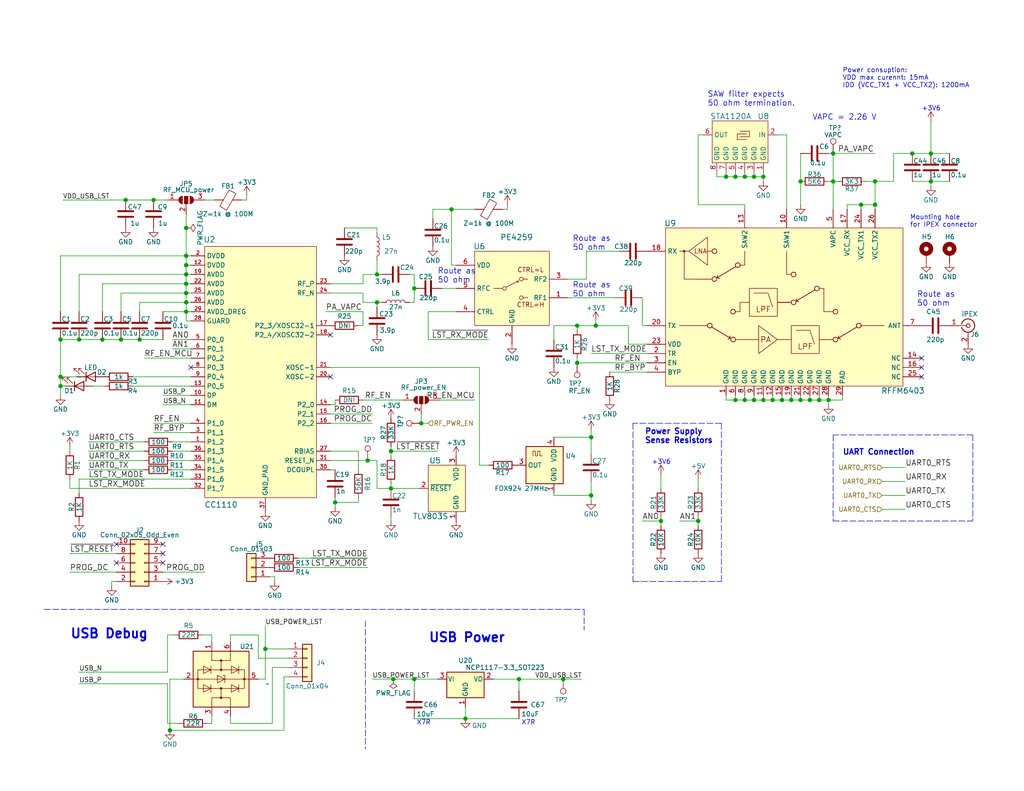
<source format=kicad_sch>
(kicad_sch (version 20211123) (generator eeschema)

  (uuid 31b0c6a8-031c-465a-a937-d97b09c540f9)

  (paper "USLetter")

  (title_block
    (title "OpenLST Reference Design")
    (date "2018-08-02")
    (rev "2.1")
    (comment 1 "Drawn by Ryan Kingsbury")
    (comment 2 "License")
    (comment 3 "This work is licensed under a Creative Commons Attribution-ShareAlike 4.0 International")
    (comment 4 "Copyright 2018 Planet Labs Inc")
  )

  (lib_symbols
    (symbol "Connector:Conn_Coaxial" (pin_names (offset 1.016) hide) (in_bom yes) (on_board yes)
      (property "Reference" "J" (id 0) (at 0.254 3.048 0)
        (effects (font (size 1.27 1.27)))
      )
      (property "Value" "Conn_Coaxial" (id 1) (at 2.921 0 90)
        (effects (font (size 1.27 1.27)))
      )
      (property "Footprint" "" (id 2) (at 0 0 0)
        (effects (font (size 1.27 1.27)) hide)
      )
      (property "Datasheet" " ~" (id 3) (at 0 0 0)
        (effects (font (size 1.27 1.27)) hide)
      )
      (property "ki_keywords" "BNC SMA SMB SMC LEMO coaxial connector CINCH RCA" (id 4) (at 0 0 0)
        (effects (font (size 1.27 1.27)) hide)
      )
      (property "ki_description" "coaxial connector (BNC, SMA, SMB, SMC, Cinch/RCA, LEMO, ...)" (id 5) (at 0 0 0)
        (effects (font (size 1.27 1.27)) hide)
      )
      (property "ki_fp_filters" "*BNC* *SMA* *SMB* *SMC* *Cinch* *LEMO*" (id 6) (at 0 0 0)
        (effects (font (size 1.27 1.27)) hide)
      )
      (symbol "Conn_Coaxial_0_1"
        (arc (start -1.778 -0.508) (mid 0.222 -1.808) (end 1.778 0)
          (stroke (width 0.254) (type default) (color 0 0 0 0))
          (fill (type none))
        )
        (polyline
          (pts
            (xy -2.54 0)
            (xy -0.508 0)
          )
          (stroke (width 0) (type default) (color 0 0 0 0))
          (fill (type none))
        )
        (polyline
          (pts
            (xy 0 -2.54)
            (xy 0 -1.778)
          )
          (stroke (width 0) (type default) (color 0 0 0 0))
          (fill (type none))
        )
        (circle (center 0 0) (radius 0.508)
          (stroke (width 0.2032) (type default) (color 0 0 0 0))
          (fill (type none))
        )
        (arc (start 1.778 0) (mid 0.2221 1.8083) (end -1.778 0.508)
          (stroke (width 0.254) (type default) (color 0 0 0 0))
          (fill (type none))
        )
      )
      (symbol "Conn_Coaxial_1_1"
        (pin passive line (at -5.08 0 0) (length 2.54)
          (name "In" (effects (font (size 1.27 1.27))))
          (number "1" (effects (font (size 1.27 1.27))))
        )
        (pin passive line (at 0 -5.08 90) (length 2.54)
          (name "Ext" (effects (font (size 1.27 1.27))))
          (number "2" (effects (font (size 1.27 1.27))))
        )
      )
    )
    (symbol "Connector:TestPoint" (pin_numbers hide) (pin_names (offset 0.762) hide) (in_bom yes) (on_board yes)
      (property "Reference" "TP" (id 0) (at 0 6.858 0)
        (effects (font (size 1.27 1.27)))
      )
      (property "Value" "TestPoint" (id 1) (at 0 5.08 0)
        (effects (font (size 1.27 1.27)))
      )
      (property "Footprint" "" (id 2) (at 5.08 0 0)
        (effects (font (size 1.27 1.27)) hide)
      )
      (property "Datasheet" "~" (id 3) (at 5.08 0 0)
        (effects (font (size 1.27 1.27)) hide)
      )
      (property "ki_keywords" "test point tp" (id 4) (at 0 0 0)
        (effects (font (size 1.27 1.27)) hide)
      )
      (property "ki_description" "test point" (id 5) (at 0 0 0)
        (effects (font (size 1.27 1.27)) hide)
      )
      (property "ki_fp_filters" "Pin* Test*" (id 6) (at 0 0 0)
        (effects (font (size 1.27 1.27)) hide)
      )
      (symbol "TestPoint_0_1"
        (circle (center 0 3.302) (radius 0.762)
          (stroke (width 0) (type default) (color 0 0 0 0))
          (fill (type none))
        )
      )
      (symbol "TestPoint_1_1"
        (pin passive line (at 0 0 90) (length 2.54)
          (name "1" (effects (font (size 1.27 1.27))))
          (number "1" (effects (font (size 1.27 1.27))))
        )
      )
    )
    (symbol "Connector_Generic:Conn_01x03" (pin_names (offset 1.016) hide) (in_bom yes) (on_board yes)
      (property "Reference" "J" (id 0) (at 0 5.08 0)
        (effects (font (size 1.27 1.27)))
      )
      (property "Value" "Conn_01x03" (id 1) (at 0 -5.08 0)
        (effects (font (size 1.27 1.27)))
      )
      (property "Footprint" "" (id 2) (at 0 0 0)
        (effects (font (size 1.27 1.27)) hide)
      )
      (property "Datasheet" "~" (id 3) (at 0 0 0)
        (effects (font (size 1.27 1.27)) hide)
      )
      (property "ki_keywords" "connector" (id 4) (at 0 0 0)
        (effects (font (size 1.27 1.27)) hide)
      )
      (property "ki_description" "Generic connector, single row, 01x03, script generated (kicad-library-utils/schlib/autogen/connector/)" (id 5) (at 0 0 0)
        (effects (font (size 1.27 1.27)) hide)
      )
      (property "ki_fp_filters" "Connector*:*_1x??_*" (id 6) (at 0 0 0)
        (effects (font (size 1.27 1.27)) hide)
      )
      (symbol "Conn_01x03_1_1"
        (rectangle (start -1.27 -2.413) (end 0 -2.667)
          (stroke (width 0.1524) (type default) (color 0 0 0 0))
          (fill (type none))
        )
        (rectangle (start -1.27 0.127) (end 0 -0.127)
          (stroke (width 0.1524) (type default) (color 0 0 0 0))
          (fill (type none))
        )
        (rectangle (start -1.27 2.667) (end 0 2.413)
          (stroke (width 0.1524) (type default) (color 0 0 0 0))
          (fill (type none))
        )
        (rectangle (start -1.27 3.81) (end 1.27 -3.81)
          (stroke (width 0.254) (type default) (color 0 0 0 0))
          (fill (type background))
        )
        (pin passive line (at -5.08 2.54 0) (length 3.81)
          (name "Pin_1" (effects (font (size 1.27 1.27))))
          (number "1" (effects (font (size 1.27 1.27))))
        )
        (pin passive line (at -5.08 0 0) (length 3.81)
          (name "Pin_2" (effects (font (size 1.27 1.27))))
          (number "2" (effects (font (size 1.27 1.27))))
        )
        (pin passive line (at -5.08 -2.54 0) (length 3.81)
          (name "Pin_3" (effects (font (size 1.27 1.27))))
          (number "3" (effects (font (size 1.27 1.27))))
        )
      )
    )
    (symbol "Connector_Generic:Conn_01x04" (pin_names (offset 1.016) hide) (in_bom yes) (on_board yes)
      (property "Reference" "J" (id 0) (at 0 5.08 0)
        (effects (font (size 1.27 1.27)))
      )
      (property "Value" "Conn_01x04" (id 1) (at 0 -7.62 0)
        (effects (font (size 1.27 1.27)))
      )
      (property "Footprint" "" (id 2) (at 0 0 0)
        (effects (font (size 1.27 1.27)) hide)
      )
      (property "Datasheet" "~" (id 3) (at 0 0 0)
        (effects (font (size 1.27 1.27)) hide)
      )
      (property "ki_keywords" "connector" (id 4) (at 0 0 0)
        (effects (font (size 1.27 1.27)) hide)
      )
      (property "ki_description" "Generic connector, single row, 01x04, script generated (kicad-library-utils/schlib/autogen/connector/)" (id 5) (at 0 0 0)
        (effects (font (size 1.27 1.27)) hide)
      )
      (property "ki_fp_filters" "Connector*:*_1x??_*" (id 6) (at 0 0 0)
        (effects (font (size 1.27 1.27)) hide)
      )
      (symbol "Conn_01x04_1_1"
        (rectangle (start -1.27 -4.953) (end 0 -5.207)
          (stroke (width 0.1524) (type default) (color 0 0 0 0))
          (fill (type none))
        )
        (rectangle (start -1.27 -2.413) (end 0 -2.667)
          (stroke (width 0.1524) (type default) (color 0 0 0 0))
          (fill (type none))
        )
        (rectangle (start -1.27 0.127) (end 0 -0.127)
          (stroke (width 0.1524) (type default) (color 0 0 0 0))
          (fill (type none))
        )
        (rectangle (start -1.27 2.667) (end 0 2.413)
          (stroke (width 0.1524) (type default) (color 0 0 0 0))
          (fill (type none))
        )
        (rectangle (start -1.27 3.81) (end 1.27 -6.35)
          (stroke (width 0.254) (type default) (color 0 0 0 0))
          (fill (type background))
        )
        (pin passive line (at -5.08 2.54 0) (length 3.81)
          (name "Pin_1" (effects (font (size 1.27 1.27))))
          (number "1" (effects (font (size 1.27 1.27))))
        )
        (pin passive line (at -5.08 0 0) (length 3.81)
          (name "Pin_2" (effects (font (size 1.27 1.27))))
          (number "2" (effects (font (size 1.27 1.27))))
        )
        (pin passive line (at -5.08 -2.54 0) (length 3.81)
          (name "Pin_3" (effects (font (size 1.27 1.27))))
          (number "3" (effects (font (size 1.27 1.27))))
        )
        (pin passive line (at -5.08 -5.08 0) (length 3.81)
          (name "Pin_4" (effects (font (size 1.27 1.27))))
          (number "4" (effects (font (size 1.27 1.27))))
        )
      )
    )
    (symbol "Connector_Generic:Conn_02x05_Odd_Even" (pin_names (offset 1.016) hide) (in_bom yes) (on_board yes)
      (property "Reference" "J" (id 0) (at 1.27 7.62 0)
        (effects (font (size 1.27 1.27)))
      )
      (property "Value" "Conn_02x05_Odd_Even" (id 1) (at 1.27 -7.62 0)
        (effects (font (size 1.27 1.27)))
      )
      (property "Footprint" "" (id 2) (at 0 0 0)
        (effects (font (size 1.27 1.27)) hide)
      )
      (property "Datasheet" "~" (id 3) (at 0 0 0)
        (effects (font (size 1.27 1.27)) hide)
      )
      (property "ki_keywords" "connector" (id 4) (at 0 0 0)
        (effects (font (size 1.27 1.27)) hide)
      )
      (property "ki_description" "Generic connector, double row, 02x05, odd/even pin numbering scheme (row 1 odd numbers, row 2 even numbers), script generated (kicad-library-utils/schlib/autogen/connector/)" (id 5) (at 0 0 0)
        (effects (font (size 1.27 1.27)) hide)
      )
      (property "ki_fp_filters" "Connector*:*_2x??_*" (id 6) (at 0 0 0)
        (effects (font (size 1.27 1.27)) hide)
      )
      (symbol "Conn_02x05_Odd_Even_1_1"
        (rectangle (start -1.27 -4.953) (end 0 -5.207)
          (stroke (width 0.1524) (type default) (color 0 0 0 0))
          (fill (type none))
        )
        (rectangle (start -1.27 -2.413) (end 0 -2.667)
          (stroke (width 0.1524) (type default) (color 0 0 0 0))
          (fill (type none))
        )
        (rectangle (start -1.27 0.127) (end 0 -0.127)
          (stroke (width 0.1524) (type default) (color 0 0 0 0))
          (fill (type none))
        )
        (rectangle (start -1.27 2.667) (end 0 2.413)
          (stroke (width 0.1524) (type default) (color 0 0 0 0))
          (fill (type none))
        )
        (rectangle (start -1.27 5.207) (end 0 4.953)
          (stroke (width 0.1524) (type default) (color 0 0 0 0))
          (fill (type none))
        )
        (rectangle (start -1.27 6.35) (end 3.81 -6.35)
          (stroke (width 0.254) (type default) (color 0 0 0 0))
          (fill (type background))
        )
        (rectangle (start 3.81 -4.953) (end 2.54 -5.207)
          (stroke (width 0.1524) (type default) (color 0 0 0 0))
          (fill (type none))
        )
        (rectangle (start 3.81 -2.413) (end 2.54 -2.667)
          (stroke (width 0.1524) (type default) (color 0 0 0 0))
          (fill (type none))
        )
        (rectangle (start 3.81 0.127) (end 2.54 -0.127)
          (stroke (width 0.1524) (type default) (color 0 0 0 0))
          (fill (type none))
        )
        (rectangle (start 3.81 2.667) (end 2.54 2.413)
          (stroke (width 0.1524) (type default) (color 0 0 0 0))
          (fill (type none))
        )
        (rectangle (start 3.81 5.207) (end 2.54 4.953)
          (stroke (width 0.1524) (type default) (color 0 0 0 0))
          (fill (type none))
        )
        (pin passive line (at -5.08 5.08 0) (length 3.81)
          (name "Pin_1" (effects (font (size 1.27 1.27))))
          (number "1" (effects (font (size 1.27 1.27))))
        )
        (pin passive line (at 7.62 -5.08 180) (length 3.81)
          (name "Pin_10" (effects (font (size 1.27 1.27))))
          (number "10" (effects (font (size 1.27 1.27))))
        )
        (pin passive line (at 7.62 5.08 180) (length 3.81)
          (name "Pin_2" (effects (font (size 1.27 1.27))))
          (number "2" (effects (font (size 1.27 1.27))))
        )
        (pin passive line (at -5.08 2.54 0) (length 3.81)
          (name "Pin_3" (effects (font (size 1.27 1.27))))
          (number "3" (effects (font (size 1.27 1.27))))
        )
        (pin passive line (at 7.62 2.54 180) (length 3.81)
          (name "Pin_4" (effects (font (size 1.27 1.27))))
          (number "4" (effects (font (size 1.27 1.27))))
        )
        (pin passive line (at -5.08 0 0) (length 3.81)
          (name "Pin_5" (effects (font (size 1.27 1.27))))
          (number "5" (effects (font (size 1.27 1.27))))
        )
        (pin passive line (at 7.62 0 180) (length 3.81)
          (name "Pin_6" (effects (font (size 1.27 1.27))))
          (number "6" (effects (font (size 1.27 1.27))))
        )
        (pin passive line (at -5.08 -2.54 0) (length 3.81)
          (name "Pin_7" (effects (font (size 1.27 1.27))))
          (number "7" (effects (font (size 1.27 1.27))))
        )
        (pin passive line (at 7.62 -2.54 180) (length 3.81)
          (name "Pin_8" (effects (font (size 1.27 1.27))))
          (number "8" (effects (font (size 1.27 1.27))))
        )
        (pin passive line (at -5.08 -5.08 0) (length 3.81)
          (name "Pin_9" (effects (font (size 1.27 1.27))))
          (number "9" (effects (font (size 1.27 1.27))))
        )
      )
    )
    (symbol "Device:C" (pin_numbers hide) (pin_names (offset 0.254)) (in_bom yes) (on_board yes)
      (property "Reference" "C" (id 0) (at 0.635 2.54 0)
        (effects (font (size 1.27 1.27)) (justify left))
      )
      (property "Value" "C" (id 1) (at 0.635 -2.54 0)
        (effects (font (size 1.27 1.27)) (justify left))
      )
      (property "Footprint" "" (id 2) (at 0.9652 -3.81 0)
        (effects (font (size 1.27 1.27)) hide)
      )
      (property "Datasheet" "~" (id 3) (at 0 0 0)
        (effects (font (size 1.27 1.27)) hide)
      )
      (property "ki_keywords" "cap capacitor" (id 4) (at 0 0 0)
        (effects (font (size 1.27 1.27)) hide)
      )
      (property "ki_description" "Unpolarized capacitor" (id 5) (at 0 0 0)
        (effects (font (size 1.27 1.27)) hide)
      )
      (property "ki_fp_filters" "C_*" (id 6) (at 0 0 0)
        (effects (font (size 1.27 1.27)) hide)
      )
      (symbol "C_0_1"
        (polyline
          (pts
            (xy -2.032 -0.762)
            (xy 2.032 -0.762)
          )
          (stroke (width 0.508) (type default) (color 0 0 0 0))
          (fill (type none))
        )
        (polyline
          (pts
            (xy -2.032 0.762)
            (xy 2.032 0.762)
          )
          (stroke (width 0.508) (type default) (color 0 0 0 0))
          (fill (type none))
        )
      )
      (symbol "C_1_1"
        (pin passive line (at 0 3.81 270) (length 2.794)
          (name "~" (effects (font (size 1.27 1.27))))
          (number "1" (effects (font (size 1.27 1.27))))
        )
        (pin passive line (at 0 -3.81 90) (length 2.794)
          (name "~" (effects (font (size 1.27 1.27))))
          (number "2" (effects (font (size 1.27 1.27))))
        )
      )
    )
    (symbol "Device:FerriteBead" (pin_numbers hide) (pin_names (offset 0)) (in_bom yes) (on_board yes)
      (property "Reference" "FB" (id 0) (at -3.81 0.635 90)
        (effects (font (size 1.27 1.27)))
      )
      (property "Value" "FerriteBead" (id 1) (at 3.81 0 90)
        (effects (font (size 1.27 1.27)))
      )
      (property "Footprint" "" (id 2) (at -1.778 0 90)
        (effects (font (size 1.27 1.27)) hide)
      )
      (property "Datasheet" "~" (id 3) (at 0 0 0)
        (effects (font (size 1.27 1.27)) hide)
      )
      (property "ki_keywords" "L ferrite bead inductor filter" (id 4) (at 0 0 0)
        (effects (font (size 1.27 1.27)) hide)
      )
      (property "ki_description" "Ferrite bead" (id 5) (at 0 0 0)
        (effects (font (size 1.27 1.27)) hide)
      )
      (property "ki_fp_filters" "Inductor_* L_* *Ferrite*" (id 6) (at 0 0 0)
        (effects (font (size 1.27 1.27)) hide)
      )
      (symbol "FerriteBead_0_1"
        (polyline
          (pts
            (xy 0 -1.27)
            (xy 0 -1.2192)
          )
          (stroke (width 0) (type default) (color 0 0 0 0))
          (fill (type none))
        )
        (polyline
          (pts
            (xy 0 1.27)
            (xy 0 1.2954)
          )
          (stroke (width 0) (type default) (color 0 0 0 0))
          (fill (type none))
        )
        (polyline
          (pts
            (xy -2.7686 0.4064)
            (xy -1.7018 2.2606)
            (xy 2.7686 -0.3048)
            (xy 1.6764 -2.159)
            (xy -2.7686 0.4064)
          )
          (stroke (width 0) (type default) (color 0 0 0 0))
          (fill (type none))
        )
      )
      (symbol "FerriteBead_1_1"
        (pin passive line (at 0 3.81 270) (length 2.54)
          (name "~" (effects (font (size 1.27 1.27))))
          (number "1" (effects (font (size 1.27 1.27))))
        )
        (pin passive line (at 0 -3.81 90) (length 2.54)
          (name "~" (effects (font (size 1.27 1.27))))
          (number "2" (effects (font (size 1.27 1.27))))
        )
      )
    )
    (symbol "Device:L" (pin_numbers hide) (pin_names (offset 1.016) hide) (in_bom yes) (on_board yes)
      (property "Reference" "L" (id 0) (at -1.27 0 90)
        (effects (font (size 1.27 1.27)))
      )
      (property "Value" "L" (id 1) (at 1.905 0 90)
        (effects (font (size 1.27 1.27)))
      )
      (property "Footprint" "" (id 2) (at 0 0 0)
        (effects (font (size 1.27 1.27)) hide)
      )
      (property "Datasheet" "~" (id 3) (at 0 0 0)
        (effects (font (size 1.27 1.27)) hide)
      )
      (property "ki_keywords" "inductor choke coil reactor magnetic" (id 4) (at 0 0 0)
        (effects (font (size 1.27 1.27)) hide)
      )
      (property "ki_description" "Inductor" (id 5) (at 0 0 0)
        (effects (font (size 1.27 1.27)) hide)
      )
      (property "ki_fp_filters" "Choke_* *Coil* Inductor_* L_*" (id 6) (at 0 0 0)
        (effects (font (size 1.27 1.27)) hide)
      )
      (symbol "L_0_1"
        (arc (start 0 -2.54) (mid 0.635 -1.905) (end 0 -1.27)
          (stroke (width 0) (type default) (color 0 0 0 0))
          (fill (type none))
        )
        (arc (start 0 -1.27) (mid 0.635 -0.635) (end 0 0)
          (stroke (width 0) (type default) (color 0 0 0 0))
          (fill (type none))
        )
        (arc (start 0 0) (mid 0.635 0.635) (end 0 1.27)
          (stroke (width 0) (type default) (color 0 0 0 0))
          (fill (type none))
        )
        (arc (start 0 1.27) (mid 0.635 1.905) (end 0 2.54)
          (stroke (width 0) (type default) (color 0 0 0 0))
          (fill (type none))
        )
      )
      (symbol "L_1_1"
        (pin passive line (at 0 3.81 270) (length 1.27)
          (name "1" (effects (font (size 1.27 1.27))))
          (number "1" (effects (font (size 1.27 1.27))))
        )
        (pin passive line (at 0 -3.81 90) (length 1.27)
          (name "2" (effects (font (size 1.27 1.27))))
          (number "2" (effects (font (size 1.27 1.27))))
        )
      )
    )
    (symbol "Device:LED" (pin_numbers hide) (pin_names (offset 1.016) hide) (in_bom yes) (on_board yes)
      (property "Reference" "D" (id 0) (at 0 2.54 0)
        (effects (font (size 1.27 1.27)))
      )
      (property "Value" "LED" (id 1) (at 0 -2.54 0)
        (effects (font (size 1.27 1.27)))
      )
      (property "Footprint" "" (id 2) (at 0 0 0)
        (effects (font (size 1.27 1.27)) hide)
      )
      (property "Datasheet" "~" (id 3) (at 0 0 0)
        (effects (font (size 1.27 1.27)) hide)
      )
      (property "ki_keywords" "LED diode" (id 4) (at 0 0 0)
        (effects (font (size 1.27 1.27)) hide)
      )
      (property "ki_description" "Light emitting diode" (id 5) (at 0 0 0)
        (effects (font (size 1.27 1.27)) hide)
      )
      (property "ki_fp_filters" "LED* LED_SMD:* LED_THT:*" (id 6) (at 0 0 0)
        (effects (font (size 1.27 1.27)) hide)
      )
      (symbol "LED_0_1"
        (polyline
          (pts
            (xy -1.27 -1.27)
            (xy -1.27 1.27)
          )
          (stroke (width 0.254) (type default) (color 0 0 0 0))
          (fill (type none))
        )
        (polyline
          (pts
            (xy -1.27 0)
            (xy 1.27 0)
          )
          (stroke (width 0) (type default) (color 0 0 0 0))
          (fill (type none))
        )
        (polyline
          (pts
            (xy 1.27 -1.27)
            (xy 1.27 1.27)
            (xy -1.27 0)
            (xy 1.27 -1.27)
          )
          (stroke (width 0.254) (type default) (color 0 0 0 0))
          (fill (type none))
        )
        (polyline
          (pts
            (xy -3.048 -0.762)
            (xy -4.572 -2.286)
            (xy -3.81 -2.286)
            (xy -4.572 -2.286)
            (xy -4.572 -1.524)
          )
          (stroke (width 0) (type default) (color 0 0 0 0))
          (fill (type none))
        )
        (polyline
          (pts
            (xy -1.778 -0.762)
            (xy -3.302 -2.286)
            (xy -2.54 -2.286)
            (xy -3.302 -2.286)
            (xy -3.302 -1.524)
          )
          (stroke (width 0) (type default) (color 0 0 0 0))
          (fill (type none))
        )
      )
      (symbol "LED_1_1"
        (pin passive line (at -3.81 0 0) (length 2.54)
          (name "K" (effects (font (size 1.27 1.27))))
          (number "1" (effects (font (size 1.27 1.27))))
        )
        (pin passive line (at 3.81 0 180) (length 2.54)
          (name "A" (effects (font (size 1.27 1.27))))
          (number "2" (effects (font (size 1.27 1.27))))
        )
      )
    )
    (symbol "Device:R" (pin_numbers hide) (pin_names (offset 0)) (in_bom yes) (on_board yes)
      (property "Reference" "R" (id 0) (at 2.032 0 90)
        (effects (font (size 1.27 1.27)))
      )
      (property "Value" "R" (id 1) (at 0 0 90)
        (effects (font (size 1.27 1.27)))
      )
      (property "Footprint" "" (id 2) (at -1.778 0 90)
        (effects (font (size 1.27 1.27)) hide)
      )
      (property "Datasheet" "~" (id 3) (at 0 0 0)
        (effects (font (size 1.27 1.27)) hide)
      )
      (property "ki_keywords" "R res resistor" (id 4) (at 0 0 0)
        (effects (font (size 1.27 1.27)) hide)
      )
      (property "ki_description" "Resistor" (id 5) (at 0 0 0)
        (effects (font (size 1.27 1.27)) hide)
      )
      (property "ki_fp_filters" "R_*" (id 6) (at 0 0 0)
        (effects (font (size 1.27 1.27)) hide)
      )
      (symbol "R_0_1"
        (rectangle (start -1.016 -2.54) (end 1.016 2.54)
          (stroke (width 0.254) (type default) (color 0 0 0 0))
          (fill (type none))
        )
      )
      (symbol "R_1_1"
        (pin passive line (at 0 3.81 270) (length 1.27)
          (name "~" (effects (font (size 1.27 1.27))))
          (number "1" (effects (font (size 1.27 1.27))))
        )
        (pin passive line (at 0 -3.81 90) (length 1.27)
          (name "~" (effects (font (size 1.27 1.27))))
          (number "2" (effects (font (size 1.27 1.27))))
        )
      )
    )
    (symbol "Jumper:SolderJumper_3_Open" (pin_names (offset 0) hide) (in_bom yes) (on_board yes)
      (property "Reference" "JP" (id 0) (at -2.54 -2.54 0)
        (effects (font (size 1.27 1.27)))
      )
      (property "Value" "SolderJumper_3_Open" (id 1) (at 0 2.794 0)
        (effects (font (size 1.27 1.27)))
      )
      (property "Footprint" "" (id 2) (at 0 0 0)
        (effects (font (size 1.27 1.27)) hide)
      )
      (property "Datasheet" "~" (id 3) (at 0 0 0)
        (effects (font (size 1.27 1.27)) hide)
      )
      (property "ki_keywords" "Solder Jumper SPDT" (id 4) (at 0 0 0)
        (effects (font (size 1.27 1.27)) hide)
      )
      (property "ki_description" "Solder Jumper, 3-pole, open" (id 5) (at 0 0 0)
        (effects (font (size 1.27 1.27)) hide)
      )
      (property "ki_fp_filters" "SolderJumper*Open*" (id 6) (at 0 0 0)
        (effects (font (size 1.27 1.27)) hide)
      )
      (symbol "SolderJumper_3_Open_0_1"
        (arc (start -1.016 1.016) (mid -2.032 0) (end -1.016 -1.016)
          (stroke (width 0) (type default) (color 0 0 0 0))
          (fill (type none))
        )
        (arc (start -1.016 1.016) (mid -2.032 0) (end -1.016 -1.016)
          (stroke (width 0) (type default) (color 0 0 0 0))
          (fill (type outline))
        )
        (rectangle (start -0.508 1.016) (end 0.508 -1.016)
          (stroke (width 0) (type default) (color 0 0 0 0))
          (fill (type outline))
        )
        (polyline
          (pts
            (xy -2.54 0)
            (xy -2.032 0)
          )
          (stroke (width 0) (type default) (color 0 0 0 0))
          (fill (type none))
        )
        (polyline
          (pts
            (xy -1.016 1.016)
            (xy -1.016 -1.016)
          )
          (stroke (width 0) (type default) (color 0 0 0 0))
          (fill (type none))
        )
        (polyline
          (pts
            (xy 0 -1.27)
            (xy 0 -1.016)
          )
          (stroke (width 0) (type default) (color 0 0 0 0))
          (fill (type none))
        )
        (polyline
          (pts
            (xy 1.016 1.016)
            (xy 1.016 -1.016)
          )
          (stroke (width 0) (type default) (color 0 0 0 0))
          (fill (type none))
        )
        (polyline
          (pts
            (xy 2.54 0)
            (xy 2.032 0)
          )
          (stroke (width 0) (type default) (color 0 0 0 0))
          (fill (type none))
        )
        (arc (start 1.016 -1.016) (mid 2.032 0) (end 1.016 1.016)
          (stroke (width 0) (type default) (color 0 0 0 0))
          (fill (type none))
        )
        (arc (start 1.016 -1.016) (mid 2.032 0) (end 1.016 1.016)
          (stroke (width 0) (type default) (color 0 0 0 0))
          (fill (type outline))
        )
      )
      (symbol "SolderJumper_3_Open_1_1"
        (pin passive line (at -5.08 0 0) (length 2.54)
          (name "A" (effects (font (size 1.27 1.27))))
          (number "1" (effects (font (size 1.27 1.27))))
        )
        (pin input line (at 0 -3.81 90) (length 2.54)
          (name "C" (effects (font (size 1.27 1.27))))
          (number "2" (effects (font (size 1.27 1.27))))
        )
        (pin passive line (at 5.08 0 180) (length 2.54)
          (name "B" (effects (font (size 1.27 1.27))))
          (number "3" (effects (font (size 1.27 1.27))))
        )
      )
    )
    (symbol "Mechanical:MountingHole_Pad" (pin_numbers hide) (pin_names (offset 1.016) hide) (in_bom yes) (on_board yes)
      (property "Reference" "H" (id 0) (at 0 6.35 0)
        (effects (font (size 1.27 1.27)))
      )
      (property "Value" "MountingHole_Pad" (id 1) (at 0 4.445 0)
        (effects (font (size 1.27 1.27)))
      )
      (property "Footprint" "" (id 2) (at 0 0 0)
        (effects (font (size 1.27 1.27)) hide)
      )
      (property "Datasheet" "~" (id 3) (at 0 0 0)
        (effects (font (size 1.27 1.27)) hide)
      )
      (property "ki_keywords" "mounting hole" (id 4) (at 0 0 0)
        (effects (font (size 1.27 1.27)) hide)
      )
      (property "ki_description" "Mounting Hole with connection" (id 5) (at 0 0 0)
        (effects (font (size 1.27 1.27)) hide)
      )
      (property "ki_fp_filters" "MountingHole*Pad*" (id 6) (at 0 0 0)
        (effects (font (size 1.27 1.27)) hide)
      )
      (symbol "MountingHole_Pad_0_1"
        (circle (center 0 1.27) (radius 1.27)
          (stroke (width 1.27) (type default) (color 0 0 0 0))
          (fill (type none))
        )
      )
      (symbol "MountingHole_Pad_1_1"
        (pin input line (at 0 -2.54 90) (length 2.54)
          (name "1" (effects (font (size 1.27 1.27))))
          (number "1" (effects (font (size 1.27 1.27))))
        )
      )
    )
    (symbol "Oscillator:FT5HN" (in_bom yes) (on_board yes)
      (property "Reference" "U" (id 0) (at 1.27 11.43 0)
        (effects (font (size 1.27 1.27)))
      )
      (property "Value" "FT5HN" (id 1) (at 2.54 8.89 0)
        (effects (font (size 1.27 1.27)))
      )
      (property "Footprint" "Oscillator:Oscillator_SMD_Fox_FT5H_5.0x3.2mm" (id 2) (at 0 -16.51 0)
        (effects (font (size 1.27 1.27)) hide)
      )
      (property "Datasheet" "https://foxonline.com/wp-content/uploads/pdfs/T5HN_T5HV.pdf" (id 3) (at 1.27 -19.05 0)
        (effects (font (size 1.27 1.27)) hide)
      )
      (property "ki_keywords" "TXCO" (id 4) (at 0 0 0)
        (effects (font (size 1.27 1.27)) hide)
      )
      (property "ki_description" "HCMOS temperature compensated oscillator" (id 5) (at 0 0 0)
        (effects (font (size 1.27 1.27)) hide)
      )
      (property "ki_fp_filters" "Oscillator*SMD*Fox*FT5H*5.0x3.2mm*" (id 6) (at 0 0 0)
        (effects (font (size 1.27 1.27)) hide)
      )
      (symbol "FT5HN_0_1"
        (rectangle (start -5.08 5.08) (end 5.08 -5.08)
          (stroke (width 0.254) (type default) (color 0 0 0 0))
          (fill (type background))
        )
        (polyline
          (pts
            (xy 0.635 2.54)
            (xy 1.27 2.54)
            (xy 1.27 3.81)
            (xy 1.905 3.81)
            (xy 1.905 2.54)
            (xy 2.54 2.54)
            (xy 2.54 3.81)
            (xy 3.175 3.81)
            (xy 3.175 2.54)
          )
          (stroke (width 0) (type default) (color 0 0 0 0))
          (fill (type none))
        )
      )
      (symbol "FT5HN_1_1"
        (pin power_in line (at -2.54 -7.62 90) (length 2.54)
          (name "GND" (effects (font (size 1.27 1.27))))
          (number "1" (effects (font (size 1.27 1.27))))
        )
        (pin passive line (at -2.54 -7.62 90) (length 2.54) hide
          (name "GND" (effects (font (size 1.27 1.27))))
          (number "2" (effects (font (size 1.27 1.27))))
        )
        (pin output line (at 7.62 0 180) (length 2.54)
          (name "OUT" (effects (font (size 1.27 1.27))))
          (number "3" (effects (font (size 1.27 1.27))))
        )
        (pin power_in line (at -2.54 7.62 270) (length 2.54)
          (name "VDD" (effects (font (size 1.27 1.27))))
          (number "4" (effects (font (size 1.27 1.27))))
        )
      )
    )
    (symbol "Power_Protection:USBLC6-2P6" (pin_names hide) (in_bom yes) (on_board yes)
      (property "Reference" "U" (id 0) (at 2.54 8.89 0)
        (effects (font (size 1.27 1.27)) (justify left))
      )
      (property "Value" "USBLC6-2P6" (id 1) (at 2.54 -8.89 0)
        (effects (font (size 1.27 1.27)) (justify left))
      )
      (property "Footprint" "Package_TO_SOT_SMD:SOT-666" (id 2) (at 0 -12.7 0)
        (effects (font (size 1.27 1.27)) hide)
      )
      (property "Datasheet" "https://www.st.com/resource/en/datasheet/usblc6-2.pdf" (id 3) (at 5.08 8.89 0)
        (effects (font (size 1.27 1.27)) hide)
      )
      (property "ki_keywords" "usb ethernet video" (id 4) (at 0 0 0)
        (effects (font (size 1.27 1.27)) hide)
      )
      (property "ki_description" "Very low capacitance ESD protection diode, 2 data-line, SOT-666" (id 5) (at 0 0 0)
        (effects (font (size 1.27 1.27)) hide)
      )
      (property "ki_fp_filters" "SOT?666*" (id 6) (at 0 0 0)
        (effects (font (size 1.27 1.27)) hide)
      )
      (symbol "USBLC6-2P6_0_1"
        (rectangle (start -7.62 -7.62) (end 7.62 7.62)
          (stroke (width 0.254) (type default) (color 0 0 0 0))
          (fill (type background))
        )
        (circle (center -5.08 0) (radius 0.254)
          (stroke (width 0) (type default) (color 0 0 0 0))
          (fill (type outline))
        )
        (circle (center -2.54 0) (radius 0.254)
          (stroke (width 0) (type default) (color 0 0 0 0))
          (fill (type outline))
        )
        (rectangle (start -2.54 6.35) (end 2.54 -6.35)
          (stroke (width 0) (type default) (color 0 0 0 0))
          (fill (type none))
        )
        (circle (center 0 -6.35) (radius 0.254)
          (stroke (width 0) (type default) (color 0 0 0 0))
          (fill (type outline))
        )
        (polyline
          (pts
            (xy -5.08 -2.54)
            (xy -7.62 -2.54)
          )
          (stroke (width 0) (type default) (color 0 0 0 0))
          (fill (type none))
        )
        (polyline
          (pts
            (xy -5.08 0)
            (xy -5.08 -2.54)
          )
          (stroke (width 0) (type default) (color 0 0 0 0))
          (fill (type none))
        )
        (polyline
          (pts
            (xy -5.08 2.54)
            (xy -7.62 2.54)
          )
          (stroke (width 0) (type default) (color 0 0 0 0))
          (fill (type none))
        )
        (polyline
          (pts
            (xy -1.524 -2.794)
            (xy -3.556 -2.794)
          )
          (stroke (width 0) (type default) (color 0 0 0 0))
          (fill (type none))
        )
        (polyline
          (pts
            (xy -1.524 4.826)
            (xy -3.556 4.826)
          )
          (stroke (width 0) (type default) (color 0 0 0 0))
          (fill (type none))
        )
        (polyline
          (pts
            (xy 0 -7.62)
            (xy 0 -6.35)
          )
          (stroke (width 0) (type default) (color 0 0 0 0))
          (fill (type none))
        )
        (polyline
          (pts
            (xy 0 -6.35)
            (xy 0 1.27)
          )
          (stroke (width 0) (type default) (color 0 0 0 0))
          (fill (type none))
        )
        (polyline
          (pts
            (xy 0 1.27)
            (xy 0 6.35)
          )
          (stroke (width 0) (type default) (color 0 0 0 0))
          (fill (type none))
        )
        (polyline
          (pts
            (xy 0 6.35)
            (xy 0 7.62)
          )
          (stroke (width 0) (type default) (color 0 0 0 0))
          (fill (type none))
        )
        (polyline
          (pts
            (xy 1.524 -2.794)
            (xy 3.556 -2.794)
          )
          (stroke (width 0) (type default) (color 0 0 0 0))
          (fill (type none))
        )
        (polyline
          (pts
            (xy 1.524 4.826)
            (xy 3.556 4.826)
          )
          (stroke (width 0) (type default) (color 0 0 0 0))
          (fill (type none))
        )
        (polyline
          (pts
            (xy 5.08 -2.54)
            (xy 7.62 -2.54)
          )
          (stroke (width 0) (type default) (color 0 0 0 0))
          (fill (type none))
        )
        (polyline
          (pts
            (xy 5.08 0)
            (xy 5.08 -2.54)
          )
          (stroke (width 0) (type default) (color 0 0 0 0))
          (fill (type none))
        )
        (polyline
          (pts
            (xy 5.08 2.54)
            (xy 7.62 2.54)
          )
          (stroke (width 0) (type default) (color 0 0 0 0))
          (fill (type none))
        )
        (polyline
          (pts
            (xy -2.54 0)
            (xy -5.08 0)
            (xy -5.08 2.54)
          )
          (stroke (width 0) (type default) (color 0 0 0 0))
          (fill (type none))
        )
        (polyline
          (pts
            (xy 2.54 0)
            (xy 5.08 0)
            (xy 5.08 2.54)
          )
          (stroke (width 0) (type default) (color 0 0 0 0))
          (fill (type none))
        )
        (polyline
          (pts
            (xy -3.556 -4.826)
            (xy -1.524 -4.826)
            (xy -2.54 -2.794)
            (xy -3.556 -4.826)
          )
          (stroke (width 0) (type default) (color 0 0 0 0))
          (fill (type none))
        )
        (polyline
          (pts
            (xy -3.556 2.794)
            (xy -1.524 2.794)
            (xy -2.54 4.826)
            (xy -3.556 2.794)
          )
          (stroke (width 0) (type default) (color 0 0 0 0))
          (fill (type none))
        )
        (polyline
          (pts
            (xy -1.016 -1.016)
            (xy 1.016 -1.016)
            (xy 0 1.016)
            (xy -1.016 -1.016)
          )
          (stroke (width 0) (type default) (color 0 0 0 0))
          (fill (type none))
        )
        (polyline
          (pts
            (xy 1.016 1.016)
            (xy 0.762 1.016)
            (xy -1.016 1.016)
            (xy -1.016 0.508)
          )
          (stroke (width 0) (type default) (color 0 0 0 0))
          (fill (type none))
        )
        (polyline
          (pts
            (xy 3.556 -4.826)
            (xy 1.524 -4.826)
            (xy 2.54 -2.794)
            (xy 3.556 -4.826)
          )
          (stroke (width 0) (type default) (color 0 0 0 0))
          (fill (type none))
        )
        (polyline
          (pts
            (xy 3.556 2.794)
            (xy 1.524 2.794)
            (xy 2.54 4.826)
            (xy 3.556 2.794)
          )
          (stroke (width 0) (type default) (color 0 0 0 0))
          (fill (type none))
        )
        (circle (center 0 6.35) (radius 0.254)
          (stroke (width 0) (type default) (color 0 0 0 0))
          (fill (type outline))
        )
        (circle (center 2.54 0) (radius 0.254)
          (stroke (width 0) (type default) (color 0 0 0 0))
          (fill (type outline))
        )
        (circle (center 5.08 0) (radius 0.254)
          (stroke (width 0) (type default) (color 0 0 0 0))
          (fill (type outline))
        )
      )
      (symbol "USBLC6-2P6_1_1"
        (pin passive line (at -10.16 -2.54 0) (length 2.54)
          (name "I/O1" (effects (font (size 1.27 1.27))))
          (number "1" (effects (font (size 1.27 1.27))))
        )
        (pin passive line (at 0 -10.16 90) (length 2.54)
          (name "GND" (effects (font (size 1.27 1.27))))
          (number "2" (effects (font (size 1.27 1.27))))
        )
        (pin passive line (at 10.16 -2.54 180) (length 2.54)
          (name "I/O2" (effects (font (size 1.27 1.27))))
          (number "3" (effects (font (size 1.27 1.27))))
        )
        (pin passive line (at 10.16 2.54 180) (length 2.54)
          (name "I/O2" (effects (font (size 1.27 1.27))))
          (number "4" (effects (font (size 1.27 1.27))))
        )
        (pin passive line (at 0 10.16 270) (length 2.54)
          (name "VBUS" (effects (font (size 1.27 1.27))))
          (number "5" (effects (font (size 1.27 1.27))))
        )
        (pin passive line (at -10.16 2.54 0) (length 2.54)
          (name "I/O1" (effects (font (size 1.27 1.27))))
          (number "6" (effects (font (size 1.27 1.27))))
        )
      )
    )
    (symbol "Regulator_Linear:NCP1117-3.3_SOT223" (pin_names (offset 0.254)) (in_bom yes) (on_board yes)
      (property "Reference" "U" (id 0) (at -3.81 3.175 0)
        (effects (font (size 1.27 1.27)))
      )
      (property "Value" "NCP1117-3.3_SOT223" (id 1) (at 0 3.175 0)
        (effects (font (size 1.27 1.27)) (justify left))
      )
      (property "Footprint" "Package_TO_SOT_SMD:SOT-223-3_TabPin2" (id 2) (at 0 5.08 0)
        (effects (font (size 1.27 1.27)) hide)
      )
      (property "Datasheet" "http://www.onsemi.com/pub_link/Collateral/NCP1117-D.PDF" (id 3) (at 2.54 -6.35 0)
        (effects (font (size 1.27 1.27)) hide)
      )
      (property "ki_keywords" "REGULATOR LDO 3.3V" (id 4) (at 0 0 0)
        (effects (font (size 1.27 1.27)) hide)
      )
      (property "ki_description" "1A Low drop-out regulator, Fixed Output 3.3V, SOT-223" (id 5) (at 0 0 0)
        (effects (font (size 1.27 1.27)) hide)
      )
      (property "ki_fp_filters" "SOT?223*TabPin2*" (id 6) (at 0 0 0)
        (effects (font (size 1.27 1.27)) hide)
      )
      (symbol "NCP1117-3.3_SOT223_0_1"
        (rectangle (start -5.08 -5.08) (end 5.08 1.905)
          (stroke (width 0.254) (type default) (color 0 0 0 0))
          (fill (type background))
        )
      )
      (symbol "NCP1117-3.3_SOT223_1_1"
        (pin power_in line (at 0 -7.62 90) (length 2.54)
          (name "GND" (effects (font (size 1.27 1.27))))
          (number "1" (effects (font (size 1.27 1.27))))
        )
        (pin power_out line (at 7.62 0 180) (length 2.54)
          (name "VO" (effects (font (size 1.27 1.27))))
          (number "2" (effects (font (size 1.27 1.27))))
        )
        (pin power_in line (at -7.62 0 0) (length 2.54)
          (name "VI" (effects (font (size 1.27 1.27))))
          (number "3" (effects (font (size 1.27 1.27))))
        )
      )
    )
    (symbol "comm:ASR433" (in_bom yes) (on_board yes)
      (property "Reference" "U" (id 0) (at 7.62 6.35 0)
        (effects (font (size 1.27 1.27)))
      )
      (property "Value" "ASR433" (id 1) (at -5.08 6.35 0)
        (effects (font (size 1.27 1.27)))
      )
      (property "Footprint" "" (id 2) (at 0 5.08 0)
        (effects (font (size 1.27 1.27)) hide)
      )
      (property "Datasheet" "" (id 3) (at 0 5.08 0)
        (effects (font (size 1.27 1.27)) hide)
      )
      (symbol "ASR433_0_1"
        (rectangle (start -7.62 -6.35) (end 7.62 5.08)
          (stroke (width 0) (type default) (color 0 0 0 0))
          (fill (type background))
        )
        (polyline
          (pts
            (xy -1.778 1.524)
            (xy 0.762 1.524)
            (xy 0.762 0)
            (xy -1.778 0)
          )
          (stroke (width 0) (type default) (color 0 0 0 0))
          (fill (type none))
        )
        (polyline
          (pts
            (xy 0 2.286)
            (xy -2.54 2.286)
            (xy -2.54 0.762)
            (xy 0 0.762)
          )
          (stroke (width 0) (type default) (color 0 0 0 0))
          (fill (type none))
        )
      )
      (symbol "ASR433_1_1"
        (pin passive line (at -6.35 -8.89 90) (length 2.54)
          (name "GND" (effects (font (size 1.27 1.27))))
          (number "1" (effects (font (size 1.27 1.27))))
        )
        (pin passive line (at -10.16 1.27 0) (length 2.54)
          (name "IN" (effects (font (size 1.27 1.27))))
          (number "2" (effects (font (size 1.27 1.27))))
        )
        (pin passive line (at -3.81 -8.89 90) (length 2.54)
          (name "GND" (effects (font (size 1.27 1.27))))
          (number "3" (effects (font (size 1.27 1.27))))
        )
        (pin passive line (at -1.27 -8.89 90) (length 2.54)
          (name "GND" (effects (font (size 1.27 1.27))))
          (number "4" (effects (font (size 1.27 1.27))))
        )
        (pin passive line (at 1.27 -8.89 90) (length 2.54)
          (name "GND" (effects (font (size 1.27 1.27))))
          (number "5" (effects (font (size 1.27 1.27))))
        )
        (pin passive line (at 10.16 1.27 180) (length 2.54)
          (name "OUT" (effects (font (size 1.27 1.27))))
          (number "6" (effects (font (size 1.27 1.27))))
        )
        (pin passive line (at 3.81 -8.89 90) (length 2.54)
          (name "GND" (effects (font (size 1.27 1.27))))
          (number "7" (effects (font (size 1.27 1.27))))
        )
        (pin passive line (at 6.35 -8.89 90) (length 2.54)
          (name "GND" (effects (font (size 1.27 1.27))))
          (number "8" (effects (font (size 1.27 1.27))))
        )
      )
    )
    (symbol "comm:C11111" (in_bom yes) (on_board yes)
      (property "Reference" "U" (id 0) (at -1.27 34.29 0)
        (effects (font (size 1.27 1.27)))
      )
      (property "Value" "C11111" (id 1) (at 10.16 34.29 0)
        (effects (font (size 1.27 1.27)))
      )
      (property "Footprint" "" (id 2) (at -1.27 34.29 0)
        (effects (font (size 1.27 1.27)) hide)
      )
      (property "Datasheet" "" (id 3) (at -1.27 34.29 0)
        (effects (font (size 1.27 1.27)) hide)
      )
      (symbol "C11111_0_1"
        (rectangle (start -16.51 33.02) (end 13.97 -35.56)
          (stroke (width 0) (type default) (color 0 0 0 0))
          (fill (type background))
        )
      )
      (symbol "C11111_1_1"
        (pin bidirectional line (at -20.32 -20.32 0) (length 3.81)
          (name "P1_2" (effects (font (size 1.27 1.27))))
          (number "1" (effects (font (size 1.016 1.016))))
        )
        (pin bidirectional line (at -20.32 -7.62 0) (length 3.81)
          (name "DP" (effects (font (size 1.27 1.27))))
          (number "10" (effects (font (size 1.016 1.016))))
        )
        (pin bidirectional line (at -20.32 -10.16 0) (length 3.81)
          (name "DM" (effects (font (size 1.27 1.27))))
          (number "11" (effects (font (size 1.016 1.016))))
        )
        (pin power_in line (at -20.32 27.94 0) (length 3.81)
          (name "DVDD" (effects (font (size 1.27 1.27))))
          (number "12" (effects (font (size 1.016 1.016))))
        )
        (pin bidirectional line (at -20.32 -5.08 0) (length 3.81)
          (name "P0_5" (effects (font (size 1.27 1.27))))
          (number "13" (effects (font (size 1.016 1.016))))
        )
        (pin bidirectional line (at 17.78 -10.16 180) (length 3.81)
          (name "P2_0" (effects (font (size 1.27 1.27))))
          (number "14" (effects (font (size 1.016 1.016))))
        )
        (pin bidirectional line (at 17.78 -12.7 180) (length 3.81)
          (name "P2_1" (effects (font (size 1.27 1.27))))
          (number "15" (effects (font (size 1.016 1.016))))
        )
        (pin bidirectional line (at 17.78 -15.24 180) (length 3.81)
          (name "P2_2" (effects (font (size 1.27 1.27))))
          (number "16" (effects (font (size 1.016 1.016))))
        )
        (pin bidirectional line (at 17.78 11.43 180) (length 3.81)
          (name "P2_3/XOSC32-1" (effects (font (size 1.27 1.27))))
          (number "17" (effects (font (size 1.016 1.016))))
        )
        (pin bidirectional line (at 17.78 8.89 180) (length 3.81)
          (name "P2_4/XOSC32-2" (effects (font (size 1.27 1.27))))
          (number "18" (effects (font (size 1.016 1.016))))
        )
        (pin power_in line (at -20.32 25.4 0) (length 3.81)
          (name "AVDD" (effects (font (size 1.27 1.27))))
          (number "19" (effects (font (size 1.016 1.016))))
        )
        (pin power_in line (at -20.32 30.48 0) (length 3.81)
          (name "DVDD" (effects (font (size 1.27 1.27))))
          (number "2" (effects (font (size 1.016 1.016))))
        )
        (pin bidirectional line (at 17.78 -2.54 180) (length 3.81)
          (name "XOSC-2" (effects (font (size 1.27 1.27))))
          (number "20" (effects (font (size 1.016 1.016))))
        )
        (pin bidirectional line (at 17.78 0 180) (length 3.81)
          (name "XOSC-1" (effects (font (size 1.27 1.27))))
          (number "21" (effects (font (size 1.016 1.016))))
        )
        (pin power_in line (at -20.32 22.86 0) (length 3.81)
          (name "AVDD" (effects (font (size 1.27 1.27))))
          (number "22" (effects (font (size 1.016 1.016))))
        )
        (pin bidirectional line (at 17.78 22.86 180) (length 3.81)
          (name "RF_P" (effects (font (size 1.27 1.27))))
          (number "23" (effects (font (size 1.016 1.016))))
        )
        (pin bidirectional line (at 17.78 20.32 180) (length 3.81)
          (name "RF_N" (effects (font (size 1.27 1.27))))
          (number "24" (effects (font (size 1.016 1.016))))
        )
        (pin power_in line (at -20.32 20.32 0) (length 3.81)
          (name "AVDD" (effects (font (size 1.27 1.27))))
          (number "25" (effects (font (size 1.016 1.016))))
        )
        (pin power_in line (at -20.32 17.78 0) (length 3.81)
          (name "AVDD" (effects (font (size 1.27 1.27))))
          (number "26" (effects (font (size 1.016 1.016))))
        )
        (pin bidirectional line (at 17.78 -22.86 180) (length 3.81)
          (name "RBIAS" (effects (font (size 1.27 1.27))))
          (number "27" (effects (font (size 1.016 1.016))))
        )
        (pin power_in line (at -20.32 12.7 0) (length 3.81)
          (name "GUARD" (effects (font (size 1.27 1.27))))
          (number "28" (effects (font (size 1.016 1.016))))
        )
        (pin power_in line (at -20.32 15.24 0) (length 3.81)
          (name "AVDD_DREG" (effects (font (size 1.27 1.27))))
          (number "29" (effects (font (size 1.016 1.016))))
        )
        (pin bidirectional line (at -20.32 -17.78 0) (length 3.81)
          (name "P1_1" (effects (font (size 1.27 1.27))))
          (number "3" (effects (font (size 1.016 1.016))))
        )
        (pin passive line (at 17.78 -27.94 180) (length 3.81)
          (name "DCOUPL" (effects (font (size 1.27 1.27))))
          (number "30" (effects (font (size 1.016 1.016))))
        )
        (pin bidirectional line (at 17.78 -25.4 180) (length 3.81)
          (name "RESET_N" (effects (font (size 1.27 1.27))))
          (number "31" (effects (font (size 1.016 1.016))))
        )
        (pin bidirectional line (at -20.32 -33.02 0) (length 3.81)
          (name "P1_7" (effects (font (size 1.27 1.27))))
          (number "32" (effects (font (size 1.016 1.016))))
        )
        (pin bidirectional line (at -20.32 -30.48 0) (length 3.81)
          (name "P1_6" (effects (font (size 1.27 1.27))))
          (number "33" (effects (font (size 1.016 1.016))))
        )
        (pin bidirectional line (at -20.32 -27.94 0) (length 3.81)
          (name "P1_5" (effects (font (size 1.27 1.27))))
          (number "34" (effects (font (size 1.016 1.016))))
        )
        (pin bidirectional line (at -20.32 -25.4 0) (length 3.81)
          (name "P1_4" (effects (font (size 1.27 1.27))))
          (number "35" (effects (font (size 1.016 1.016))))
        )
        (pin bidirectional line (at -20.32 -22.86 0) (length 3.81)
          (name "P1_3" (effects (font (size 1.27 1.27))))
          (number "36" (effects (font (size 1.016 1.016))))
        )
        (pin passive line (at 0 -39.37 90) (length 3.81)
          (name "GND_PAD" (effects (font (size 1.27 1.27))))
          (number "37" (effects (font (size 1.016 1.016))))
        )
        (pin bidirectional line (at -20.32 -15.24 0) (length 3.81)
          (name "P1_0" (effects (font (size 1.27 1.27))))
          (number "4" (effects (font (size 1.016 1.016))))
        )
        (pin bidirectional line (at -20.32 7.62 0) (length 3.81)
          (name "P0_0" (effects (font (size 1.27 1.27))))
          (number "5" (effects (font (size 1.016 1.016))))
        )
        (pin bidirectional line (at -20.32 5.08 0) (length 3.81)
          (name "P0_1" (effects (font (size 1.27 1.27))))
          (number "6" (effects (font (size 1.016 1.016))))
        )
        (pin bidirectional line (at -20.32 2.54 0) (length 3.81)
          (name "P0_2" (effects (font (size 1.27 1.27))))
          (number "7" (effects (font (size 1.016 1.016))))
        )
        (pin bidirectional line (at -20.32 0 0) (length 3.81)
          (name "P0_3" (effects (font (size 1.27 1.27))))
          (number "8" (effects (font (size 1.016 1.016))))
        )
        (pin bidirectional line (at -20.32 -2.54 0) (length 3.81)
          (name "P0_4" (effects (font (size 1.27 1.27))))
          (number "9" (effects (font (size 1.016 1.016))))
        )
      )
    )
    (symbol "comm:PE4259" (in_bom yes) (on_board yes)
      (property "Reference" "U" (id 0) (at -8.89 11.43 0)
        (effects (font (size 1.27 1.27)))
      )
      (property "Value" "PE4259" (id 1) (at -6.35 13.97 0)
        (effects (font (size 1.27 1.27)))
      )
      (property "Footprint" "" (id 2) (at -1.27 11.43 0)
        (effects (font (size 1.27 1.27)) hide)
      )
      (property "Datasheet" "" (id 3) (at -1.27 11.43 0)
        (effects (font (size 1.27 1.27)) hide)
      )
      (symbol "PE4259_0_0"
        (text "CTRL=H" (at 5.08 -4.445 0)
          (effects (font (size 1.27 1.27)))
        )
        (text "CTRL=L" (at 5.08 5.08 0)
          (effects (font (size 1.27 1.27)))
        )
      )
      (symbol "PE4259_0_1"
        (rectangle (start -10.16 10.16) (end 10.16 -10.16)
          (stroke (width 0) (type default) (color 0 0 0 0))
          (fill (type background))
        )
        (circle (center -2.032 0) (radius 0.508)
          (stroke (width 0) (type default) (color 0 0 0 0))
          (fill (type none))
        )
        (polyline
          (pts
            (xy -3.81 0)
            (xy -5.08 0)
          )
          (stroke (width 0) (type default) (color 0 0 0 0))
          (fill (type none))
        )
        (polyline
          (pts
            (xy -3.81 0)
            (xy -2.54 0)
          )
          (stroke (width 0) (type default) (color 0 0 0 0))
          (fill (type none))
        )
        (polyline
          (pts
            (xy -1.524 0.381)
            (xy 1.778 2.032)
          )
          (stroke (width 0) (type default) (color 0 0 0 0))
          (fill (type none))
        )
        (polyline
          (pts
            (xy 1.651 2.032)
            (xy 1.27 2.032)
          )
          (stroke (width 0) (type default) (color 0 0 0 0))
          (fill (type none))
        )
        (polyline
          (pts
            (xy 1.778 2.032)
            (xy 1.524 1.524)
          )
          (stroke (width 0) (type default) (color 0 0 0 0))
          (fill (type none))
        )
        (polyline
          (pts
            (xy 3.048 -2.54)
            (xy 4.318 -2.54)
          )
          (stroke (width 0) (type default) (color 0 0 0 0))
          (fill (type none))
        )
        (polyline
          (pts
            (xy 3.048 2.54)
            (xy 4.318 2.54)
          )
          (stroke (width 0) (type default) (color 0 0 0 0))
          (fill (type none))
        )
        (circle (center 2.54 -2.54) (radius 0.508)
          (stroke (width 0) (type default) (color 0 0 0 0))
          (fill (type none))
        )
        (circle (center 2.54 2.54) (radius 0.508)
          (stroke (width 0) (type default) (color 0 0 0 0))
          (fill (type none))
        )
      )
      (symbol "PE4259_1_1"
        (pin passive line (at 15.24 -2.54 180) (length 5.08)
          (name "RF1" (effects (font (size 1.27 1.27))))
          (number "1" (effects (font (size 1.27 1.27))))
        )
        (pin passive line (at 0 -15.24 90) (length 5.08)
          (name "GND" (effects (font (size 1.27 1.27))))
          (number "2" (effects (font (size 1.27 1.27))))
        )
        (pin passive line (at 15.24 2.54 180) (length 5.08)
          (name "RF2" (effects (font (size 1.27 1.27))))
          (number "3" (effects (font (size 1.27 1.27))))
        )
        (pin passive line (at -15.24 -6.35 0) (length 5.08)
          (name "CTRL" (effects (font (size 1.27 1.27))))
          (number "4" (effects (font (size 1.27 1.27))))
        )
        (pin passive line (at -15.24 0 0) (length 5.08)
          (name "RFC" (effects (font (size 1.27 1.27))))
          (number "5" (effects (font (size 1.27 1.27))))
        )
        (pin passive line (at -15.24 6.35 0) (length 5.08)
          (name "VDD" (effects (font (size 1.27 1.27))))
          (number "6" (effects (font (size 1.27 1.27))))
        )
      )
    )
    (symbol "comm:RFFM6403" (in_bom yes) (on_board yes)
      (property "Reference" "U" (id 0) (at -30.48 22.86 0)
        (effects (font (size 1.27 1.27)))
      )
      (property "Value" "RFFM6403" (id 1) (at 30.48 -22.86 0)
        (effects (font (size 1.27 1.27)))
      )
      (property "Footprint" "" (id 2) (at 0 24.13 0)
        (effects (font (size 1.27 1.27)) hide)
      )
      (property "Datasheet" "" (id 3) (at 0 24.13 0)
        (effects (font (size 1.27 1.27)) hide)
      )
      (symbol "RFFM6403_0_0"
        (rectangle (start -31.75 21.59) (end 33.02 -21.59)
          (stroke (width 0) (type default) (color 0 0 0 0))
          (fill (type background))
        )
        (circle (center -26.67 15.24) (radius 0.254)
          (stroke (width 0) (type default) (color 0 0 0 0))
          (fill (type outline))
        )
        (polyline
          (pts
            (xy -25.4 15.24)
            (xy -27.94 15.24)
          )
          (stroke (width 0) (type default) (color 0 0 0 0))
          (fill (type none))
        )
        (polyline
          (pts
            (xy -22.86 7.62)
            (xy -19.05 7.62)
          )
          (stroke (width 0) (type default) (color 0 0 0 0))
          (fill (type none))
        )
        (polyline
          (pts
            (xy -22.86 7.62)
            (xy -19.05 7.62)
          )
          (stroke (width 0) (type default) (color 0 0 0 0))
          (fill (type none))
        )
        (polyline
          (pts
            (xy -21.59 -5.08)
            (xy -27.94 -5.08)
          )
          (stroke (width 0) (type default) (color 0 0 0 0))
          (fill (type none))
        )
        (polyline
          (pts
            (xy -20.32 15.24)
            (xy -19.05 15.24)
          )
          (stroke (width 0) (type default) (color 0 0 0 0))
          (fill (type none))
        )
        (polyline
          (pts
            (xy -1.27 -8.89)
            (xy 2.54 -8.89)
          )
          (stroke (width 0) (type default) (color 0 0 0 0))
          (fill (type none))
        )
        (polyline
          (pts
            (xy -1.27 1.27)
            (xy 2.54 1.27)
          )
          (stroke (width 0) (type default) (color 0 0 0 0))
          (fill (type none))
        )
        (polyline
          (pts
            (xy -1.27 1.27)
            (xy 2.54 1.27)
          )
          (stroke (width 0) (type default) (color 0 0 0 0))
          (fill (type none))
        )
        (polyline
          (pts
            (xy 1.27 10.16)
            (xy 1.27 15.24)
          )
          (stroke (width 0) (type default) (color 0 0 0 0))
          (fill (type none))
        )
        (polyline
          (pts
            (xy 10.16 -8.89)
            (xy 13.97 -8.89)
          )
          (stroke (width 0) (type default) (color 0 0 0 0))
          (fill (type none))
        )
        (polyline
          (pts
            (xy 10.16 -8.89)
            (xy 13.97 -8.89)
          )
          (stroke (width 0) (type default) (color 0 0 0 0))
          (fill (type none))
        )
        (polyline
          (pts
            (xy -22.86 7.62)
            (xy -26.67 7.62)
            (xy -26.67 15.24)
          )
          (stroke (width 0) (type default) (color 0 0 0 0))
          (fill (type none))
        )
        (polyline
          (pts
            (xy -11.43 11.43)
            (xy -10.16 11.43)
            (xy -10.16 15.24)
          )
          (stroke (width 0) (type default) (color 0 0 0 0))
          (fill (type none))
        )
        (polyline
          (pts
            (xy 2.54 8.89)
            (xy 1.27 8.89)
            (xy 1.27 10.16)
          )
          (stroke (width 0) (type default) (color 0 0 0 0))
          (fill (type none))
        )
        (text "LNA" (at -22.225 15.24 0)
          (effects (font (size 1.27 1.27)))
        )
        (text "LPF" (at -5.08 -0.635 0)
          (effects (font (size 1.524 1.524)))
        )
        (text "LPF" (at 6.35 -10.795 0)
          (effects (font (size 1.524 1.524)))
        )
        (text "PA" (at -4.445 -8.89 0)
          (effects (font (size 1.524 1.524)))
        )
      )
      (symbol "RFFM6403_0_1"
        (circle (center -19.685 -5.08) (radius 0.635)
          (stroke (width 0) (type default) (color 0 0 0 0))
          (fill (type none))
        )
        (circle (center -19.685 -5.08) (radius 0.635)
          (stroke (width 0) (type default) (color 0 0 0 0))
          (fill (type none))
        )
        (circle (center -18.415 7.62) (radius 0.635)
          (stroke (width 0) (type default) (color 0 0 0 0))
          (fill (type none))
        )
        (circle (center -18.415 7.62) (radius 0.635)
          (stroke (width 0) (type default) (color 0 0 0 0))
          (fill (type none))
        )
        (circle (center -18.415 15.24) (radius 0.635)
          (stroke (width 0) (type default) (color 0 0 0 0))
          (fill (type none))
        )
        (circle (center -18.415 15.24) (radius 0.635)
          (stroke (width 0) (type default) (color 0 0 0 0))
          (fill (type none))
        )
        (circle (center -13.335 -8.89) (radius 0.635)
          (stroke (width 0) (type default) (color 0 0 0 0))
          (fill (type none))
        )
        (circle (center -13.335 -8.89) (radius 0.635)
          (stroke (width 0) (type default) (color 0 0 0 0))
          (fill (type none))
        )
        (circle (center -13.335 -1.27) (radius 0.635)
          (stroke (width 0) (type default) (color 0 0 0 0))
          (fill (type none))
        )
        (circle (center -13.335 -1.27) (radius 0.635)
          (stroke (width 0) (type default) (color 0 0 0 0))
          (fill (type none))
        )
        (circle (center -12.065 11.43) (radius 0.635)
          (stroke (width 0) (type default) (color 0 0 0 0))
          (fill (type none))
        )
        (circle (center -12.065 11.43) (radius 0.635)
          (stroke (width 0) (type default) (color 0 0 0 0))
          (fill (type none))
        )
        (rectangle (start -8.89 5.08) (end -1.27 -2.54)
          (stroke (width 0) (type default) (color 0 0 0 0))
          (fill (type none))
        )
        (polyline
          (pts
            (xy -20.32 -5.08)
            (xy -21.59 -5.08)
          )
          (stroke (width 0) (type default) (color 0 0 0 0))
          (fill (type none))
        )
        (polyline
          (pts
            (xy -17.653 8.001)
            (xy -17.018 7.747)
          )
          (stroke (width 0) (type default) (color 0 0 0 0))
          (fill (type none))
        )
        (polyline
          (pts
            (xy -17.653 8.001)
            (xy -17.018 7.747)
          )
          (stroke (width 0) (type default) (color 0 0 0 0))
          (fill (type none))
        )
        (polyline
          (pts
            (xy -14.097 -8.509)
            (xy -14.732 -8.763)
          )
          (stroke (width 0) (type default) (color 0 0 0 0))
          (fill (type none))
        )
        (polyline
          (pts
            (xy -14.097 -8.509)
            (xy -14.732 -8.763)
          )
          (stroke (width 0) (type default) (color 0 0 0 0))
          (fill (type none))
        )
        (polyline
          (pts
            (xy -12.7 -8.89)
            (xy -6.35 -8.89)
          )
          (stroke (width 0) (type default) (color 0 0 0 0))
          (fill (type none))
        )
        (polyline
          (pts
            (xy 3.937 1.651)
            (xy 4.572 1.397)
          )
          (stroke (width 0) (type default) (color 0 0 0 0))
          (fill (type none))
        )
        (polyline
          (pts
            (xy 3.937 1.651)
            (xy 4.572 1.397)
          )
          (stroke (width 0) (type default) (color 0 0 0 0))
          (fill (type none))
        )
        (polyline
          (pts
            (xy 15.367 -8.509)
            (xy 16.002 -8.763)
          )
          (stroke (width 0) (type default) (color 0 0 0 0))
          (fill (type none))
        )
        (polyline
          (pts
            (xy 15.367 -8.509)
            (xy 16.002 -8.763)
          )
          (stroke (width 0) (type default) (color 0 0 0 0))
          (fill (type none))
        )
        (polyline
          (pts
            (xy 21.59 -5.08)
            (xy 27.94 -5.08)
          )
          (stroke (width 0) (type default) (color 0 0 0 0))
          (fill (type none))
        )
        (polyline
          (pts
            (xy -19.177 -5.461)
            (xy -14.097 -8.509)
            (xy -14.224 -7.874)
          )
          (stroke (width 0) (type default) (color 0 0 0 0))
          (fill (type none))
        )
        (polyline
          (pts
            (xy -19.177 -5.461)
            (xy -14.097 -8.509)
            (xy -14.224 -7.874)
          )
          (stroke (width 0) (type default) (color 0 0 0 0))
          (fill (type none))
        )
        (polyline
          (pts
            (xy -12.573 11.049)
            (xy -17.653 8.001)
            (xy -17.526 8.636)
          )
          (stroke (width 0) (type default) (color 0 0 0 0))
          (fill (type none))
        )
        (polyline
          (pts
            (xy -12.573 11.049)
            (xy -17.653 8.001)
            (xy -17.526 8.636)
          )
          (stroke (width 0) (type default) (color 0 0 0 0))
          (fill (type none))
        )
        (polyline
          (pts
            (xy -7.62 3.81)
            (xy -3.81 3.81)
            (xy -2.54 0)
          )
          (stroke (width 0) (type default) (color 0 0 0 0))
          (fill (type none))
        )
        (polyline
          (pts
            (xy 3.81 -6.35)
            (xy 7.62 -6.35)
            (xy 8.89 -10.16)
          )
          (stroke (width 0) (type default) (color 0 0 0 0))
          (fill (type none))
        )
        (polyline
          (pts
            (xy 9.017 4.699)
            (xy 3.937 1.651)
            (xy 4.064 2.286)
          )
          (stroke (width 0) (type default) (color 0 0 0 0))
          (fill (type none))
        )
        (polyline
          (pts
            (xy 9.017 4.699)
            (xy 3.937 1.651)
            (xy 4.064 2.286)
          )
          (stroke (width 0) (type default) (color 0 0 0 0))
          (fill (type none))
        )
        (polyline
          (pts
            (xy 20.447 -5.461)
            (xy 15.367 -8.509)
            (xy 15.494 -7.874)
          )
          (stroke (width 0) (type default) (color 0 0 0 0))
          (fill (type none))
        )
        (polyline
          (pts
            (xy 20.447 -5.461)
            (xy 15.367 -8.509)
            (xy 15.494 -7.874)
          )
          (stroke (width 0) (type default) (color 0 0 0 0))
          (fill (type none))
        )
        (polyline
          (pts
            (xy -20.32 11.43)
            (xy -20.32 19.05)
            (xy -25.4 15.24)
            (xy -20.32 11.43)
          )
          (stroke (width 0) (type default) (color 0 0 0 0))
          (fill (type none))
        )
        (polyline
          (pts
            (xy -12.7 -1.27)
            (xy -11.43 -1.27)
            (xy -11.43 1.27)
            (xy -8.89 1.27)
          )
          (stroke (width 0) (type default) (color 0 0 0 0))
          (fill (type none))
        )
        (polyline
          (pts
            (xy -6.35 -12.7)
            (xy -6.35 -5.08)
            (xy -1.27 -8.89)
            (xy -6.35 -12.7)
          )
          (stroke (width 0) (type default) (color 0 0 0 0))
          (fill (type none))
        )
        (polyline
          (pts
            (xy 13.97 -1.27)
            (xy 11.43 -1.27)
            (xy 11.43 5.08)
            (xy 10.16 5.08)
          )
          (stroke (width 0) (type default) (color 0 0 0 0))
          (fill (type none))
        )
        (rectangle (start 2.54 -5.08) (end 10.16 -12.7)
          (stroke (width 0) (type default) (color 0 0 0 0))
          (fill (type none))
        )
        (circle (center 3.175 1.27) (radius 0.635)
          (stroke (width 0) (type default) (color 0 0 0 0))
          (fill (type none))
        )
        (circle (center 3.175 1.27) (radius 0.635)
          (stroke (width 0) (type default) (color 0 0 0 0))
          (fill (type none))
        )
        (circle (center 3.175 8.89) (radius 0.635)
          (stroke (width 0) (type default) (color 0 0 0 0))
          (fill (type none))
        )
        (circle (center 3.175 8.89) (radius 0.635)
          (stroke (width 0) (type default) (color 0 0 0 0))
          (fill (type none))
        )
        (circle (center 9.525 5.08) (radius 0.635)
          (stroke (width 0) (type default) (color 0 0 0 0))
          (fill (type none))
        )
        (circle (center 9.525 5.08) (radius 0.635)
          (stroke (width 0) (type default) (color 0 0 0 0))
          (fill (type none))
        )
        (circle (center 14.605 -8.89) (radius 0.635)
          (stroke (width 0) (type default) (color 0 0 0 0))
          (fill (type none))
        )
        (circle (center 14.605 -8.89) (radius 0.635)
          (stroke (width 0) (type default) (color 0 0 0 0))
          (fill (type none))
        )
        (circle (center 14.605 -1.27) (radius 0.635)
          (stroke (width 0) (type default) (color 0 0 0 0))
          (fill (type none))
        )
        (circle (center 14.605 -1.27) (radius 0.635)
          (stroke (width 0) (type default) (color 0 0 0 0))
          (fill (type none))
        )
        (circle (center 20.955 -5.08) (radius 0.635)
          (stroke (width 0) (type default) (color 0 0 0 0))
          (fill (type none))
        )
        (circle (center 20.955 -5.08) (radius 0.635)
          (stroke (width 0) (type default) (color 0 0 0 0))
          (fill (type none))
        )
      )
      (symbol "RFFM6403_1_1"
        (pin passive line (at -15.24 -24.13 90) (length 2.54)
          (name "GND" (effects (font (size 1.27 1.27))))
          (number "1" (effects (font (size 1.27 1.27))))
        )
        (pin passive line (at 1.27 26.67 270) (length 5.08)
          (name "SAW1" (effects (font (size 1.27 1.27))))
          (number "10" (effects (font (size 1.27 1.27))))
        )
        (pin passive line (at -5.08 -24.13 90) (length 2.54)
          (name "GND" (effects (font (size 1.27 1.27))))
          (number "11" (effects (font (size 1.27 1.27))))
        )
        (pin passive line (at -2.54 -24.13 90) (length 2.54)
          (name "GND" (effects (font (size 1.27 1.27))))
          (number "12" (effects (font (size 1.27 1.27))))
        )
        (pin passive line (at -10.16 26.67 270) (length 5.08)
          (name "SAW2" (effects (font (size 1.27 1.27))))
          (number "13" (effects (font (size 1.27 1.27))))
        )
        (pin passive line (at 38.1 -13.97 180) (length 5.08)
          (name "NC" (effects (font (size 1.27 1.27))))
          (number "14" (effects (font (size 1.27 1.27))))
        )
        (pin passive line (at 0 -24.13 90) (length 2.54)
          (name "GND" (effects (font (size 1.27 1.27))))
          (number "15" (effects (font (size 1.27 1.27))))
        )
        (pin passive line (at 38.1 -16.51 180) (length 5.08)
          (name "NC" (effects (font (size 1.27 1.27))))
          (number "16" (effects (font (size 1.27 1.27))))
        )
        (pin passive line (at 17.78 26.67 270) (length 5.08)
          (name "VCC_RX" (effects (font (size 1.27 1.27))))
          (number "17" (effects (font (size 1.27 1.27))))
        )
        (pin passive line (at -36.83 15.24 0) (length 5.08)
          (name "RX" (effects (font (size 1.27 1.27))))
          (number "18" (effects (font (size 1.27 1.27))))
        )
        (pin passive line (at 2.54 -24.13 90) (length 2.54)
          (name "GND" (effects (font (size 1.27 1.27))))
          (number "19" (effects (font (size 1.27 1.27))))
        )
        (pin passive line (at -36.83 -12.7 0) (length 5.08)
          (name "TR" (effects (font (size 1.27 1.27))))
          (number "2" (effects (font (size 1.27 1.27))))
        )
        (pin passive line (at -36.83 -5.08 0) (length 5.08)
          (name "TX" (effects (font (size 1.27 1.27))))
          (number "20" (effects (font (size 1.27 1.27))))
        )
        (pin passive line (at 5.08 -24.13 90) (length 2.54)
          (name "GND" (effects (font (size 1.27 1.27))))
          (number "21" (effects (font (size 1.27 1.27))))
        )
        (pin passive line (at 7.62 -24.13 90) (length 2.54)
          (name "GND" (effects (font (size 1.27 1.27))))
          (number "22" (effects (font (size 1.27 1.27))))
        )
        (pin passive line (at -36.83 -10.16 0) (length 5.08)
          (name "VDD" (effects (font (size 1.27 1.27))))
          (number "23" (effects (font (size 1.27 1.27))))
        )
        (pin passive line (at 21.59 26.67 270) (length 5.08)
          (name "VCC_TX1" (effects (font (size 1.27 1.27))))
          (number "24" (effects (font (size 1.27 1.27))))
        )
        (pin passive line (at 38.1 -19.05 180) (length 5.08)
          (name "NC" (effects (font (size 1.27 1.27))))
          (number "25" (effects (font (size 1.27 1.27))))
        )
        (pin passive line (at 25.4 26.67 270) (length 5.08)
          (name "VCC_TX2" (effects (font (size 1.27 1.27))))
          (number "26" (effects (font (size 1.27 1.27))))
        )
        (pin passive line (at 10.16 -24.13 90) (length 2.54)
          (name "GND" (effects (font (size 1.27 1.27))))
          (number "27" (effects (font (size 1.27 1.27))))
        )
        (pin passive line (at 12.7 -24.13 90) (length 2.54)
          (name "GND" (effects (font (size 1.27 1.27))))
          (number "28" (effects (font (size 1.27 1.27))))
        )
        (pin passive line (at 16.51 -24.13 90) (length 2.54)
          (name "PAD" (effects (font (size 1.27 1.27))))
          (number "29" (effects (font (size 1.27 1.27))))
        )
        (pin passive line (at -36.83 -15.24 0) (length 5.08)
          (name "EN" (effects (font (size 1.27 1.27))))
          (number "3" (effects (font (size 1.27 1.27))))
        )
        (pin passive line (at -36.83 -17.78 0) (length 5.08)
          (name "BYP" (effects (font (size 1.27 1.27))))
          (number "4" (effects (font (size 1.27 1.27))))
        )
        (pin passive line (at 13.97 26.67 270) (length 5.08)
          (name "VAPC" (effects (font (size 1.27 1.27))))
          (number "5" (effects (font (size 1.27 1.27))))
        )
        (pin passive line (at -12.7 -24.13 90) (length 2.54)
          (name "GND" (effects (font (size 1.27 1.27))))
          (number "6" (effects (font (size 1.27 1.27))))
        )
        (pin passive line (at 38.1 -5.08 180) (length 5.08)
          (name "ANT" (effects (font (size 1.27 1.27))))
          (number "7" (effects (font (size 1.27 1.27))))
        )
        (pin passive line (at -10.16 -24.13 90) (length 2.54)
          (name "GND" (effects (font (size 1.27 1.27))))
          (number "8" (effects (font (size 1.27 1.27))))
        )
        (pin passive line (at -7.62 -24.13 90) (length 2.54)
          (name "GND" (effects (font (size 1.27 1.27))))
          (number "9" (effects (font (size 1.27 1.27))))
        )
      )
    )
    (symbol "comm:TLV803S" (in_bom yes) (on_board yes)
      (property "Reference" "U" (id 0) (at -1.27 0 0)
        (effects (font (size 1.27 1.27)))
      )
      (property "Value" "TLV803S" (id 1) (at -1.27 -15.24 0)
        (effects (font (size 1.27 1.27)))
      )
      (property "Footprint" "" (id 2) (at -1.27 0 0)
        (effects (font (size 1.27 1.27)) hide)
      )
      (property "Datasheet" "" (id 3) (at -1.27 0 0)
        (effects (font (size 1.27 1.27)) hide)
      )
      (symbol "TLV803S_0_0"
        (rectangle (start 7.62 -1.27) (end -2.54 -13.97)
          (stroke (width 0) (type default) (color 0 0 0 0))
          (fill (type background))
        )
      )
      (symbol "TLV803S_1_1"
        (pin passive line (at 5.08 -16.51 90) (length 2.54)
          (name "GND" (effects (font (size 1.27 1.27))))
          (number "1" (effects (font (size 1.27 1.27))))
        )
        (pin passive line (at -5.08 -7.62 0) (length 2.54)
          (name "~{RESET}" (effects (font (size 1.27 1.27))))
          (number "2" (effects (font (size 1.27 1.27))))
        )
        (pin passive line (at 5.08 1.27 270) (length 2.54)
          (name "VDD" (effects (font (size 1.27 1.27))))
          (number "3" (effects (font (size 1.27 1.27))))
        )
      )
    )
    (symbol "power:+3V3" (power) (pin_names (offset 0)) (in_bom yes) (on_board yes)
      (property "Reference" "#PWR" (id 0) (at 0 -3.81 0)
        (effects (font (size 1.27 1.27)) hide)
      )
      (property "Value" "+3V3" (id 1) (at 0 3.556 0)
        (effects (font (size 1.27 1.27)))
      )
      (property "Footprint" "" (id 2) (at 0 0 0)
        (effects (font (size 1.27 1.27)) hide)
      )
      (property "Datasheet" "" (id 3) (at 0 0 0)
        (effects (font (size 1.27 1.27)) hide)
      )
      (property "ki_keywords" "power-flag" (id 4) (at 0 0 0)
        (effects (font (size 1.27 1.27)) hide)
      )
      (property "ki_description" "Power symbol creates a global label with name \"+3V3\"" (id 5) (at 0 0 0)
        (effects (font (size 1.27 1.27)) hide)
      )
      (symbol "+3V3_0_1"
        (polyline
          (pts
            (xy -0.762 1.27)
            (xy 0 2.54)
          )
          (stroke (width 0) (type default) (color 0 0 0 0))
          (fill (type none))
        )
        (polyline
          (pts
            (xy 0 0)
            (xy 0 2.54)
          )
          (stroke (width 0) (type default) (color 0 0 0 0))
          (fill (type none))
        )
        (polyline
          (pts
            (xy 0 2.54)
            (xy 0.762 1.27)
          )
          (stroke (width 0) (type default) (color 0 0 0 0))
          (fill (type none))
        )
      )
      (symbol "+3V3_1_1"
        (pin power_in line (at 0 0 90) (length 0) hide
          (name "+3V3" (effects (font (size 1.27 1.27))))
          (number "1" (effects (font (size 1.27 1.27))))
        )
      )
    )
    (symbol "power:+3V8" (power) (pin_names (offset 0)) (in_bom yes) (on_board yes)
      (property "Reference" "#PWR" (id 0) (at 0 -3.81 0)
        (effects (font (size 1.27 1.27)) hide)
      )
      (property "Value" "+3V8" (id 1) (at 0 3.556 0)
        (effects (font (size 1.27 1.27)))
      )
      (property "Footprint" "" (id 2) (at 0 0 0)
        (effects (font (size 1.27 1.27)) hide)
      )
      (property "Datasheet" "" (id 3) (at 0 0 0)
        (effects (font (size 1.27 1.27)) hide)
      )
      (property "ki_keywords" "power-flag" (id 4) (at 0 0 0)
        (effects (font (size 1.27 1.27)) hide)
      )
      (property "ki_description" "Power symbol creates a global label with name \"+3V8\"" (id 5) (at 0 0 0)
        (effects (font (size 1.27 1.27)) hide)
      )
      (symbol "+3V8_0_1"
        (polyline
          (pts
            (xy -0.762 1.27)
            (xy 0 2.54)
          )
          (stroke (width 0) (type default) (color 0 0 0 0))
          (fill (type none))
        )
        (polyline
          (pts
            (xy 0 0)
            (xy 0 2.54)
          )
          (stroke (width 0) (type default) (color 0 0 0 0))
          (fill (type none))
        )
        (polyline
          (pts
            (xy 0 2.54)
            (xy 0.762 1.27)
          )
          (stroke (width 0) (type default) (color 0 0 0 0))
          (fill (type none))
        )
      )
      (symbol "+3V8_1_1"
        (pin power_in line (at 0 0 90) (length 0) hide
          (name "+3V8" (effects (font (size 1.27 1.27))))
          (number "1" (effects (font (size 1.27 1.27))))
        )
      )
    )
    (symbol "power:+5V" (power) (pin_names (offset 0)) (in_bom yes) (on_board yes)
      (property "Reference" "#PWR" (id 0) (at 0 -3.81 0)
        (effects (font (size 1.27 1.27)) hide)
      )
      (property "Value" "+5V" (id 1) (at 0 3.556 0)
        (effects (font (size 1.27 1.27)))
      )
      (property "Footprint" "" (id 2) (at 0 0 0)
        (effects (font (size 1.27 1.27)) hide)
      )
      (property "Datasheet" "" (id 3) (at 0 0 0)
        (effects (font (size 1.27 1.27)) hide)
      )
      (property "ki_keywords" "power-flag" (id 4) (at 0 0 0)
        (effects (font (size 1.27 1.27)) hide)
      )
      (property "ki_description" "Power symbol creates a global label with name \"+5V\"" (id 5) (at 0 0 0)
        (effects (font (size 1.27 1.27)) hide)
      )
      (symbol "+5V_0_1"
        (polyline
          (pts
            (xy -0.762 1.27)
            (xy 0 2.54)
          )
          (stroke (width 0) (type default) (color 0 0 0 0))
          (fill (type none))
        )
        (polyline
          (pts
            (xy 0 0)
            (xy 0 2.54)
          )
          (stroke (width 0) (type default) (color 0 0 0 0))
          (fill (type none))
        )
        (polyline
          (pts
            (xy 0 2.54)
            (xy 0.762 1.27)
          )
          (stroke (width 0) (type default) (color 0 0 0 0))
          (fill (type none))
        )
      )
      (symbol "+5V_1_1"
        (pin power_in line (at 0 0 90) (length 0) hide
          (name "+5V" (effects (font (size 1.27 1.27))))
          (number "1" (effects (font (size 1.27 1.27))))
        )
      )
    )
    (symbol "power:GND" (power) (pin_names (offset 0)) (in_bom yes) (on_board yes)
      (property "Reference" "#PWR" (id 0) (at 0 -6.35 0)
        (effects (font (size 1.27 1.27)) hide)
      )
      (property "Value" "GND" (id 1) (at 0 -3.81 0)
        (effects (font (size 1.27 1.27)))
      )
      (property "Footprint" "" (id 2) (at 0 0 0)
        (effects (font (size 1.27 1.27)) hide)
      )
      (property "Datasheet" "" (id 3) (at 0 0 0)
        (effects (font (size 1.27 1.27)) hide)
      )
      (property "ki_keywords" "power-flag" (id 4) (at 0 0 0)
        (effects (font (size 1.27 1.27)) hide)
      )
      (property "ki_description" "Power symbol creates a global label with name \"GND\" , ground" (id 5) (at 0 0 0)
        (effects (font (size 1.27 1.27)) hide)
      )
      (symbol "GND_0_1"
        (polyline
          (pts
            (xy 0 0)
            (xy 0 -1.27)
            (xy 1.27 -1.27)
            (xy 0 -2.54)
            (xy -1.27 -1.27)
            (xy 0 -1.27)
          )
          (stroke (width 0) (type default) (color 0 0 0 0))
          (fill (type none))
        )
      )
      (symbol "GND_1_1"
        (pin power_in line (at 0 0 270) (length 0) hide
          (name "GND" (effects (font (size 1.27 1.27))))
          (number "1" (effects (font (size 1.27 1.27))))
        )
      )
    )
    (symbol "power:PWR_FLAG" (power) (pin_numbers hide) (pin_names (offset 0) hide) (in_bom yes) (on_board yes)
      (property "Reference" "#FLG" (id 0) (at 0 1.905 0)
        (effects (font (size 1.27 1.27)) hide)
      )
      (property "Value" "PWR_FLAG" (id 1) (at 0 3.81 0)
        (effects (font (size 1.27 1.27)))
      )
      (property "Footprint" "" (id 2) (at 0 0 0)
        (effects (font (size 1.27 1.27)) hide)
      )
      (property "Datasheet" "~" (id 3) (at 0 0 0)
        (effects (font (size 1.27 1.27)) hide)
      )
      (property "ki_keywords" "power-flag" (id 4) (at 0 0 0)
        (effects (font (size 1.27 1.27)) hide)
      )
      (property "ki_description" "Special symbol for telling ERC where power comes from" (id 5) (at 0 0 0)
        (effects (font (size 1.27 1.27)) hide)
      )
      (symbol "PWR_FLAG_0_0"
        (pin power_out line (at 0 0 90) (length 0)
          (name "pwr" (effects (font (size 1.27 1.27))))
          (number "1" (effects (font (size 1.27 1.27))))
        )
      )
      (symbol "PWR_FLAG_0_1"
        (polyline
          (pts
            (xy 0 0)
            (xy 0 1.27)
            (xy -1.016 1.905)
            (xy 0 2.54)
            (xy 1.016 1.905)
            (xy 0 1.27)
          )
          (stroke (width 0) (type default) (color 0 0 0 0))
          (fill (type none))
        )
      )
    )
  )

  (junction (at 254 49.53) (diameter 1.016) (color 0 0 0 0)
    (uuid 01c59306-91a3-452b-92b5-9af8f8f257d6)
  )
  (junction (at 157.48 99.06) (diameter 1.016) (color 0 0 0 0)
    (uuid 0a79db37-f1d9-40b1-a24d-8bdfb8f637e2)
  )
  (junction (at 27.94 92.71) (diameter 1.016) (color 0 0 0 0)
    (uuid 0d095387-710d-4633-a6c3-04eab60b585a)
  )
  (junction (at 50.8 80.01) (diameter 1.016) (color 0 0 0 0)
    (uuid 10fa1a8c-62cb-4b8f-b916-b18d737ff71b)
  )
  (junction (at 153.67 185.42) (diameter 1.016) (color 0 0 0 0)
    (uuid 188eabba-12a3-47b7-9be1-03f0c5a948eb)
  )
  (junction (at 50.8 62.23) (diameter 1.016) (color 0 0 0 0)
    (uuid 19515fa4-c166-4b6e-837d-c01a89e98000)
  )
  (junction (at 21.59 92.71) (diameter 1.016) (color 0 0 0 0)
    (uuid 23345f3e-d08d-4834-b1dc-64de02569916)
  )
  (junction (at 100.33 125.73) (diameter 1.016) (color 0 0 0 0)
    (uuid 29cd9e70-9b68-44f7-96b2-fe993c246832)
  )
  (junction (at 215.9 109.22) (diameter 1.016) (color 0 0 0 0)
    (uuid 2ad4b4ba-3abd-4313-bed9-1edce936a95e)
  )
  (junction (at 102.87 74.93) (diameter 1.016) (color 0 0 0 0)
    (uuid 2e1d63b8-5189-41bb-8b6a-c4ada546b2d5)
  )
  (junction (at 107.315 185.42) (diameter 1.016) (color 0 0 0 0)
    (uuid 2f33286e-7553-4442-acf0-23c61fcd6ab0)
  )
  (junction (at 113.03 78.74) (diameter 1.016) (color 0 0 0 0)
    (uuid 2f5467a7-bd49-433c-92f2-60a842e66f7b)
  )
  (junction (at 161.29 119.38) (diameter 1.016) (color 0 0 0 0)
    (uuid 315d2b15-cfe6-4672-b3ad-24773f3df12c)
  )
  (junction (at 114.935 115.57) (diameter 1.016) (color 0 0 0 0)
    (uuid 41524d81-a7f7-45af-a8c6-15609b68d1fd)
  )
  (junction (at 50.8 69.85) (diameter 1.016) (color 0 0 0 0)
    (uuid 43f341b3-06e9-4e7a-a26e-5365b89d76bf)
  )
  (junction (at 208.28 48.26) (diameter 1.016) (color 0 0 0 0)
    (uuid 45a58c23-3e6d-4df0-af01-6d5948b0075c)
  )
  (junction (at 106.68 123.19) (diameter 1.016) (color 0 0 0 0)
    (uuid 47484446-e64c-4a82-88af-15de92cf6ad4)
  )
  (junction (at 203.2 109.22) (diameter 1.016) (color 0 0 0 0)
    (uuid 48034820-9d25-4020-8e74-d44c1441e803)
  )
  (junction (at 50.8 72.39) (diameter 1.016) (color 0 0 0 0)
    (uuid 4d51bc15-1f84-46be-8e16-e836b10f854e)
  )
  (junction (at 38.1 92.71) (diameter 1.016) (color 0 0 0 0)
    (uuid 5099f397-6fe7-454f-899c-34e2b5f22ca7)
  )
  (junction (at 106.68 133.35) (diameter 1.016) (color 0 0 0 0)
    (uuid 5206328f-de7d-41ba-bad8-f1768b7701cb)
  )
  (junction (at 234.95 55.88) (diameter 1.016) (color 0 0 0 0)
    (uuid 524d7aa8-362f-459a-b2ae-4ca2a0b1612b)
  )
  (junction (at 208.28 109.22) (diameter 1.016) (color 0 0 0 0)
    (uuid 5641be26-f5e9-482f-8616-297f17f4eae2)
  )
  (junction (at 161.29 135.255) (diameter 1.016) (color 0 0 0 0)
    (uuid 5a319d05-1a85-43fe-a179-ebcee7212a03)
  )
  (junction (at 41.91 54.61) (diameter 1.016) (color 0 0 0 0)
    (uuid 6474aa6c-825c-4f0f-9938-759b68df02a5)
  )
  (junction (at 91.44 137.16) (diameter 1.016) (color 0 0 0 0)
    (uuid 7114de55-86d9-46c1-a412-07f5eb895435)
  )
  (junction (at 113.03 185.42) (diameter 1.016) (color 0 0 0 0)
    (uuid 71aa3829-956e-4ff9-af3f-b06e50ab2b5a)
  )
  (junction (at 50.8 85.09) (diameter 1.016) (color 0 0 0 0)
    (uuid 750e60a2-e808-4253-8275-b79930fb2714)
  )
  (junction (at 16.51 102.87) (diameter 1.016) (color 0 0 0 0)
    (uuid 799d9f4a-bb6b-44d5-9f4c-3a30db59943d)
  )
  (junction (at 200.66 109.22) (diameter 1.016) (color 0 0 0 0)
    (uuid 7df9ce6f-7f38-4582-a049-7f92faf1abc9)
  )
  (junction (at 162.56 88.9) (diameter 1.016) (color 0 0 0 0)
    (uuid 80ace02d-cb21-4f08-bc25-572a9e56ff99)
  )
  (junction (at 180.34 142.24) (diameter 1.016) (color 0 0 0 0)
    (uuid 82907d2e-4560-49c2-9cfc-01b127317195)
  )
  (junction (at 227.33 41.91) (diameter 1.016) (color 0 0 0 0)
    (uuid 8313e187-c805-4927-8002-313a51839243)
  )
  (junction (at 213.36 109.22) (diameter 1.016) (color 0 0 0 0)
    (uuid 86143bb0-7899-4df8-b1df-baa3c0ac7889)
  )
  (junction (at 238.76 49.53) (diameter 1.016) (color 0 0 0 0)
    (uuid 8fd0b33a-45bf-4216-9d7e-a62e1c071730)
  )
  (junction (at 210.82 109.22) (diameter 1.016) (color 0 0 0 0)
    (uuid 90d503cf-92b2-4120-a4b0-03a2eddde893)
  )
  (junction (at 200.66 48.26) (diameter 1.016) (color 0 0 0 0)
    (uuid 93afd2e8-e16c-4e06-b872-cf0e624aee35)
  )
  (junction (at 50.8 77.47) (diameter 1.016) (color 0 0 0 0)
    (uuid 9e18f8b3-9e1a-4022-9224-10c12ca8a28d)
  )
  (junction (at 198.12 48.26) (diameter 1.016) (color 0 0 0 0)
    (uuid a09cb1c4-cc63-49c7-a35f-4b80c3ba2217)
  )
  (junction (at 34.29 54.61) (diameter 1.016) (color 0 0 0 0)
    (uuid a12b751e-ae7a-468c-af3d-31ed4d501b01)
  )
  (junction (at 127 196.215) (diameter 1.016) (color 0 0 0 0)
    (uuid a311f3c6-42e3-4584-9725-4a62ff91b6e3)
  )
  (junction (at 254 41.91) (diameter 1.016) (color 0 0 0 0)
    (uuid a4911204-1308-4d17-90a9-1ff5f9c57c9b)
  )
  (junction (at 16.51 92.71) (diameter 1.016) (color 0 0 0 0)
    (uuid ab0ea55a-63b3-4ece-836d-2844713a821f)
  )
  (junction (at 190.5 142.24) (diameter 1.016) (color 0 0 0 0)
    (uuid ab34b936-8ca5-4be1-8599-504cb86609fc)
  )
  (junction (at 227.33 49.53) (diameter 1.016) (color 0 0 0 0)
    (uuid b5cea0b5-192f-476b-a3c8-0c26e2231699)
  )
  (junction (at 220.98 109.22) (diameter 1.016) (color 0 0 0 0)
    (uuid bc01f3e7-a131-4f66-8abc-cc13e855d5e5)
  )
  (junction (at 123.19 57.15) (diameter 1.016) (color 0 0 0 0)
    (uuid bcacf97a-a49b-480c-96ed-a857f56faeb2)
  )
  (junction (at 205.74 48.26) (diameter 1.016) (color 0 0 0 0)
    (uuid be118b00-015b-445a-8fc5-7bf35350fda8)
  )
  (junction (at 16.51 105.41) (diameter 1.016) (color 0 0 0 0)
    (uuid c220da05-2a98-47be-9327-0c73c5263c41)
  )
  (junction (at 141.605 185.42) (diameter 1.016) (color 0 0 0 0)
    (uuid c38f28b6-5bd4-4cf9-b273-1e7b230f6b42)
  )
  (junction (at 218.44 49.53) (diameter 1.016) (color 0 0 0 0)
    (uuid cd2580a0-9e4c-4895-a13c-3b2ee33bafc4)
  )
  (junction (at 50.8 74.93) (diameter 1.016) (color 0 0 0 0)
    (uuid cd48b13f-c989-4ac1-a7f0-053afcd77527)
  )
  (junction (at 218.44 109.22) (diameter 1.016) (color 0 0 0 0)
    (uuid d337c492-7429-4618-b378-df29f72737e3)
  )
  (junction (at 157.48 88.9) (diameter 1.016) (color 0 0 0 0)
    (uuid d5c86a84-6c8b-48b5-b583-2fe7052421ab)
  )
  (junction (at 203.2 48.26) (diameter 1.016) (color 0 0 0 0)
    (uuid dd3da890-32ef-4a5a-aea4-e5d2141f1ff1)
  )
  (junction (at 102.87 82.55) (diameter 1.016) (color 0 0 0 0)
    (uuid dd5f7736-b8aa-44f2-a044-e514d63d48f3)
  )
  (junction (at 226.06 109.22) (diameter 1.016) (color 0 0 0 0)
    (uuid e002a979-85bc-451a-a77b-29ce2a8f19f9)
  )
  (junction (at 50.8 82.55) (diameter 1.016) (color 0 0 0 0)
    (uuid e7376da1-2f59-4570-81e8-46fca0289df0)
  )
  (junction (at 205.74 109.22) (diameter 1.016) (color 0 0 0 0)
    (uuid e8312cc4-6502-4783-b578-55c01e0393af)
  )
  (junction (at 33.02 92.71) (diameter 1.016) (color 0 0 0 0)
    (uuid ea7c53f9-3aa8-4198-9879-de95a5257915)
  )
  (junction (at 248.92 41.91) (diameter 1.016) (color 0 0 0 0)
    (uuid f240e733-157e-4a15-812f-78f42d8a8322)
  )
  (junction (at 46.355 199.39) (diameter 1.016) (color 0 0 0 0)
    (uuid f48f1d12-9008-4743-81e2-bdec45db64a1)
  )
  (junction (at 72.39 177.165) (diameter 1.016) (color 0 0 0 0)
    (uuid f879c0e8-5893-4eb4-8e59-2292a632100f)
  )
  (junction (at 238.76 55.88) (diameter 1.016) (color 0 0 0 0)
    (uuid fc13962a-a464-4fa2-b9a6-4c26667104ee)
  )
  (junction (at 223.52 109.22) (diameter 1.016) (color 0 0 0 0)
    (uuid fd34aa56-ded2-4e97-965a-a39457716f0c)
  )

  (no_connect (at 90.17 91.44) (uuid 07da0a64-f33b-469a-973d-c9b25dd8db9e))
  (no_connect (at 44.45 148.59) (uuid 1ed7ac17-6c61-4e9a-a0a5-ce3e8a7df851))
  (no_connect (at 31.75 153.67) (uuid 2835a888-a3b6-4aa1-bcc0-c16b4cc0a324))
  (no_connect (at 90.17 102.87) (uuid 39387e56-b387-4959-94ce-73d8a78be2b3))
  (no_connect (at 31.75 148.59) (uuid bd1c0dc9-9dab-4a8e-960f-1be5fb624ba2))
  (no_connect (at 251.46 102.87) (uuid db1a56a6-b7b9-4146-8cd1-d658900b5370))
  (no_connect (at 52.07 100.33) (uuid df72d2fc-ccdb-4b79-8a89-20cce0c913c5))
  (no_connect (at 44.45 153.67) (uuid ebb02fa3-ca97-44d1-9429-1497c5b0f1f5))
  (no_connect (at 44.45 151.13) (uuid edbe6432-cdc2-4880-a5a5-187633fe248e))
  (no_connect (at 251.46 100.33) (uuid ee771831-bd6c-4140-95ae-f4245c540cb3))
  (no_connect (at 251.46 97.79) (uuid f69c727c-cf15-44ef-bbb7-55c493ba44b2))

  (wire (pts (xy 44.45 85.09) (xy 50.8 85.09))
    (stroke (width 0) (type solid) (color 0 0 0 0))
    (uuid 001f07de-c19f-406c-b57a-a7031dae9029)
  )
  (wire (pts (xy 33.02 85.09) (xy 33.02 80.01))
    (stroke (width 0) (type solid) (color 0 0 0 0))
    (uuid 018609aa-4a55-47cc-a055-9d5ffe6dc215)
  )
  (wire (pts (xy 200.66 107.95) (xy 200.66 109.22))
    (stroke (width 0) (type solid) (color 0 0 0 0))
    (uuid 0373717a-7c25-4cdc-8b84-630b3315e48e)
  )
  (wire (pts (xy 141.605 185.42) (xy 153.67 185.42))
    (stroke (width 0) (type solid) (color 0 0 0 0))
    (uuid 059e8dca-9ef5-4b78-b8b5-aeb79e8f2bfd)
  )
  (wire (pts (xy 153.67 185.42) (xy 158.75 185.42))
    (stroke (width 0) (type solid) (color 0 0 0 0))
    (uuid 059e8dca-9ef5-4b78-b8b5-aeb79e8f2bfe)
  )
  (wire (pts (xy 218.44 109.22) (xy 218.44 107.95))
    (stroke (width 0) (type solid) (color 0 0 0 0))
    (uuid 0710b66f-ed0f-4f67-aa8a-31dd493d8f35)
  )
  (wire (pts (xy 91.44 135.89) (xy 91.44 137.16))
    (stroke (width 0) (type solid) (color 0 0 0 0))
    (uuid 09154a0d-12c0-48b5-9163-39dfdea66f78)
  )
  (wire (pts (xy 99.06 109.22) (xy 109.855 109.22))
    (stroke (width 0) (type solid) (color 0 0 0 0))
    (uuid 09a75c36-fcdf-40c7-95be-3890ff327f77)
  )
  (wire (pts (xy 16.51 102.87) (xy 20.955 102.87))
    (stroke (width 0) (type solid) (color 0 0 0 0))
    (uuid 0b6b40ce-ef74-431c-877d-a5a7c35123ec)
  )
  (wire (pts (xy 218.44 49.53) (xy 218.44 55.88))
    (stroke (width 0) (type solid) (color 0 0 0 0))
    (uuid 0c0d9994-3ef0-4a04-88b7-fc1eb3001b96)
  )
  (wire (pts (xy 44.45 110.49) (xy 52.07 110.49))
    (stroke (width 0) (type solid) (color 0 0 0 0))
    (uuid 0c4711d2-f924-4aaf-b681-013f2e628010)
  )
  (polyline (pts (xy 227.33 118.745) (xy 227.33 142.24))
    (stroke (width 0) (type dash) (color 0 0 0 0))
    (uuid 0c9843d3-6f79-438b-95f0-dfbdac5cc9dc)
  )

  (wire (pts (xy 254 49.53) (xy 254 50.8))
    (stroke (width 0) (type solid) (color 0 0 0 0))
    (uuid 0d027b60-4a36-4ddb-b001-ac52e50f2d2d)
  )
  (wire (pts (xy 90.17 100.33) (xy 130.81 100.33))
    (stroke (width 0) (type solid) (color 0 0 0 0))
    (uuid 0d2c17bc-b8aa-45c1-b925-6665cb347660)
  )
  (wire (pts (xy 50.8 85.09) (xy 50.8 87.63))
    (stroke (width 0) (type solid) (color 0 0 0 0))
    (uuid 0e72e75f-373b-435d-b33b-09ebfd173830)
  )
  (wire (pts (xy 21.59 74.93) (xy 50.8 74.93))
    (stroke (width 0) (type solid) (color 0 0 0 0))
    (uuid 0e846a0c-79e7-488b-ba52-6f3e26c690b2)
  )
  (wire (pts (xy 210.82 109.22) (xy 210.82 107.95))
    (stroke (width 0) (type solid) (color 0 0 0 0))
    (uuid 0f609822-a8cd-43ce-84e2-f7d94f29511a)
  )
  (wire (pts (xy 234.95 55.88) (xy 238.76 55.88))
    (stroke (width 0) (type solid) (color 0 0 0 0))
    (uuid 109b5d79-35e2-4194-b65b-12103b73437d)
  )
  (wire (pts (xy 67.31 54.61) (xy 66.04 54.61))
    (stroke (width 0) (type solid) (color 0 0 0 0))
    (uuid 10e88112-67c2-446f-b77b-b8a3b994c6ea)
  )
  (wire (pts (xy 16.51 92.71) (xy 21.59 92.71))
    (stroke (width 0) (type solid) (color 0 0 0 0))
    (uuid 113ffbe2-2693-4119-bdb8-11dea62ba7f3)
  )
  (wire (pts (xy 21.59 92.71) (xy 27.94 92.71))
    (stroke (width 0) (type solid) (color 0 0 0 0))
    (uuid 113ffbe2-2693-4119-bdb8-11dea62ba7f4)
  )
  (wire (pts (xy 27.94 92.71) (xy 33.02 92.71))
    (stroke (width 0) (type solid) (color 0 0 0 0))
    (uuid 113ffbe2-2693-4119-bdb8-11dea62ba7f5)
  )
  (wire (pts (xy 33.02 92.71) (xy 38.1 92.71))
    (stroke (width 0) (type solid) (color 0 0 0 0))
    (uuid 113ffbe2-2693-4119-bdb8-11dea62ba7f6)
  )
  (wire (pts (xy 38.1 92.71) (xy 44.45 92.71))
    (stroke (width 0) (type solid) (color 0 0 0 0))
    (uuid 113ffbe2-2693-4119-bdb8-11dea62ba7f7)
  )
  (wire (pts (xy 25.4 105.41) (xy 28.575 105.41))
    (stroke (width 0) (type solid) (color 0 0 0 0))
    (uuid 1146694e-218f-4201-8413-2bbbd0b538b8)
  )
  (wire (pts (xy 200.66 109.22) (xy 203.2 109.22))
    (stroke (width 0) (type solid) (color 0 0 0 0))
    (uuid 11aedbf9-ee99-46e0-b57c-61a564fc0c9d)
  )
  (wire (pts (xy 226.06 109.22) (xy 229.87 109.22))
    (stroke (width 0) (type solid) (color 0 0 0 0))
    (uuid 11b61e24-b47d-4468-a231-e50344252b5c)
  )
  (wire (pts (xy 106.68 123.19) (xy 119.38 123.19))
    (stroke (width 0) (type solid) (color 0 0 0 0))
    (uuid 11ba78fb-ebb8-4e98-bba1-f0585b1932a3)
  )
  (wire (pts (xy 113.03 196.215) (xy 127 196.215))
    (stroke (width 0) (type solid) (color 0 0 0 0))
    (uuid 1348c5ac-2fb1-4a67-8dfd-2636db4fd5c6)
  )
  (polyline (pts (xy 172.72 158.75) (xy 196.85 158.75))
    (stroke (width 0) (type dash) (color 0 0 0 0))
    (uuid 141d3c1a-1762-448a-9cfa-f89bf7413dc7)
  )

  (wire (pts (xy 213.36 109.22) (xy 215.9 109.22))
    (stroke (width 0) (type solid) (color 0 0 0 0))
    (uuid 1522b5bc-ebf8-41de-9572-261e3a69705d)
  )
  (wire (pts (xy 191.77 36.83) (xy 190.5 36.83))
    (stroke (width 0) (type solid) (color 0 0 0 0))
    (uuid 15ac16c8-52ac-44ce-a521-a190b21f0924)
  )
  (wire (pts (xy 97.79 123.19) (xy 97.79 128.27))
    (stroke (width 0) (type solid) (color 0 0 0 0))
    (uuid 166b26ff-bfb3-406d-ad92-203f5b99e068)
  )
  (wire (pts (xy 171.45 88.9) (xy 171.45 93.98))
    (stroke (width 0) (type solid) (color 0 0 0 0))
    (uuid 167037b1-d01c-491f-a1c7-b20d8f415ca8)
  )
  (wire (pts (xy 220.98 109.22) (xy 223.52 109.22))
    (stroke (width 0) (type solid) (color 0 0 0 0))
    (uuid 192212d3-ee44-4e56-bc2e-76b0d5b77d7d)
  )
  (wire (pts (xy 50.8 77.47) (xy 50.8 80.01))
    (stroke (width 0) (type solid) (color 0 0 0 0))
    (uuid 1a979674-d889-47de-966a-8123d483e225)
  )
  (wire (pts (xy 50.8 72.39) (xy 50.8 74.93))
    (stroke (width 0) (type solid) (color 0 0 0 0))
    (uuid 1b5f8d9f-c23f-4236-9fd7-834c95ba777f)
  )
  (wire (pts (xy 166.37 101.6) (xy 176.53 101.6))
    (stroke (width 0) (type solid) (color 0 0 0 0))
    (uuid 1d9b658c-72c4-4fa8-8714-18f25c995c9e)
  )
  (wire (pts (xy 114.935 115.57) (xy 116.84 115.57))
    (stroke (width 0) (type solid) (color 0 0 0 0))
    (uuid 1dc67f17-17fc-4b94-a2b7-70a0b6a5895f)
  )
  (wire (pts (xy 19.05 130.81) (xy 19.05 133.35))
    (stroke (width 0) (type solid) (color 0 0 0 0))
    (uuid 1e1bea3b-7b95-4b92-8311-8c0cf9ab3b11)
  )
  (wire (pts (xy 151.13 119.38) (xy 161.29 119.38))
    (stroke (width 0) (type solid) (color 0 0 0 0))
    (uuid 1ec1b280-1569-452e-b090-747caa7aaf5a)
  )
  (wire (pts (xy 161.29 119.38) (xy 161.29 117.475))
    (stroke (width 0) (type solid) (color 0 0 0 0))
    (uuid 1ec1b280-1569-452e-b090-747caa7aaf5b)
  )
  (wire (pts (xy 124.46 85.09) (xy 116.84 85.09))
    (stroke (width 0) (type solid) (color 0 0 0 0))
    (uuid 1f347094-93bf-4b07-9085-d23f0392ce6c)
  )
  (wire (pts (xy 161.29 119.38) (xy 161.29 123.825))
    (stroke (width 0) (type solid) (color 0 0 0 0))
    (uuid 206c2727-0113-4166-a45e-63cd4490f544)
  )
  (wire (pts (xy 45.72 173.355) (xy 45.72 183.515))
    (stroke (width 0) (type solid) (color 0 0 0 0))
    (uuid 23adf46f-58d5-49e7-a049-169b28eff4df)
  )
  (polyline (pts (xy 196.85 158.75) (xy 196.85 120.65))
    (stroke (width 0) (type dash) (color 0 0 0 0))
    (uuid 23d25f05-5e54-4add-8440-1b652a8f7209)
  )

  (wire (pts (xy 240.665 139.065) (xy 247.015 139.065))
    (stroke (width 0) (type solid) (color 0 0 0 0))
    (uuid 24e7097d-1990-444b-8d4e-bac95a486c84)
  )
  (wire (pts (xy 57.785 175.26) (xy 57.785 173.355))
    (stroke (width 0) (type solid) (color 0 0 0 0))
    (uuid 26f203a9-b1fb-4798-898c-bbb5c7b4fd8f)
  )
  (wire (pts (xy 90.17 125.73) (xy 100.33 125.73))
    (stroke (width 0) (type solid) (color 0 0 0 0))
    (uuid 29ab046f-fabe-47c6-935c-bbb7ccacdac1)
  )
  (wire (pts (xy 100.33 125.73) (xy 102.87 125.73))
    (stroke (width 0) (type solid) (color 0 0 0 0))
    (uuid 29ab046f-fabe-47c6-935c-bbb7ccacdac2)
  )
  (wire (pts (xy 21.59 85.09) (xy 21.59 74.93))
    (stroke (width 0) (type solid) (color 0 0 0 0))
    (uuid 2b149225-5dc2-45e9-91fc-16c401e34f41)
  )
  (wire (pts (xy 27.94 77.47) (xy 50.8 77.47))
    (stroke (width 0) (type solid) (color 0 0 0 0))
    (uuid 2b38cbfa-8e29-4a9f-a100-1bf551f2379b)
  )
  (wire (pts (xy 198.12 109.22) (xy 200.66 109.22))
    (stroke (width 0) (type solid) (color 0 0 0 0))
    (uuid 2c47ad53-33de-48d0-bff8-867bbe6ccf17)
  )
  (polyline (pts (xy 265.43 118.745) (xy 265.43 142.24))
    (stroke (width 0) (type dash) (color 0 0 0 0))
    (uuid 2fed46af-ab5c-4f22-ad2e-9dac43568b3a)
  )

  (wire (pts (xy 200.66 48.26) (xy 200.66 46.99))
    (stroke (width 0) (type solid) (color 0 0 0 0))
    (uuid 319e19cc-8189-4657-9354-e7d7cb79752d)
  )
  (wire (pts (xy 99.06 74.93) (xy 102.87 74.93))
    (stroke (width 0) (type solid) (color 0 0 0 0))
    (uuid 32085c14-c8ff-4c74-bb8f-f38df5e2722c)
  )
  (wire (pts (xy 44.45 107.95) (xy 52.07 107.95))
    (stroke (width 0) (type solid) (color 0 0 0 0))
    (uuid 34712cd0-50ed-45a2-b52a-b463af69f139)
  )
  (wire (pts (xy 138.43 55.88) (xy 138.43 57.15))
    (stroke (width 0) (type solid) (color 0 0 0 0))
    (uuid 351e7051-f1c9-4aa2-8c25-261cf1a35681)
  )
  (wire (pts (xy 116.84 92.71) (xy 133.35 92.71))
    (stroke (width 0) (type solid) (color 0 0 0 0))
    (uuid 35c1ac7b-c789-4037-960a-7da6b39d1275)
  )
  (wire (pts (xy 205.74 109.22) (xy 208.28 109.22))
    (stroke (width 0) (type solid) (color 0 0 0 0))
    (uuid 377ad559-3999-4409-81a7-04291c175624)
  )
  (polyline (pts (xy 265.43 118.745) (xy 227.33 118.745))
    (stroke (width 0) (type dash) (color 0 0 0 0))
    (uuid 385a79cc-0097-4e5c-bd36-c7e34fd821ea)
  )

  (wire (pts (xy 229.87 109.22) (xy 229.87 107.95))
    (stroke (width 0) (type solid) (color 0 0 0 0))
    (uuid 38844825-51c0-4f8e-9567-c34438335e7d)
  )
  (wire (pts (xy 130.81 127) (xy 130.81 100.33))
    (stroke (width 0) (type solid) (color 0 0 0 0))
    (uuid 3b73e0c8-243f-471d-8ab9-f1844142f0a7)
  )
  (wire (pts (xy 50.8 80.01) (xy 50.8 82.55))
    (stroke (width 0) (type solid) (color 0 0 0 0))
    (uuid 3b8b6c41-2a6e-4dbf-8bc2-90b6df22e0b4)
  )
  (wire (pts (xy 226.06 109.22) (xy 226.06 110.49))
    (stroke (width 0) (type solid) (color 0 0 0 0))
    (uuid 3c0cba5d-8a1f-4fe4-bcef-cbb4e4900909)
  )
  (wire (pts (xy 67.31 53.34) (xy 67.31 54.61))
    (stroke (width 0) (type solid) (color 0 0 0 0))
    (uuid 3c7b332a-4c7a-4be5-a625-ceb96b7861ae)
  )
  (wire (pts (xy 195.58 48.26) (xy 198.12 48.26))
    (stroke (width 0) (type solid) (color 0 0 0 0))
    (uuid 3d9b2b5b-9a1d-48d3-bee2-c14975f3b3b4)
  )
  (wire (pts (xy 212.09 36.83) (xy 214.63 36.83))
    (stroke (width 0) (type solid) (color 0 0 0 0))
    (uuid 3e04bef0-7da8-4f01-8f5f-fca31f526381)
  )
  (wire (pts (xy 55.245 173.355) (xy 57.785 173.355))
    (stroke (width 0) (type solid) (color 0 0 0 0))
    (uuid 3ed27699-bb6a-4f70-9a2c-a62edae58f99)
  )
  (wire (pts (xy 102.87 125.73) (xy 102.87 133.35))
    (stroke (width 0) (type solid) (color 0 0 0 0))
    (uuid 3ee5e65d-a9c9-4286-9944-68ba1a61bfab)
  )
  (wire (pts (xy 254 33.02) (xy 254 41.91))
    (stroke (width 0) (type solid) (color 0 0 0 0))
    (uuid 3ff13a61-1e0c-4855-9d52-4fc1ece5382c)
  )
  (wire (pts (xy 99.06 88.9) (xy 99.06 85.09))
    (stroke (width 0) (type solid) (color 0 0 0 0))
    (uuid 4379819c-3929-474f-9d68-fda9f54ff7ab)
  )
  (wire (pts (xy 205.74 48.26) (xy 208.28 48.26))
    (stroke (width 0) (type solid) (color 0 0 0 0))
    (uuid 43d12444-e377-4197-9968-783a58bc8424)
  )
  (wire (pts (xy 157.48 88.9) (xy 162.56 88.9))
    (stroke (width 0) (type solid) (color 0 0 0 0))
    (uuid 46f58c7c-d3d5-4dd3-b2f6-b6348c8f541b)
  )
  (wire (pts (xy 74.93 157.48) (xy 74.93 158.75))
    (stroke (width 0) (type solid) (color 0 0 0 0))
    (uuid 48a74c96-989d-4fa5-b2a0-276dce85907d)
  )
  (wire (pts (xy 151.13 88.9) (xy 157.48 88.9))
    (stroke (width 0) (type solid) (color 0 0 0 0))
    (uuid 4c25f994-e097-45ed-9313-a42e3921ec7f)
  )
  (wire (pts (xy 223.52 109.22) (xy 223.52 107.95))
    (stroke (width 0) (type solid) (color 0 0 0 0))
    (uuid 4c3d8401-f612-4aa4-83e5-cabfa7c0f8b4)
  )
  (wire (pts (xy 107.315 185.42) (xy 113.03 185.42))
    (stroke (width 0) (type solid) (color 0 0 0 0))
    (uuid 4e0c1450-4220-49bf-a471-18367ec7cb1a)
  )
  (wire (pts (xy 99.06 82.55) (xy 99.06 80.01))
    (stroke (width 0) (type solid) (color 0 0 0 0))
    (uuid 4f299961-cb99-4155-869d-50162b2f4adb)
  )
  (polyline (pts (xy 12.065 166.37) (xy 154.305 166.37))
    (stroke (width 0) (type dash) (color 0 0 0 0))
    (uuid 50389179-35d1-47b7-b3d6-0fb15410f90d)
  )

  (wire (pts (xy 106.68 121.92) (xy 106.68 123.19))
    (stroke (width 0) (type solid) (color 0 0 0 0))
    (uuid 54344b2a-2650-4b56-91ff-bdecd1faf38e)
  )
  (wire (pts (xy 50.8 74.93) (xy 52.07 74.93))
    (stroke (width 0) (type solid) (color 0 0 0 0))
    (uuid 54d13763-408b-4a41-9186-7e3af4a919ac)
  )
  (wire (pts (xy 238.76 49.53) (xy 238.76 55.88))
    (stroke (width 0) (type solid) (color 0 0 0 0))
    (uuid 55d8989a-e63a-4fe3-8f86-b0e3191accfc)
  )
  (wire (pts (xy 52.07 92.71) (xy 46.99 92.71))
    (stroke (width 0) (type solid) (color 0 0 0 0))
    (uuid 56ce3273-3ee0-4329-bbcd-d8b69a8f3070)
  )
  (wire (pts (xy 97.79 137.16) (xy 91.44 137.16))
    (stroke (width 0) (type solid) (color 0 0 0 0))
    (uuid 581955b6-e8e4-4d61-a578-7709ab29ac75)
  )
  (polyline (pts (xy 159.385 166.37) (xy 159.385 172.085))
    (stroke (width 0) (type dash) (color 0 0 0 0))
    (uuid 59fc9f67-3071-4a3e-bf95-8e565640fbe7)
  )

  (wire (pts (xy 223.52 109.22) (xy 226.06 109.22))
    (stroke (width 0) (type solid) (color 0 0 0 0))
    (uuid 5c23ba07-6096-4e98-b472-ec8a3c15d914)
  )
  (wire (pts (xy 214.63 36.83) (xy 214.63 57.15))
    (stroke (width 0) (type solid) (color 0 0 0 0))
    (uuid 5e00478d-591e-4800-86e9-0db75327ffde)
  )
  (wire (pts (xy 134.62 185.42) (xy 141.605 185.42))
    (stroke (width 0) (type solid) (color 0 0 0 0))
    (uuid 5e547642-a505-4bbe-86b4-91097382ca0a)
  )
  (wire (pts (xy 231.14 57.15) (xy 231.14 55.88))
    (stroke (width 0) (type solid) (color 0 0 0 0))
    (uuid 5fbab6f0-2fe5-438b-9916-372b40015674)
  )
  (wire (pts (xy 45.72 186.69) (xy 45.72 197.485))
    (stroke (width 0) (type solid) (color 0 0 0 0))
    (uuid 602711c7-ab6a-413f-aa75-921555f8d673)
  )
  (wire (pts (xy 175.26 81.28) (xy 175.26 88.9))
    (stroke (width 0) (type solid) (color 0 0 0 0))
    (uuid 6148ea10-01a1-4644-ba84-1ee54146d684)
  )
  (wire (pts (xy 162.56 88.9) (xy 171.45 88.9))
    (stroke (width 0) (type solid) (color 0 0 0 0))
    (uuid 635fb2b2-74b7-4a48-bb98-29135b228a90)
  )
  (wire (pts (xy 99.06 77.47) (xy 90.17 77.47))
    (stroke (width 0) (type solid) (color 0 0 0 0))
    (uuid 6365cebb-414f-484d-9061-826154abad6e)
  )
  (wire (pts (xy 39.37 120.65) (xy 24.13 120.65))
    (stroke (width 0) (type solid) (color 0 0 0 0))
    (uuid 63e5da63-984b-4325-825d-29e69a73e506)
  )
  (wire (pts (xy 90.17 123.19) (xy 97.79 123.19))
    (stroke (width 0) (type solid) (color 0 0 0 0))
    (uuid 6433c154-fe65-4b82-8e3c-617090328608)
  )
  (wire (pts (xy 190.5 36.83) (xy 190.5 55.88))
    (stroke (width 0) (type solid) (color 0 0 0 0))
    (uuid 65309526-ca44-4883-a14c-aa0a4ad629a8)
  )
  (wire (pts (xy 157.48 99.06) (xy 176.53 99.06))
    (stroke (width 0) (type solid) (color 0 0 0 0))
    (uuid 655486e1-3625-4e66-8a89-83850994e9b1)
  )
  (wire (pts (xy 46.99 120.65) (xy 52.07 120.65))
    (stroke (width 0) (type solid) (color 0 0 0 0))
    (uuid 65f8db90-bcee-42cd-aff6-f9c60f72bc15)
  )
  (wire (pts (xy 123.19 72.39) (xy 124.46 72.39))
    (stroke (width 0) (type solid) (color 0 0 0 0))
    (uuid 66bf476c-e461-4d98-9190-21f83347191c)
  )
  (wire (pts (xy 19.05 133.35) (xy 52.07 133.35))
    (stroke (width 0) (type solid) (color 0 0 0 0))
    (uuid 679b6ff4-ae13-41cd-ba2f-d2c2284c2873)
  )
  (wire (pts (xy 46.355 199.39) (xy 77.47 199.39))
    (stroke (width 0) (type solid) (color 0 0 0 0))
    (uuid 694af52a-d924-4cb4-a1d0-340b1574d9e5)
  )
  (wire (pts (xy 77.47 184.785) (xy 77.47 199.39))
    (stroke (width 0) (type solid) (color 0 0 0 0))
    (uuid 694af52a-d924-4cb4-a1d0-340b1574d9e6)
  )
  (wire (pts (xy 78.74 184.785) (xy 77.47 184.785))
    (stroke (width 0) (type solid) (color 0 0 0 0))
    (uuid 694af52a-d924-4cb4-a1d0-340b1574d9e7)
  )
  (wire (pts (xy 154.94 81.28) (xy 167.64 81.28))
    (stroke (width 0) (type solid) (color 0 0 0 0))
    (uuid 6979c3c4-9cfc-4090-8611-8da498b03b45)
  )
  (wire (pts (xy 34.29 54.61) (xy 41.91 54.61))
    (stroke (width 0) (type solid) (color 0 0 0 0))
    (uuid 69b52d80-69ad-48b4-b665-c0c61f72ca5c)
  )
  (wire (pts (xy 101.6 185.42) (xy 107.315 185.42))
    (stroke (width 0) (type solid) (color 0 0 0 0))
    (uuid 6a3f6217-6b38-4055-8146-358c82bc1f08)
  )
  (wire (pts (xy 123.19 57.15) (xy 129.54 57.15))
    (stroke (width 0) (type solid) (color 0 0 0 0))
    (uuid 6a80006e-9704-4dc7-8552-a3db52873233)
  )
  (wire (pts (xy 215.9 109.22) (xy 215.9 107.95))
    (stroke (width 0) (type solid) (color 0 0 0 0))
    (uuid 6b384fbc-84c7-404b-b3ab-6d2b76900679)
  )
  (wire (pts (xy 70.485 179.705) (xy 78.74 179.705))
    (stroke (width 0) (type solid) (color 0 0 0 0))
    (uuid 6bd6d4c7-5f56-4394-a946-93777ef9718d)
  )
  (wire (pts (xy 240.665 135.255) (xy 247.015 135.255))
    (stroke (width 0) (type solid) (color 0 0 0 0))
    (uuid 6d5bbaa9-e04b-459f-bf13-fe6c008de1c8)
  )
  (polyline (pts (xy 172.72 115.57) (xy 172.72 120.65))
    (stroke (width 0) (type dash) (color 0 0 0 0))
    (uuid 6e5cdfa3-54f3-49b2-b1bb-d02c4c191cdf)
  )

  (wire (pts (xy 30.48 160.02) (xy 30.48 158.75))
    (stroke (width 0) (type solid) (color 0 0 0 0))
    (uuid 70ca4b9c-6ba9-40e9-aa20-c9a2d66d2939)
  )
  (wire (pts (xy 97.79 88.9) (xy 99.06 88.9))
    (stroke (width 0) (type solid) (color 0 0 0 0))
    (uuid 73468ba7-6cdc-4032-bbd4-28e07c379c25)
  )
  (wire (pts (xy 114.935 113.03) (xy 114.935 115.57))
    (stroke (width 0) (type solid) (color 0 0 0 0))
    (uuid 75dc6861-985b-4dcc-ae41-3b01b23b2c9e)
  )
  (wire (pts (xy 16.51 105.41) (xy 17.78 105.41))
    (stroke (width 0) (type solid) (color 0 0 0 0))
    (uuid 760fd7ce-6820-406f-aaf1-acdbe1764e42)
  )
  (wire (pts (xy 113.03 74.93) (xy 113.03 78.74))
    (stroke (width 0) (type solid) (color 0 0 0 0))
    (uuid 76643cc2-fb16-4b06-b4bf-d87e9ec768d8)
  )
  (wire (pts (xy 113.03 78.74) (xy 113.03 82.55))
    (stroke (width 0) (type solid) (color 0 0 0 0))
    (uuid 76643cc2-fb16-4b06-b4bf-d87e9ec768d9)
  )
  (polyline (pts (xy 196.85 115.57) (xy 172.72 115.57))
    (stroke (width 0) (type dash) (color 0 0 0 0))
    (uuid 782d0c58-d462-4e36-bc2d-8c8e66955acf)
  )

  (wire (pts (xy 208.28 109.22) (xy 208.28 107.95))
    (stroke (width 0) (type solid) (color 0 0 0 0))
    (uuid 79cd4230-8bca-4907-99b2-4ff7f990ba6b)
  )
  (wire (pts (xy 200.66 48.26) (xy 203.2 48.26))
    (stroke (width 0) (type solid) (color 0 0 0 0))
    (uuid 79ed2e8a-306d-42b6-8f6f-c947a821b344)
  )
  (wire (pts (xy 123.19 57.15) (xy 123.19 72.39))
    (stroke (width 0) (type solid) (color 0 0 0 0))
    (uuid 7a45da04-9607-4770-b85f-b923c3ad2189)
  )
  (wire (pts (xy 62.865 173.355) (xy 62.865 175.26))
    (stroke (width 0) (type solid) (color 0 0 0 0))
    (uuid 7abebd6e-3e83-4d03-8beb-614fa529bddb)
  )
  (wire (pts (xy 203.2 55.88) (xy 203.2 57.15))
    (stroke (width 0) (type solid) (color 0 0 0 0))
    (uuid 7b8e73f4-8719-4e99-bafa-f343abcc656f)
  )
  (wire (pts (xy 254 49.53) (xy 259.08 49.53))
    (stroke (width 0) (type solid) (color 0 0 0 0))
    (uuid 7b8e97d9-90a6-4c2a-b2d1-0c0315433566)
  )
  (wire (pts (xy 50.8 69.85) (xy 52.07 69.85))
    (stroke (width 0) (type solid) (color 0 0 0 0))
    (uuid 7d0e0291-71de-4189-8f7d-2298754407f1)
  )
  (wire (pts (xy 190.5 142.24) (xy 185.42 142.24))
    (stroke (width 0) (type solid) (color 0 0 0 0))
    (uuid 7d1c63d1-a8b5-46cf-8191-b4302f30026f)
  )
  (wire (pts (xy 118.11 57.15) (xy 118.11 59.69))
    (stroke (width 0) (type solid) (color 0 0 0 0))
    (uuid 7dd4ec1f-fcda-49f2-9e1d-8f133a85d0db)
  )
  (wire (pts (xy 141.605 185.42) (xy 141.605 188.595))
    (stroke (width 0) (type solid) (color 0 0 0 0))
    (uuid 7ebeda66-9682-4a99-b807-2f8e35cf37ee)
  )
  (wire (pts (xy 99.06 82.55) (xy 102.87 82.55))
    (stroke (width 0) (type solid) (color 0 0 0 0))
    (uuid 836eec7c-fbf7-467e-9160-a1fb985d7965)
  )
  (wire (pts (xy 102.87 82.55) (xy 104.14 82.55))
    (stroke (width 0) (type solid) (color 0 0 0 0))
    (uuid 836eec7c-fbf7-467e-9160-a1fb985d7966)
  )
  (polyline (pts (xy 172.72 120.65) (xy 172.72 158.75))
    (stroke (width 0) (type dash) (color 0 0 0 0))
    (uuid 8428dbb0-0d99-43d6-b277-60623ffe8362)
  )

  (wire (pts (xy 70.485 173.355) (xy 62.865 173.355))
    (stroke (width 0) (type solid) (color 0 0 0 0))
    (uuid 847d8cbb-f8b4-4ef7-b94a-4ebeba8829fc)
  )
  (wire (pts (xy 157.48 90.17) (xy 157.48 88.9))
    (stroke (width 0) (type solid) (color 0 0 0 0))
    (uuid 84e60649-87ce-446b-9b41-8379c6f5f706)
  )
  (wire (pts (xy 127 196.215) (xy 141.605 196.215))
    (stroke (width 0) (type solid) (color 0 0 0 0))
    (uuid 88a13519-2d9a-4739-98a2-a6808614972c)
  )
  (wire (pts (xy 160.02 76.2) (xy 154.94 76.2))
    (stroke (width 0) (type solid) (color 0 0 0 0))
    (uuid 88e25da9-c291-4ef9-b838-38374b532784)
  )
  (wire (pts (xy 21.59 130.81) (xy 52.07 130.81))
    (stroke (width 0) (type solid) (color 0 0 0 0))
    (uuid 8979dc7e-f18d-4026-ab5b-e25b6573fb73)
  )
  (wire (pts (xy 102.87 133.35) (xy 106.68 133.35))
    (stroke (width 0) (type solid) (color 0 0 0 0))
    (uuid 89ab63f3-a5eb-418a-8dbc-aa545fe2fda3)
  )
  (wire (pts (xy 208.28 46.99) (xy 208.28 48.26))
    (stroke (width 0) (type solid) (color 0 0 0 0))
    (uuid 8a184c8d-2256-4956-8857-565d532421c3)
  )
  (wire (pts (xy 210.82 109.22) (xy 213.36 109.22))
    (stroke (width 0) (type solid) (color 0 0 0 0))
    (uuid 8a395b98-221b-4cd6-a75c-522465851d3a)
  )
  (wire (pts (xy 90.17 110.49) (xy 91.44 110.49))
    (stroke (width 0) (type solid) (color 0 0 0 0))
    (uuid 8a511972-6230-4497-bf58-3bf0d5a2b0bb)
  )
  (wire (pts (xy 46.355 185.42) (xy 50.165 185.42))
    (stroke (width 0) (type solid) (color 0 0 0 0))
    (uuid 8c0859bf-34fe-4751-8689-96fdb6ee060e)
  )
  (wire (pts (xy 238.76 49.53) (xy 243.84 49.53))
    (stroke (width 0) (type solid) (color 0 0 0 0))
    (uuid 8d77db4e-6af2-44db-80f8-eaacb7c307b3)
  )
  (wire (pts (xy 120.015 109.22) (xy 129.54 109.22))
    (stroke (width 0) (type solid) (color 0 0 0 0))
    (uuid 8e213fbb-2736-48d5-b40e-8c19a30e95aa)
  )
  (wire (pts (xy 38.1 85.09) (xy 38.1 82.55))
    (stroke (width 0) (type solid) (color 0 0 0 0))
    (uuid 8e2d5558-3ef2-4127-b8dc-234d5ce7d871)
  )
  (wire (pts (xy 36.195 102.87) (xy 52.07 102.87))
    (stroke (width 0) (type solid) (color 0 0 0 0))
    (uuid 8ee3adec-fb01-490b-a3d5-c4eda133a51e)
  )
  (wire (pts (xy 162.56 88.9) (xy 162.56 87.63))
    (stroke (width 0) (type solid) (color 0 0 0 0))
    (uuid 8f1cc797-05b5-4a78-93d8-2693db8fa96a)
  )
  (wire (pts (xy 231.14 55.88) (xy 234.95 55.88))
    (stroke (width 0) (type solid) (color 0 0 0 0))
    (uuid 8f61a282-34e8-44b1-842f-26e644239ec8)
  )
  (wire (pts (xy 72.39 177.165) (xy 78.74 177.165))
    (stroke (width 0) (type solid) (color 0 0 0 0))
    (uuid 9084fab6-2376-44a8-a2d2-3b383caac079)
  )
  (wire (pts (xy 180.34 142.24) (xy 180.34 143.51))
    (stroke (width 0) (type solid) (color 0 0 0 0))
    (uuid 91bb5605-ee93-47ce-8b47-082c7cb0d74e)
  )
  (wire (pts (xy 243.84 41.91) (xy 248.92 41.91))
    (stroke (width 0) (type solid) (color 0 0 0 0))
    (uuid 91c03e93-a810-411a-be83-b8a16dda5618)
  )
  (wire (pts (xy 248.92 41.91) (xy 254 41.91))
    (stroke (width 0) (type solid) (color 0 0 0 0))
    (uuid 91c03e93-a810-411a-be83-b8a16dda5619)
  )
  (wire (pts (xy 176.53 96.52) (xy 161.29 96.52))
    (stroke (width 0) (type solid) (color 0 0 0 0))
    (uuid 92999079-c9b5-4e73-8e23-b257343d8a37)
  )
  (wire (pts (xy 99.06 85.09) (xy 88.9 85.09))
    (stroke (width 0) (type solid) (color 0 0 0 0))
    (uuid 92a13905-a032-40c2-a66e-1f7a1591878e)
  )
  (polyline (pts (xy 227.33 142.24) (xy 265.43 142.24))
    (stroke (width 0) (type dash) (color 0 0 0 0))
    (uuid 93b6690a-1b8f-4c80-a7ef-977cdf6f920e)
  )

  (wire (pts (xy 90.17 115.57) (xy 101.6 115.57))
    (stroke (width 0) (type solid) (color 0 0 0 0))
    (uuid 94d320cd-6eac-440c-bde0-344a8a565c6e)
  )
  (wire (pts (xy 50.8 74.93) (xy 50.8 77.47))
    (stroke (width 0) (type solid) (color 0 0 0 0))
    (uuid 950b441d-dca9-4246-b8e4-b044da04c1f9)
  )
  (wire (pts (xy 50.8 82.55) (xy 52.07 82.55))
    (stroke (width 0) (type solid) (color 0 0 0 0))
    (uuid 964ab87e-9f66-4e7e-ae1f-1a03d2bb00ab)
  )
  (wire (pts (xy 90.17 113.03) (xy 101.6 113.03))
    (stroke (width 0) (type solid) (color 0 0 0 0))
    (uuid 967ad674-4fdb-4590-bba2-78200aa5c49d)
  )
  (wire (pts (xy 90.17 128.27) (xy 91.44 128.27))
    (stroke (width 0) (type solid) (color 0 0 0 0))
    (uuid 96a09475-4977-46b1-9ca4-9249e3c3e17e)
  )
  (wire (pts (xy 120.65 78.74) (xy 124.46 78.74))
    (stroke (width 0) (type solid) (color 0 0 0 0))
    (uuid 96adb8b7-79cd-4fe6-95a1-a5944cb60b05)
  )
  (wire (pts (xy 215.9 109.22) (xy 218.44 109.22))
    (stroke (width 0) (type solid) (color 0 0 0 0))
    (uuid 9750df8a-5795-4bfb-b264-dfd9cb37036c)
  )
  (wire (pts (xy 106.68 133.35) (xy 114.3 133.35))
    (stroke (width 0) (type solid) (color 0 0 0 0))
    (uuid 97dee1c5-1752-40ec-895c-59c7251891d6)
  )
  (wire (pts (xy 102.87 74.93) (xy 102.87 71.12))
    (stroke (width 0) (type solid) (color 0 0 0 0))
    (uuid 98631438-24a5-4be5-97df-07b393f677ac)
  )
  (wire (pts (xy 31.75 151.13) (xy 19.05 151.13))
    (stroke (width 0) (type solid) (color 0 0 0 0))
    (uuid 9942928c-6d04-4425-a9e4-f3e8957c3313)
  )
  (wire (pts (xy 113.03 82.55) (xy 111.76 82.55))
    (stroke (width 0) (type solid) (color 0 0 0 0))
    (uuid 99889696-89ef-4390-8c65-b5d8d436ce33)
  )
  (wire (pts (xy 151.13 134.62) (xy 151.13 135.255))
    (stroke (width 0) (type solid) (color 0 0 0 0))
    (uuid 99892513-8b7f-4d00-bfb9-52bfb79d164b)
  )
  (wire (pts (xy 151.13 135.255) (xy 161.29 135.255))
    (stroke (width 0) (type solid) (color 0 0 0 0))
    (uuid 99892513-8b7f-4d00-bfb9-52bfb79d164c)
  )
  (wire (pts (xy 161.29 135.255) (xy 161.29 136.525))
    (stroke (width 0) (type solid) (color 0 0 0 0))
    (uuid 99892513-8b7f-4d00-bfb9-52bfb79d164d)
  )
  (wire (pts (xy 91.44 137.16) (xy 91.44 138.43))
    (stroke (width 0) (type solid) (color 0 0 0 0))
    (uuid 9a336e60-212c-4b0f-b392-b5a1c8b9f766)
  )
  (wire (pts (xy 203.2 46.99) (xy 203.2 48.26))
    (stroke (width 0) (type solid) (color 0 0 0 0))
    (uuid 9ef6fa2c-4e0e-417e-bdc1-c6a0df6e4cfc)
  )
  (wire (pts (xy 27.94 85.09) (xy 27.94 77.47))
    (stroke (width 0) (type solid) (color 0 0 0 0))
    (uuid 9ff02183-ed72-4e70-85ff-dde8c81e6605)
  )
  (wire (pts (xy 48.895 197.485) (xy 45.72 197.485))
    (stroke (width 0) (type solid) (color 0 0 0 0))
    (uuid a00d60aa-6b4b-4a5a-8c72-cacb30198886)
  )
  (wire (pts (xy 33.02 80.01) (xy 50.8 80.01))
    (stroke (width 0) (type solid) (color 0 0 0 0))
    (uuid a10396ae-a1e6-4d63-bd03-8767d74cde3b)
  )
  (wire (pts (xy 91.44 110.49) (xy 91.44 109.22))
    (stroke (width 0) (type solid) (color 0 0 0 0))
    (uuid a176db7b-8c29-491e-ac4f-d39af84cb433)
  )
  (wire (pts (xy 21.59 186.69) (xy 45.72 186.69))
    (stroke (width 0) (type solid) (color 0 0 0 0))
    (uuid a2bac812-9657-4c5b-ad98-f1a22472482d)
  )
  (wire (pts (xy 227.33 49.53) (xy 228.6 49.53))
    (stroke (width 0) (type solid) (color 0 0 0 0))
    (uuid a3030fc4-abe6-450b-9278-60bdb37256d8)
  )
  (wire (pts (xy 50.8 69.85) (xy 50.8 72.39))
    (stroke (width 0) (type solid) (color 0 0 0 0))
    (uuid a343497b-c29d-483a-9660-8a714e911b40)
  )
  (wire (pts (xy 248.92 49.53) (xy 254 49.53))
    (stroke (width 0) (type solid) (color 0 0 0 0))
    (uuid a3c70de4-00e0-449b-bdee-b021bdb0c95f)
  )
  (wire (pts (xy 106.68 123.19) (xy 106.68 124.46))
    (stroke (width 0) (type solid) (color 0 0 0 0))
    (uuid a7534b1c-6bd7-4b3c-b826-0f8aecc26bfe)
  )
  (wire (pts (xy 39.37 125.73) (xy 24.13 125.73))
    (stroke (width 0) (type solid) (color 0 0 0 0))
    (uuid a9660e5a-ff1c-47bd-ae35-d302e675c3aa)
  )
  (wire (pts (xy 157.48 99.06) (xy 157.48 97.79))
    (stroke (width 0) (type solid) (color 0 0 0 0))
    (uuid a975c995-433a-422c-93e5-dd40ad786ad9)
  )
  (wire (pts (xy 205.74 109.22) (xy 205.74 107.95))
    (stroke (width 0) (type solid) (color 0 0 0 0))
    (uuid a9b46b85-8dba-476f-b832-2edbf54671f0)
  )
  (wire (pts (xy 41.91 54.61) (xy 45.72 54.61))
    (stroke (width 0) (type solid) (color 0 0 0 0))
    (uuid aa33eebd-6e7c-4ba0-a8cd-1020840d9e55)
  )
  (wire (pts (xy 50.8 77.47) (xy 52.07 77.47))
    (stroke (width 0) (type solid) (color 0 0 0 0))
    (uuid aac38559-f386-4ec1-a157-c1f05f398a5c)
  )
  (wire (pts (xy 198.12 107.95) (xy 198.12 109.22))
    (stroke (width 0) (type solid) (color 0 0 0 0))
    (uuid aaf740c2-faa2-495f-84be-619dec460268)
  )
  (wire (pts (xy 106.68 140.97) (xy 106.68 142.24))
    (stroke (width 0) (type solid) (color 0 0 0 0))
    (uuid ab821e9d-e355-46b3-805a-1f64f3b1b203)
  )
  (wire (pts (xy 62.865 195.58) (xy 62.865 197.485))
    (stroke (width 0) (type solid) (color 0 0 0 0))
    (uuid adcdd075-6c08-4dd0-b191-6ff6f5997428)
  )
  (wire (pts (xy 203.2 48.26) (xy 205.74 48.26))
    (stroke (width 0) (type solid) (color 0 0 0 0))
    (uuid b0156381-b893-4c65-9b74-da3b21d9b566)
  )
  (wire (pts (xy 138.43 57.15) (xy 137.16 57.15))
    (stroke (width 0) (type solid) (color 0 0 0 0))
    (uuid b149c046-7381-463d-8cc5-3e6d338c5c33)
  )
  (wire (pts (xy 218.44 109.22) (xy 220.98 109.22))
    (stroke (width 0) (type solid) (color 0 0 0 0))
    (uuid b150f2ba-8e4c-4aab-9773-282dab7d0bdb)
  )
  (wire (pts (xy 195.58 46.99) (xy 195.58 48.26))
    (stroke (width 0) (type solid) (color 0 0 0 0))
    (uuid b29d3e36-c2e5-4784-b486-bba4b7abc50d)
  )
  (wire (pts (xy 50.8 80.01) (xy 52.07 80.01))
    (stroke (width 0) (type solid) (color 0 0 0 0))
    (uuid b33cf266-84d0-4c7c-a18c-865e9f48e2f0)
  )
  (wire (pts (xy 99.06 80.01) (xy 90.17 80.01))
    (stroke (width 0) (type solid) (color 0 0 0 0))
    (uuid b367b5bf-7a24-4358-9d1e-f79ddc82a910)
  )
  (wire (pts (xy 62.865 197.485) (xy 74.295 197.485))
    (stroke (width 0) (type solid) (color 0 0 0 0))
    (uuid b3ab69df-5f2a-45f2-8cce-6cf6acb18aa7)
  )
  (wire (pts (xy 19.05 121.92) (xy 19.05 123.19))
    (stroke (width 0) (type solid) (color 0 0 0 0))
    (uuid b3cb7d03-5bef-4d3f-823f-001cb79fd627)
  )
  (wire (pts (xy 203.2 109.22) (xy 203.2 107.95))
    (stroke (width 0) (type solid) (color 0 0 0 0))
    (uuid b4630b16-3a28-4a7a-883e-31b0a0cdf4a3)
  )
  (wire (pts (xy 74.295 182.245) (xy 74.295 197.485))
    (stroke (width 0) (type solid) (color 0 0 0 0))
    (uuid b47beb3d-1e9d-4224-8dbb-f545fef39d56)
  )
  (wire (pts (xy 78.74 182.245) (xy 74.295 182.245))
    (stroke (width 0) (type solid) (color 0 0 0 0))
    (uuid b47beb3d-1e9d-4224-8dbb-f545fef39d57)
  )
  (wire (pts (xy 50.8 82.55) (xy 50.8 85.09))
    (stroke (width 0) (type solid) (color 0 0 0 0))
    (uuid b511643a-40b1-400d-8189-5eebb4df6d85)
  )
  (wire (pts (xy 39.37 123.19) (xy 24.13 123.19))
    (stroke (width 0) (type solid) (color 0 0 0 0))
    (uuid b81aeb5d-43a7-4688-8d97-2d73822fd324)
  )
  (wire (pts (xy 50.8 87.63) (xy 52.07 87.63))
    (stroke (width 0) (type solid) (color 0 0 0 0))
    (uuid b8de970d-f9b3-4edd-a4c1-79bb1ba723bf)
  )
  (wire (pts (xy 46.99 125.73) (xy 52.07 125.73))
    (stroke (width 0) (type solid) (color 0 0 0 0))
    (uuid b8e393ea-6246-40cb-af9d-35795b2dad95)
  )
  (wire (pts (xy 50.8 85.09) (xy 52.07 85.09))
    (stroke (width 0) (type solid) (color 0 0 0 0))
    (uuid b9abca4b-f17e-49da-9cf2-36b785c7066a)
  )
  (wire (pts (xy 227.33 41.91) (xy 238.76 41.91))
    (stroke (width 0) (type solid) (color 0 0 0 0))
    (uuid b9b9b3ba-dfea-4d21-9c31-3a251539ceab)
  )
  (wire (pts (xy 127 193.04) (xy 127 196.215))
    (stroke (width 0) (type solid) (color 0 0 0 0))
    (uuid ba8cc42c-f528-4161-907e-cbec8d2ee7c5)
  )
  (wire (pts (xy 180.34 140.97) (xy 180.34 142.24))
    (stroke (width 0) (type solid) (color 0 0 0 0))
    (uuid be05d8b3-36b3-46f4-a361-863fc8bfbb67)
  )
  (wire (pts (xy 106.68 132.08) (xy 106.68 133.35))
    (stroke (width 0) (type solid) (color 0 0 0 0))
    (uuid bf84d9fe-6459-41be-a870-c95042cc3f78)
  )
  (wire (pts (xy 16.51 85.09) (xy 16.51 69.85))
    (stroke (width 0) (type solid) (color 0 0 0 0))
    (uuid bfb94146-2417-495c-afbe-daff6e2e6224)
  )
  (wire (pts (xy 190.5 55.88) (xy 203.2 55.88))
    (stroke (width 0) (type solid) (color 0 0 0 0))
    (uuid c08adf76-b285-415a-a901-0bee7fb554a4)
  )
  (wire (pts (xy 205.74 46.99) (xy 205.74 48.26))
    (stroke (width 0) (type solid) (color 0 0 0 0))
    (uuid c38db051-81da-4345-8e5b-a7cf92048822)
  )
  (wire (pts (xy 161.29 131.445) (xy 161.29 135.255))
    (stroke (width 0) (type solid) (color 0 0 0 0))
    (uuid c3ec03c1-d68d-41aa-b2f5-70870d7100ea)
  )
  (wire (pts (xy 47.625 173.355) (xy 45.72 173.355))
    (stroke (width 0) (type solid) (color 0 0 0 0))
    (uuid c4ac730c-b9d8-4e68-898f-921e1d197d81)
  )
  (wire (pts (xy 81.28 152.4) (xy 100.33 152.4))
    (stroke (width 0) (type solid) (color 0 0 0 0))
    (uuid c6654a9d-4cbb-48d0-a16d-092d139d39d0)
  )
  (wire (pts (xy 102.87 82.55) (xy 102.87 83.82))
    (stroke (width 0) (type solid) (color 0 0 0 0))
    (uuid c6ee1b1a-978a-4ce9-8ce2-7b98dcba6384)
  )
  (wire (pts (xy 50.8 72.39) (xy 52.07 72.39))
    (stroke (width 0) (type solid) (color 0 0 0 0))
    (uuid c9b7ba65-58a6-471e-b4dc-f071eee93d01)
  )
  (wire (pts (xy 16.51 69.85) (xy 50.8 69.85))
    (stroke (width 0) (type solid) (color 0 0 0 0))
    (uuid cb64e1e3-a20b-4d0d-9852-74e7a2db52d2)
  )
  (wire (pts (xy 36.195 105.41) (xy 52.07 105.41))
    (stroke (width 0) (type solid) (color 0 0 0 0))
    (uuid cc3c8d8b-72e6-4409-b53a-5c41e1952a54)
  )
  (wire (pts (xy 227.33 41.91) (xy 227.33 49.53))
    (stroke (width 0) (type solid) (color 0 0 0 0))
    (uuid cd155476-5634-4503-a819-b2363846c25d)
  )
  (wire (pts (xy 254 41.91) (xy 259.08 41.91))
    (stroke (width 0) (type solid) (color 0 0 0 0))
    (uuid cd195e82-0816-4ac7-a522-9bd375b58ec9)
  )
  (wire (pts (xy 52.07 115.57) (xy 41.91 115.57))
    (stroke (width 0) (type solid) (color 0 0 0 0))
    (uuid ce68e74f-46c4-471a-bb68-0a1d2d36e7b4)
  )
  (polyline (pts (xy 154.305 166.37) (xy 159.385 166.37))
    (stroke (width 0) (type dash) (color 0 0 0 0))
    (uuid d0323b2a-0d06-47b4-aaa1-63f36f2ebdf5)
  )

  (wire (pts (xy 73.66 157.48) (xy 74.93 157.48))
    (stroke (width 0) (type solid) (color 0 0 0 0))
    (uuid d08771cf-a1f2-4353-aa29-79f7dad276b9)
  )
  (wire (pts (xy 38.1 82.55) (xy 50.8 82.55))
    (stroke (width 0) (type solid) (color 0 0 0 0))
    (uuid d0acf503-0287-4f12-a3a1-ed6526d69b81)
  )
  (wire (pts (xy 16.51 92.71) (xy 16.51 102.87))
    (stroke (width 0) (type solid) (color 0 0 0 0))
    (uuid d0f15985-7d7b-4048-994a-65bcb688b4a1)
  )
  (wire (pts (xy 16.51 102.87) (xy 16.51 105.41))
    (stroke (width 0) (type solid) (color 0 0 0 0))
    (uuid d0f15985-7d7b-4048-994a-65bcb688b4a2)
  )
  (wire (pts (xy 16.51 105.41) (xy 16.51 107.95))
    (stroke (width 0) (type solid) (color 0 0 0 0))
    (uuid d0f15985-7d7b-4048-994a-65bcb688b4a3)
  )
  (wire (pts (xy 46.99 123.19) (xy 52.07 123.19))
    (stroke (width 0) (type solid) (color 0 0 0 0))
    (uuid d290f9c6-590c-4735-a434-3b632c88ffb8)
  )
  (wire (pts (xy 81.28 154.94) (xy 100.33 154.94))
    (stroke (width 0) (type solid) (color 0 0 0 0))
    (uuid d2c8f905-e555-41f4-8168-eea8be832fa5)
  )
  (wire (pts (xy 34.29 54.61) (xy 17.145 54.61))
    (stroke (width 0) (type solid) (color 0 0 0 0))
    (uuid d33926db-1156-4050-92fb-d71cc22303ac)
  )
  (wire (pts (xy 238.76 55.88) (xy 238.76 57.15))
    (stroke (width 0) (type solid) (color 0 0 0 0))
    (uuid d38648ce-b87c-4efe-96d0-611248799e09)
  )
  (wire (pts (xy 220.98 109.22) (xy 220.98 107.95))
    (stroke (width 0) (type solid) (color 0 0 0 0))
    (uuid d4bbd0a8-671b-4865-8612-ff960cb91c3d)
  )
  (wire (pts (xy 46.99 128.27) (xy 52.07 128.27))
    (stroke (width 0) (type solid) (color 0 0 0 0))
    (uuid d52cd717-f4c3-441c-ab95-57fd2e3990b4)
  )
  (wire (pts (xy 102.87 63.5) (xy 102.87 62.23))
    (stroke (width 0) (type solid) (color 0 0 0 0))
    (uuid d6338f31-daac-4ead-9090-402dc77df3a0)
  )
  (wire (pts (xy 111.76 74.93) (xy 113.03 74.93))
    (stroke (width 0) (type solid) (color 0 0 0 0))
    (uuid d633ca27-8f34-4409-81ec-34d89481dca1)
  )
  (wire (pts (xy 52.07 118.11) (xy 41.91 118.11))
    (stroke (width 0) (type solid) (color 0 0 0 0))
    (uuid d67f9b0e-275f-4dfc-9094-a32d66c82ef7)
  )
  (wire (pts (xy 55.88 54.61) (xy 58.42 54.61))
    (stroke (width 0) (type solid) (color 0 0 0 0))
    (uuid d7d1d85f-01f7-48bb-abec-fc4754f8487e)
  )
  (wire (pts (xy 243.84 49.53) (xy 243.84 41.91))
    (stroke (width 0) (type solid) (color 0 0 0 0))
    (uuid d7e7daf7-27e4-49a5-ba95-e7e02c98f37c)
  )
  (wire (pts (xy 213.36 109.22) (xy 213.36 107.95))
    (stroke (width 0) (type solid) (color 0 0 0 0))
    (uuid d8be0673-540c-4605-8019-c9eda3126bd4)
  )
  (wire (pts (xy 218.44 41.91) (xy 218.44 49.53))
    (stroke (width 0) (type solid) (color 0 0 0 0))
    (uuid d9f76303-1b03-4c0c-9b64-af6119949d18)
  )
  (polyline (pts (xy 99.695 169.545) (xy 99.695 204.47))
    (stroke (width 0) (type dash) (color 0 0 0 0))
    (uuid da65acd4-a327-459a-a7f7-b7cf20e13bd4)
  )

  (wire (pts (xy 175.26 88.9) (xy 176.53 88.9))
    (stroke (width 0) (type solid) (color 0 0 0 0))
    (uuid da8b23ec-42be-43f1-8a5e-239717cfe466)
  )
  (wire (pts (xy 70.485 179.705) (xy 70.485 173.355))
    (stroke (width 0) (type solid) (color 0 0 0 0))
    (uuid daf7e652-3fff-4c5e-aba0-7faad60d1db9)
  )
  (wire (pts (xy 21.59 183.515) (xy 45.72 183.515))
    (stroke (width 0) (type solid) (color 0 0 0 0))
    (uuid dc1399c5-f109-45b9-87bd-0a03da2a53f5)
  )
  (wire (pts (xy 116.84 85.09) (xy 116.84 92.71))
    (stroke (width 0) (type solid) (color 0 0 0 0))
    (uuid dd0cc9d9-5091-4105-93b7-7ba2b256a195)
  )
  (wire (pts (xy 39.37 128.27) (xy 24.13 128.27))
    (stroke (width 0) (type solid) (color 0 0 0 0))
    (uuid dd5a4d2c-6ee6-4a52-a18e-240856b10640)
  )
  (wire (pts (xy 203.2 109.22) (xy 205.74 109.22))
    (stroke (width 0) (type solid) (color 0 0 0 0))
    (uuid dd8cbbdf-8636-45d1-bd6f-e080a141ada1)
  )
  (wire (pts (xy 30.48 158.75) (xy 31.75 158.75))
    (stroke (width 0) (type solid) (color 0 0 0 0))
    (uuid ddba8fa4-1024-48c8-81ad-669a90684c03)
  )
  (wire (pts (xy 171.45 93.98) (xy 176.53 93.98))
    (stroke (width 0) (type solid) (color 0 0 0 0))
    (uuid deb30bb5-9fff-4431-9ec9-a22b32cc8ac5)
  )
  (wire (pts (xy 208.28 48.26) (xy 208.28 49.53))
    (stroke (width 0) (type solid) (color 0 0 0 0))
    (uuid df1e089f-f140-427a-b986-51f173bc0cd9)
  )
  (wire (pts (xy 102.87 62.23) (xy 93.98 62.23))
    (stroke (width 0) (type solid) (color 0 0 0 0))
    (uuid df8873e8-3556-4909-b139-e0545041b2cc)
  )
  (wire (pts (xy 19.05 156.21) (xy 31.75 156.21))
    (stroke (width 0) (type solid) (color 0 0 0 0))
    (uuid e04dccd5-03b9-4fdb-a892-6917746ff057)
  )
  (wire (pts (xy 226.06 107.95) (xy 226.06 109.22))
    (stroke (width 0) (type solid) (color 0 0 0 0))
    (uuid e2a8d5d5-9800-495a-9e2d-93dc3c08b336)
  )
  (wire (pts (xy 208.28 109.22) (xy 210.82 109.22))
    (stroke (width 0) (type solid) (color 0 0 0 0))
    (uuid e349e8df-da80-48e9-b306-9f402739cc7f)
  )
  (wire (pts (xy 190.5 140.97) (xy 190.5 142.24))
    (stroke (width 0) (type solid) (color 0 0 0 0))
    (uuid e42a40c0-52a3-4f35-bfbd-9bfa983fcff1)
  )
  (wire (pts (xy 99.06 77.47) (xy 99.06 74.93))
    (stroke (width 0) (type solid) (color 0 0 0 0))
    (uuid e4bf8525-4603-4e18-aec0-5f19b64d8360)
  )
  (wire (pts (xy 160.02 68.58) (xy 168.91 68.58))
    (stroke (width 0) (type solid) (color 0 0 0 0))
    (uuid e65794ec-64ad-420e-aa6d-6d88203c82c8)
  )
  (wire (pts (xy 56.515 197.485) (xy 57.785 197.485))
    (stroke (width 0) (type solid) (color 0 0 0 0))
    (uuid e6b85693-9b07-443f-982d-6e4fb9070884)
  )
  (wire (pts (xy 50.8 58.42) (xy 50.8 62.23))
    (stroke (width 0) (type solid) (color 0 0 0 0))
    (uuid e6c01902-5936-4589-a752-5ab550e7acb5)
  )
  (wire (pts (xy 50.8 62.23) (xy 50.8 69.85))
    (stroke (width 0) (type solid) (color 0 0 0 0))
    (uuid e6c01902-5936-4589-a752-5ab550e7acb6)
  )
  (wire (pts (xy 52.07 95.25) (xy 46.99 95.25))
    (stroke (width 0) (type solid) (color 0 0 0 0))
    (uuid e6f86d11-c777-4a7b-a341-dd4ba83f8cb9)
  )
  (wire (pts (xy 180.34 129.54) (xy 180.34 133.35))
    (stroke (width 0) (type solid) (color 0 0 0 0))
    (uuid e71b94af-508e-4158-a7ad-271d2eae5a2f)
  )
  (polyline (pts (xy 196.85 115.57) (xy 196.85 120.65))
    (stroke (width 0) (type dash) (color 0 0 0 0))
    (uuid e7dafeac-7c6e-4fea-b775-d1a09c5169a2)
  )

  (wire (pts (xy 160.02 68.58) (xy 160.02 76.2))
    (stroke (width 0) (type solid) (color 0 0 0 0))
    (uuid e94598bb-7ec3-489b-ab95-57bf4218786a)
  )
  (wire (pts (xy 46.355 185.42) (xy 46.355 199.39))
    (stroke (width 0) (type solid) (color 0 0 0 0))
    (uuid e9ea0baf-69ea-4b3f-8623-67273d3e79a0)
  )
  (wire (pts (xy 57.785 195.58) (xy 57.785 197.485))
    (stroke (width 0) (type solid) (color 0 0 0 0))
    (uuid eaa5afd6-abbc-47d3-8f17-072ee3ad360b)
  )
  (wire (pts (xy 234.95 57.15) (xy 234.95 55.88))
    (stroke (width 0) (type solid) (color 0 0 0 0))
    (uuid eb804c81-1308-469f-92ca-8ff6986c632d)
  )
  (wire (pts (xy 21.59 130.81) (xy 21.59 134.62))
    (stroke (width 0) (type solid) (color 0 0 0 0))
    (uuid eb934a01-5e67-4db4-90b6-e19d80ac31de)
  )
  (wire (pts (xy 227.33 49.53) (xy 227.33 57.15))
    (stroke (width 0) (type solid) (color 0 0 0 0))
    (uuid ec29b0e6-b46d-4b6f-b059-1466585b7d77)
  )
  (wire (pts (xy 151.13 88.9) (xy 151.13 92.71))
    (stroke (width 0) (type solid) (color 0 0 0 0))
    (uuid ecd6095c-906a-48ce-8e3b-deebf30394fe)
  )
  (wire (pts (xy 226.06 49.53) (xy 227.33 49.53))
    (stroke (width 0) (type solid) (color 0 0 0 0))
    (uuid ee8c5262-3f39-45cc-9d85-0ad196a39952)
  )
  (wire (pts (xy 44.45 156.21) (xy 55.88 156.21))
    (stroke (width 0) (type solid) (color 0 0 0 0))
    (uuid efcb3cc7-472b-44ec-86ad-fcc124a008aa)
  )
  (wire (pts (xy 198.12 46.99) (xy 198.12 48.26))
    (stroke (width 0) (type solid) (color 0 0 0 0))
    (uuid f09574f5-5266-490e-95f6-10d20f5ca3bd)
  )
  (wire (pts (xy 240.665 131.445) (xy 247.015 131.445))
    (stroke (width 0) (type solid) (color 0 0 0 0))
    (uuid f13d0f04-0f92-4a5a-ad1e-4ad66d186fd4)
  )
  (wire (pts (xy 190.5 130.81) (xy 190.5 133.35))
    (stroke (width 0) (type solid) (color 0 0 0 0))
    (uuid f17258eb-3d0f-46cd-9942-17400bc7cede)
  )
  (wire (pts (xy 240.665 127.635) (xy 247.015 127.635))
    (stroke (width 0) (type solid) (color 0 0 0 0))
    (uuid f1849a56-3c4f-42c0-a217-e2d2d3a2688f)
  )
  (wire (pts (xy 180.34 142.24) (xy 175.26 142.24))
    (stroke (width 0) (type solid) (color 0 0 0 0))
    (uuid f1a03134-9e8e-4a2f-945a-9ef03c20a547)
  )
  (wire (pts (xy 198.12 48.26) (xy 200.66 48.26))
    (stroke (width 0) (type solid) (color 0 0 0 0))
    (uuid f3009903-8ab8-4f98-b59a-47851906c024)
  )
  (wire (pts (xy 113.03 185.42) (xy 113.03 188.595))
    (stroke (width 0) (type solid) (color 0 0 0 0))
    (uuid f3ed857f-5db4-4eca-b82c-411c3bbbebb0)
  )
  (wire (pts (xy 113.03 185.42) (xy 119.38 185.42))
    (stroke (width 0) (type solid) (color 0 0 0 0))
    (uuid f766df24-00ec-4065-8f1d-b225dafcf279)
  )
  (wire (pts (xy 133.35 127) (xy 130.81 127))
    (stroke (width 0) (type solid) (color 0 0 0 0))
    (uuid f7a46454-7e1e-4d2c-a1c2-043b88b067b0)
  )
  (wire (pts (xy 70.485 185.42) (xy 72.39 185.42))
    (stroke (width 0) (type solid) (color 0 0 0 0))
    (uuid fa910fe4-d7ae-46a4-afc8-bf80a0f594e5)
  )
  (wire (pts (xy 72.39 170.815) (xy 72.39 177.165))
    (stroke (width 0) (type solid) (color 0 0 0 0))
    (uuid fa910fe4-d7ae-46a4-afc8-bf80a0f594e6)
  )
  (wire (pts (xy 72.39 177.165) (xy 72.39 185.42))
    (stroke (width 0) (type solid) (color 0 0 0 0))
    (uuid fa910fe4-d7ae-46a4-afc8-bf80a0f594e7)
  )
  (wire (pts (xy 226.06 41.91) (xy 227.33 41.91))
    (stroke (width 0) (type solid) (color 0 0 0 0))
    (uuid fbc0fd41-e766-4af8-a01a-91958a7e3b5a)
  )
  (wire (pts (xy 190.5 142.24) (xy 190.5 143.51))
    (stroke (width 0) (type solid) (color 0 0 0 0))
    (uuid fc003b68-2e2c-4afc-aba9-5fea6156c719)
  )
  (wire (pts (xy 118.11 57.15) (xy 123.19 57.15))
    (stroke (width 0) (type solid) (color 0 0 0 0))
    (uuid fc461800-3596-4718-80aa-8bd7451a9c71)
  )
  (wire (pts (xy 97.79 135.89) (xy 97.79 137.16))
    (stroke (width 0) (type solid) (color 0 0 0 0))
    (uuid fdd62f51-1ad1-465c-9fad-0c274ea49d84)
  )
  (wire (pts (xy 39.37 97.79) (xy 52.07 97.79))
    (stroke (width 0) (type solid) (color 0 0 0 0))
    (uuid fe31f114-5356-4728-bbe3-a67226569d75)
  )
  (wire (pts (xy 102.87 74.93) (xy 104.14 74.93))
    (stroke (width 0) (type solid) (color 0 0 0 0))
    (uuid fe50a9dc-b1f8-4376-ab0b-e0b888b2cc95)
  )
  (wire (pts (xy 236.22 49.53) (xy 238.76 49.53))
    (stroke (width 0) (type solid) (color 0 0 0 0))
    (uuid ff82c424-0ff6-4921-a3bf-10bdfa8fa6a3)
  )

  (text "Route as\n50 ohm" (at 156.21 81.28 0)
    (effects (font (size 1.524 1.524)) (justify left bottom))
    (uuid 0a238fce-8d69-4522-bc63-c17ff2133127)
  )
  (text "Route as\n50 ohm" (at 156.21 68.58 0)
    (effects (font (size 1.524 1.524)) (justify left bottom))
    (uuid 0b36ee26-a866-401c-a440-0ed5e327bb25)
  )
  (text "VAPC = 2.26 V" (at 221.615 33.02 0)
    (effects (font (size 1.524 1.524)) (justify left bottom))
    (uuid 34c5926e-f214-4a7d-ad97-125a4f483c45)
  )
  (text "Route as\n50 ohm" (at 119.38 77.47 0)
    (effects (font (size 1.524 1.524)) (justify left bottom))
    (uuid 4dd3b53c-806e-4e98-9ae9-c544d8c00ed7)
  )
  (text "X7R\n" (at 113.665 198.12 0)
    (effects (font (size 1.27 1.27)) (justify left bottom))
    (uuid 5a0b7889-8ee0-4bd8-8fcf-e2302cf2be5d)
  )
  (text "Route as\n50 ohm" (at 250.19 83.82 0)
    (effects (font (size 1.524 1.524)) (justify left bottom))
    (uuid 5a8159b5-45a8-4d84-9662-cd724be18d8e)
  )
  (text "Mounting hole\nfor IPEX connector\n" (at 248.285 62.23 0)
    (effects (font (size 1.27 1.27)) (justify left bottom))
    (uuid 9cd18d40-664e-4982-a24f-39e29a24af4c)
  )
  (text "+3V6" (at 177.8 127 0)
    (effects (font (size 1.27 1.27)) (justify left bottom))
    (uuid acb6b986-1f3b-4edb-aa2e-75610b0c4335)
  )
  (text "X7R\n" (at 142.24 198.12 0)
    (effects (font (size 1.27 1.27)) (justify left bottom))
    (uuid adfb5956-9405-49fb-a10a-95ed07835bcf)
  )
  (text "+3V6" (at 251.46 30.48 0)
    (effects (font (size 1.27 1.27)) (justify left bottom))
    (uuid e2a39ec0-b479-47f8-86e6-7e825d5861c3)
  )
  (text "USB Power\n\n" (at 116.84 179.705 0)
    (effects (font (size 2.5 2.5) (thickness 0.5) bold) (justify left bottom))
    (uuid e8c843f8-b195-4ee0-a849-73779dcfba02)
  )
  (text "Power consuption:\nVDD max curennt: 15mA\nIDD (VCC_TX1 + VCC_TX2): 1200mA\n"
    (at 229.87 24.13 0)
    (effects (font (size 1.27 1.27)) (justify left bottom))
    (uuid eca62d12-6a22-4d58-99b7-9b5e17b86c8c)
  )
  (text "Power Supply\nSense Resistors" (at 175.895 121.285 0)
    (effects (font (size 1.524 1.524) (thickness 0.3048) bold) (justify left bottom))
    (uuid efc41f36-bf35-41b7-be80-a064ab20f850)
  )
  (text "SAW filter expects\n50 ohm termination." (at 193.04 29.21 0)
    (effects (font (size 1.524 1.524)) (justify left bottom))
    (uuid f3e8b90b-fef2-45da-87cc-4fff70337f1d)
  )
  (text "UART Connection" (at 229.87 124.46 0)
    (effects (font (size 1.524 1.524) (thickness 0.3048) bold) (justify left bottom))
    (uuid f9e0c7cf-ef26-4b9a-b96f-c1382c82b5cd)
  )
  (text "USB Debug\n" (at 19.05 174.625 0)
    (effects (font (size 2.5 2.5) (thickness 0.5) bold) (justify left bottom))
    (uuid ffbd0ebf-b38b-4b5a-9945-43a384c02bd9)
  )

  (label "UART0_CTS" (at 247.015 139.065 0)
    (effects (font (size 1.524 1.524)) (justify left bottom))
    (uuid 176d06db-ede4-4430-a3f7-cd9acd7da1d2)
  )
  (label "RF_EN" (at 41.91 115.57 0)
    (effects (font (size 1.524 1.524)) (justify left bottom))
    (uuid 1d90addb-0c59-4818-92e8-7359f1b960f2)
  )
  (label "RF_EN" (at 106.68 109.22 180)
    (effects (font (size 1.524 1.524)) (justify right bottom))
    (uuid 21e347bb-2514-4f4b-a600-a60f322c79da)
  )
  (label "LST_TX_MODE" (at 100.33 152.4 180)
    (effects (font (size 1.524 1.524)) (justify right bottom))
    (uuid 23c59a0e-0d81-4218-a9ec-65148236eae8)
  )
  (label "~{LST_RX_MODE}" (at 24.13 133.35 0)
    (effects (font (size 1.524 1.524)) (justify left bottom))
    (uuid 27b414a0-1fca-4f64-a37d-42bebe42df3a)
  )
  (label "RF_EN" (at 167.64 99.06 0)
    (effects (font (size 1.524 1.524)) (justify left bottom))
    (uuid 289e5bf7-be4a-4bc7-b50d-59e3b32cb226)
  )
  (label "LST_TX_MODE" (at 24.13 130.81 0)
    (effects (font (size 1.524 1.524)) (justify left bottom))
    (uuid 303c868f-01b3-4762-bf2c-47c93075a904)
  )
  (label "AN1" (at 185.42 142.24 0)
    (effects (font (size 1.524 1.524)) (justify left bottom))
    (uuid 324b40c4-c945-46fd-91dc-c816dc855b4f)
  )
  (label "PROG_DC" (at 19.05 156.21 0)
    (effects (font (size 1.524 1.524)) (justify left bottom))
    (uuid 403ec0e2-ac12-469e-8a33-c3af71816c6e)
  )
  (label "LST_TX_MODE" (at 161.29 96.52 0)
    (effects (font (size 1.524 1.524)) (justify left bottom))
    (uuid 4aaed958-0f05-4ca3-bd8c-5f4c64d0cb36)
  )
  (label "~{LST_RX_MODE}" (at 133.35 92.71 180)
    (effects (font (size 1.524 1.524)) (justify right bottom))
    (uuid 4b4fc120-7cae-4c9a-9682-01d04abc05d2)
  )
  (label "UART0_TX" (at 247.015 135.255 0)
    (effects (font (size 1.524 1.524)) (justify left bottom))
    (uuid 54121a38-6253-4887-a680-7319838567dd)
  )
  (label "RF_EN_MCU" (at 129.54 109.22 180)
    (effects (font (size 1.524 1.524)) (justify right bottom))
    (uuid 5c9950f2-c437-4ab3-b506-32aa07c58878)
  )
  (label "USB_POWER_LST" (at 72.39 170.815 0)
    (effects (font (size 1.27 1.27)) (justify left bottom))
    (uuid 5ddb3c15-87d5-488c-bdf8-cfd745f4f3eb)
  )
  (label "UART0_CTS" (at 24.13 120.65 0)
    (effects (font (size 1.524 1.524)) (justify left bottom))
    (uuid 68225a62-eb68-441e-8b3b-821e913f8a5f)
  )
  (label "PROG_DD" (at 101.6 113.03 180)
    (effects (font (size 1.524 1.524)) (justify right bottom))
    (uuid 6feb3512-b0e2-40c2-8fba-9c82d708fcbe)
  )
  (label "UART0_TX" (at 24.13 128.27 0)
    (effects (font (size 1.524 1.524)) (justify left bottom))
    (uuid 803c37c5-96b3-4a96-8328-5a459ffab675)
  )
  (label "PROG_DC" (at 101.6 115.57 180)
    (effects (font (size 1.524 1.524)) (justify right bottom))
    (uuid 98a6e13c-27ae-4a01-89fc-937a6637128a)
  )
  (label "PA_VAPC" (at 88.9 85.09 0)
    (effects (font (size 1.524 1.524)) (justify left bottom))
    (uuid 9c5168c0-6287-4607-bcb7-c3c9c3a0f921)
  )
  (label "USB_POWER_LST" (at 101.6 185.42 0)
    (effects (font (size 1.27 1.27)) (justify left bottom))
    (uuid 9ca080c6-e8aa-49d8-8f19-872a80ab2ef2)
  )
  (label "USB_N" (at 21.59 183.515 0)
    (effects (font (size 1.27 1.27)) (justify left bottom))
    (uuid 9eb9738c-5d5d-4db8-b678-4b3c8fb83fc6)
  )
  (label "RF_BYP" (at 167.64 101.6 0)
    (effects (font (size 1.524 1.524)) (justify left bottom))
    (uuid a31d21a4-9276-4545-902e-0f9fb0e0c314)
  )
  (label "AN1" (at 46.99 95.25 0)
    (effects (font (size 1.524 1.524)) (justify left bottom))
    (uuid a62d8abc-3835-4d10-a06a-c20db88783c1)
  )
  (label "VDD_USB_LST" (at 158.75 185.42 180)
    (effects (font (size 1.27 1.27)) (justify right bottom))
    (uuid aa68cc34-dcbd-41fa-ac11-c25e0c77fb68)
  )
  (label "UART0_RTS" (at 247.015 127.635 0)
    (effects (font (size 1.524 1.524)) (justify left bottom))
    (uuid b0a20191-a9e3-437d-b626-2ef1fbaf8cbb)
  )
  (label "UART0_RTS" (at 24.13 123.19 0)
    (effects (font (size 1.524 1.524)) (justify left bottom))
    (uuid b0a9c65b-c426-4c4e-ad19-262f292ee2c8)
  )
  (label "PA_VAPC" (at 228.6 41.91 0)
    (effects (font (size 1.524 1.524)) (justify left bottom))
    (uuid b56fd56f-0679-40a2-9e7e-74cc0266311c)
  )
  (label "AN0" (at 46.99 92.71 0)
    (effects (font (size 1.524 1.524)) (justify left bottom))
    (uuid c327ff34-50e3-4475-871b-c769d2076776)
  )
  (label "~{LST_RESET}" (at 19.05 151.13 0)
    (effects (font (size 1.524 1.524)) (justify left bottom))
    (uuid c810655a-b884-4e4a-979a-8761e8c41d42)
  )
  (label "RF_EN_MCU" (at 39.37 97.79 0)
    (effects (font (size 1.524 1.524)) (justify left bottom))
    (uuid cb9fb312-4745-4daf-ad18-3b4c9b21a23b)
  )
  (label "USB_P" (at 21.59 186.69 0)
    (effects (font (size 1.27 1.27)) (justify left bottom))
    (uuid cd09acc0-9580-4318-bd35-3ed674e55cee)
  )
  (label "~{LST_RESET}" (at 107.95 123.19 0)
    (effects (font (size 1.524 1.524)) (justify left bottom))
    (uuid d7cb7d5c-86b0-43f3-884c-c9fb37ec6510)
  )
  (label "PROG_DD" (at 55.88 156.21 180)
    (effects (font (size 1.524 1.524)) (justify right bottom))
    (uuid db21cdd9-7921-4928-8603-ee2ce377f423)
  )
  (label "UART0_RX" (at 247.015 131.445 0)
    (effects (font (size 1.524 1.524)) (justify left bottom))
    (uuid e150f5cd-d1f9-4a22-8fe5-49487699b742)
  )
  (label "AN0" (at 175.26 142.24 0)
    (effects (font (size 1.524 1.524)) (justify left bottom))
    (uuid e373156d-4542-4da5-8e44-2285664b24b4)
  )
  (label "UART0_RX" (at 24.13 125.73 0)
    (effects (font (size 1.524 1.524)) (justify left bottom))
    (uuid e4879579-97d7-4abc-98e6-8faecc3a15eb)
  )
  (label "~{LST_RX_MODE}" (at 100.33 154.94 180)
    (effects (font (size 1.524 1.524)) (justify right bottom))
    (uuid e93138b2-6047-4bb6-8de7-c22e798cc998)
  )
  (label "USB_P" (at 44.45 107.95 0)
    (effects (font (size 1.27 1.27)) (justify left bottom))
    (uuid eced1761-b474-4090-9427-2b11f43f0a7a)
  )
  (label "VDD_USB_LST" (at 17.145 54.61 0)
    (effects (font (size 1.27 1.27)) (justify left bottom))
    (uuid f3e3c9e6-e8fa-44b0-8e3e-a79b68a8ab88)
  )
  (label "RF_BYP" (at 41.91 118.11 0)
    (effects (font (size 1.524 1.524)) (justify left bottom))
    (uuid f45aad61-3a75-4dbb-bb93-151f236d5751)
  )
  (label "USB_N" (at 44.45 110.49 0)
    (effects (font (size 1.27 1.27)) (justify left bottom))
    (uuid f7fbcb81-6bd8-4439-9b34-f480d12ab523)
  )

  (hierarchical_label "UART0_CTS" (shape input) (at 240.665 139.065 180)
    (effects (font (size 1.27 1.27)) (justify right))
    (uuid 2621b837-4a5d-4ccd-bb57-4c05d8a277d0)
  )
  (hierarchical_label "RF_PWR_EN" (shape input) (at 116.84 115.57 0)
    (effects (font (size 1.27 1.27)) (justify left))
    (uuid 79c70d37-6385-4ca5-82b3-8c2a9db61d0f)
  )
  (hierarchical_label "UART0_RX" (shape input) (at 240.665 131.445 180)
    (effects (font (size 1.27 1.27)) (justify right))
    (uuid 7b586db0-f751-4e80-a0fe-dd2c53c25438)
  )
  (hierarchical_label "UART0_TX" (shape input) (at 240.665 135.255 180)
    (effects (font (size 1.27 1.27)) (justify right))
    (uuid c7692c34-9619-4845-b5ef-89e0fa1361a5)
  )
  (hierarchical_label "UART0_RTS" (shape input) (at 240.665 127.635 180)
    (effects (font (size 1.27 1.27)) (justify right))
    (uuid fb6f5fc6-674d-454a-8be1-266741851c6c)
  )

  (symbol (lib_id "Device:L") (at 107.95 82.55 90) (unit 1)
    (in_bom yes) (on_board yes)
    (uuid 00000000-0000-0000-0000-00005a875d2f)
    (property "Reference" "L6" (id 0) (at 107.95 80.01 90))
    (property "Value" "27n" (id 1) (at 107.95 83.82 90))
    (property "Footprint" "Inductor_SMD:L_0603_1608Metric" (id 2) (at 107.95 82.55 0)
      (effects (font (size 1.27 1.27)) hide)
    )
    (property "Datasheet" "~" (id 3) (at 107.95 82.55 0)
      (effects (font (size 1.27 1.27)) hide)
    )
    (property "Manuf" "Murata" (id 4) (at 105.41 80.01 0)
      (effects (font (size 1.27 1.27)) hide)
    )
    (property "ManufPN" "LQW15AN27NJ00D" (id 5) (at 105.41 80.01 0)
      (effects (font (size 1.27 1.27)) hide)
    )
    (property "Supplier" "Digikey" (id 6) (at 105.41 80.01 0)
      (effects (font (size 1.27 1.27)) hide)
    )
    (property "SupplierPN" "490-1151-1-ND" (id 7) (at 105.41 80.01 0)
      (effects (font (size 1.27 1.27)) hide)
    )
    (pin "1" (uuid 90cffa73-2a58-478b-b859-2ed37b1b39bd))
    (pin "2" (uuid fce8e454-f2f9-49a0-82b9-fdc8694ca3b6))
  )

  (symbol (lib_id "comm:C11111") (at 72.39 100.33 0) (unit 1)
    (in_bom yes) (on_board yes)
    (uuid 00000000-0000-0000-0000-00005a9a1fad)
    (property "Reference" "U2" (id 0) (at 57.15 65.405 0)
      (effects (font (size 1.524 1.524)))
    )
    (property "Value" "CC1110 (CC1111)" (id 1) (at 60.325 137.795 0)
      (effects (font (size 1.524 1.524)))
    )
    (property "Footprint" "Package_DFN_QFN:QFN-36-1EP_6x6mm_P0.5mm_EP4.1x4.1mm" (id 2) (at 71.12 66.04 0)
      (effects (font (size 1.27 1.27)) hide)
    )
    (property "Datasheet" "http://www.ti.com/lit/ds/symlink/cc1110-cc1111.pdf" (id 3) (at 71.12 66.04 0)
      (effects (font (size 1.27 1.27)) hide)
    )
    (property "Manuf" "Texas Instruments" (id 4) (at 57.15 60.96 0)
      (effects (font (size 1.27 1.27)) hide)
    )
    (property "ManufPN" "CC1111" (id 5) (at 57.15 60.96 0)
      (effects (font (size 1.27 1.27)) hide)
    )
    (property "Supplier" "Digikey" (id 6) (at 57.15 60.96 0)
      (effects (font (size 1.27 1.27)) hide)
    )
    (property "SupplierPN" "296-38560-1-ND" (id 7) (at 57.15 60.96 0)
      (effects (font (size 1.27 1.27)) hide)
    )
    (pin "1" (uuid 69f66023-a3df-4fc1-a7e6-3c7c3a2ab0d7))
    (pin "10" (uuid a57ed36b-4087-44bf-a4a4-9e44bbde7ead))
    (pin "11" (uuid 8bc3d8bd-1312-4ca8-be61-258acd05fc77))
    (pin "12" (uuid d1677263-ecc0-4525-ac29-331ce8dfca55))
    (pin "13" (uuid 88dae0df-9e45-495a-8ab1-0f3cf45be4e4))
    (pin "14" (uuid 62960fb0-221b-40e1-94ee-4c5f76932bf6))
    (pin "15" (uuid 72d267ca-f102-4c1a-a2f7-c769940ffbc6))
    (pin "16" (uuid 68cc5338-3f54-4479-8fb3-249b4339c23e))
    (pin "17" (uuid 93b57d4e-be81-40ee-8d60-0b69a74e3992))
    (pin "18" (uuid f8b8094c-6cb5-4287-a4d5-a783ef46a75d))
    (pin "19" (uuid d2cb5e04-fec9-485d-96c6-09b7f3eefed5))
    (pin "2" (uuid 5f3cda6b-8442-40b9-907f-770d9fd7bb0c))
    (pin "20" (uuid 6208fafc-ba92-45e0-86e5-0d91c690d5ed))
    (pin "21" (uuid e1157a24-1555-4641-89fe-8816081d19c2))
    (pin "22" (uuid 526b78bf-2036-43ec-bce0-9b464785d3e1))
    (pin "23" (uuid 8be27276-b2b1-4bf9-a55a-f69688de85f7))
    (pin "24" (uuid f0dc035c-637b-49b8-9079-86c3919227ce))
    (pin "25" (uuid e7fbae05-8531-42dc-9c45-fa23046b7994))
    (pin "26" (uuid 41a413a8-aaf1-4efb-9db2-56bc4fd2519d))
    (pin "27" (uuid 1fddfb77-1f73-4c8d-aeda-93b7e08ebfa5))
    (pin "28" (uuid fd8bfc93-5906-4abe-9901-52dec36a7c97))
    (pin "29" (uuid 4d9315b6-086f-4d2a-ad9d-2f8791c44072))
    (pin "3" (uuid 46f76b11-ae4b-4317-8502-df435004a0b7))
    (pin "30" (uuid 67c11e9b-3060-4526-942f-749ea8c1bb79))
    (pin "31" (uuid 903a6e4b-921f-4e53-8849-193a8a0e3dfe))
    (pin "32" (uuid 03801c86-1392-40f1-9f9b-4752af060176))
    (pin "33" (uuid 622eb607-7a47-471d-b854-f264d3e86150))
    (pin "34" (uuid db521ea6-1160-45b6-8203-a7b87ae91211))
    (pin "35" (uuid b417ccda-6f59-446b-867c-6a905c0ac22c))
    (pin "36" (uuid 1d02a1f8-9164-4d08-9e7d-ceb6be921d26))
    (pin "37" (uuid f230ea22-d956-48d4-9613-07411ac2d035))
    (pin "4" (uuid 916b4103-44ac-4e9c-b0de-d0e54dd7e4cf))
    (pin "5" (uuid cd071d7f-a042-45cc-b168-e98034951631))
    (pin "6" (uuid 83891d61-9b1d-4f45-8f2d-b38358120e49))
    (pin "7" (uuid 8ae0a382-afde-4159-8266-58fd1e2102dd))
    (pin "8" (uuid 44fc31a6-7f56-4276-8040-2b025d0944ae))
    (pin "9" (uuid ff716523-0c58-4ff0-a3b0-d906533c2d62))
  )

  (symbol (lib_id "comm:TLV803S") (at 119.38 125.73 0) (unit 1)
    (in_bom yes) (on_board yes)
    (uuid 00000000-0000-0000-0000-00005a9a1fb1)
    (property "Reference" "U5" (id 0) (at 118.745 125.73 0)
      (effects (font (size 1.524 1.524)))
    )
    (property "Value" "TLV803S" (id 1) (at 117.475 140.97 0)
      (effects (font (size 1.524 1.524)))
    )
    (property "Footprint" "Package_TO_SOT_SMD:SOT-23" (id 2) (at 118.11 125.73 0)
      (effects (font (size 1.27 1.27)) hide)
    )
    (property "Datasheet" "http://www.ti.com/lit/ds/symlink/tlv803.pdf" (id 3) (at 118.11 125.73 0)
      (effects (font (size 1.27 1.27)) hide)
    )
    (property "Manuf" "Texas Instruments" (id 4) (at 119.38 125.73 0)
      (effects (font (size 1.524 1.524)) hide)
    )
    (property "ManufPN" "TLV803SDBZR" (id 5) (at 119.38 125.73 0)
      (effects (font (size 1.524 1.524)) hide)
    )
    (property "Supplier" "Digikey" (id 6) (at 119.38 125.73 0)
      (effects (font (size 1.524 1.524)) hide)
    )
    (property "SupplierPN" "296-29196-1-ND" (id 7) (at 119.38 125.73 0)
      (effects (font (size 1.524 1.524)) hide)
    )
    (pin "1" (uuid a4341707-6b12-442e-8769-e619c4d3a30d))
    (pin "2" (uuid 87c34b55-48ef-446c-b702-fdf9fdd25fc0))
    (pin "3" (uuid 2c127e28-a486-4c52-bb4a-091fa02879f2))
  )

  (symbol (lib_id "Device:C") (at 255.27 88.9 270) (unit 1)
    (in_bom yes) (on_board yes)
    (uuid 00000000-0000-0000-0000-00005a9a1fb6)
    (property "Reference" "C45" (id 0) (at 252.73 85.09 90)
      (effects (font (size 1.27 1.27)) (justify left))
    )
    (property "Value" "220p" (id 1) (at 252.73 92.71 90)
      (effects (font (size 1.27 1.27)) (justify left))
    )
    (property "Footprint" "Capacitor_SMD:C_0603_1608Metric" (id 2) (at 251.46 89.8652 0)
      (effects (font (size 1.27 1.27)) hide)
    )
    (property "Datasheet" "~" (id 3) (at 255.27 88.9 0)
      (effects (font (size 1.27 1.27)) hide)
    )
    (property "Manuf" "Kemet" (id 4) (at 255.27 85.09 0)
      (effects (font (size 1.27 1.27)) hide)
    )
    (property "ManufPN" "C0402C221J2GACAUTO" (id 5) (at 255.27 85.09 0)
      (effects (font (size 1.27 1.27)) hide)
    )
    (property "Supplier" "Digikey" (id 6) (at 255.27 85.09 0)
      (effects (font (size 1.27 1.27)) hide)
    )
    (property "SupplierPN" "399-11552-1-ND" (id 7) (at 255.27 85.09 0)
      (effects (font (size 1.27 1.27)) hide)
    )
    (pin "1" (uuid bd78bc87-e443-4773-acbd-3036f75e59a7))
    (pin "2" (uuid 24a55fdf-335c-4aa0-ac8e-3dc11cdbeb89))
  )

  (symbol (lib_id "Device:C") (at 248.92 45.72 0) (unit 1)
    (in_bom yes) (on_board yes)
    (uuid 00000000-0000-0000-0000-00005a9a1fb7)
    (property "Reference" "C44" (id 0) (at 249.174 43.942 0)
      (effects (font (size 1.27 1.27)) (justify left))
    )
    (property "Value" "1u" (id 1) (at 249.174 47.752 0)
      (effects (font (size 1.27 1.27)) (justify left))
    )
    (property "Footprint" "Capacitor_SMD:C_0603_1608Metric" (id 2) (at 249.8852 49.53 0)
      (effects (font (size 1.27 1.27)) hide)
    )
    (property "Datasheet" "~" (id 3) (at 248.92 45.72 0)
      (effects (font (size 1.27 1.27)) hide)
    )
    (property "Manuf" "Samsung" (id 4) (at 249.174 41.402 0)
      (effects (font (size 1.27 1.27)) hide)
    )
    (property "ManufPN" "CL10B105MO8NNWC" (id 5) (at 249.174 41.402 0)
      (effects (font (size 1.27 1.27)) hide)
    )
    (property "Supplier" "Digikey" (id 6) (at 249.174 41.402 0)
      (effects (font (size 1.27 1.27)) hide)
    )
    (property "SupplierPN" "1276-6524-6-ND" (id 7) (at 249.174 41.402 0)
      (effects (font (size 1.27 1.27)) hide)
    )
    (pin "1" (uuid aaf59c25-a9ff-48a8-8d57-f5572e6e2907))
    (pin "2" (uuid f5661be8-a467-4588-8276-62776cb5dc0a))
  )

  (symbol (lib_id "Device:C") (at 106.68 137.16 0) (unit 1)
    (in_bom yes) (on_board yes)
    (uuid 00000000-0000-0000-0000-00005a9a1fd0)
    (property "Reference" "C22" (id 0) (at 106.934 135.382 0)
      (effects (font (size 1.27 1.27)) (justify left))
    )
    (property "Value" "1n" (id 1) (at 106.934 139.192 0)
      (effects (font (size 1.27 1.27)) (justify left))
    )
    (property "Footprint" "Capacitor_SMD:C_0603_1608Metric" (id 2) (at 107.6452 140.97 0)
      (effects (font (size 1.27 1.27)) hide)
    )
    (property "Datasheet" "~" (id 3) (at 106.68 137.16 0)
      (effects (font (size 1.27 1.27)) hide)
    )
    (property "Manuf" "Murata" (id 4) (at 106.934 132.842 0)
      (effects (font (size 1.27 1.27)) hide)
    )
    (property "ManufPN" "GCM188R71E102KA37D" (id 5) (at 106.934 132.842 0)
      (effects (font (size 1.27 1.27)) hide)
    )
    (property "Supplier" "Digikey" (id 6) (at 106.934 132.842 0)
      (effects (font (size 1.27 1.27)) hide)
    )
    (property "SupplierPN" "490-8016-1-ND" (id 7) (at 106.934 132.842 0)
      (effects (font (size 1.27 1.27)) hide)
    )
    (pin "1" (uuid 1aebdc7b-d7bd-443d-b552-cbc92df1a429))
    (pin "2" (uuid 95a9f878-c193-428e-a466-0f97dd0a780d))
  )

  (symbol (lib_id "Device:R") (at 106.68 128.27 180) (unit 1)
    (in_bom yes) (on_board yes)
    (uuid 00000000-0000-0000-0000-00005a9a1fd1)
    (property "Reference" "R18" (id 0) (at 104.648 128.27 90))
    (property "Value" "1K" (id 1) (at 106.68 128.27 90))
    (property "Footprint" "Resistor_SMD:R_0603_1608Metric" (id 2) (at 108.458 128.27 90)
      (effects (font (size 1.27 1.27)) hide)
    )
    (property "Datasheet" "~" (id 3) (at 106.68 128.27 0)
      (effects (font (size 1.27 1.27)) hide)
    )
    (property "Manuf" "Yageo" (id 4) (at 104.648 130.81 0)
      (effects (font (size 1.27 1.27)) hide)
    )
    (property "ManufPN" "RC0603JR-071KL" (id 5) (at 104.648 130.81 0)
      (effects (font (size 1.27 1.27)) hide)
    )
    (property "Supplier" "Digikey" (id 6) (at 104.648 130.81 0)
      (effects (font (size 1.27 1.27)) hide)
    )
    (property "SupplierPN" "311-1.0KGRCT-ND" (id 7) (at 104.648 130.81 0)
      (effects (font (size 1.27 1.27)) hide)
    )
    (pin "1" (uuid 7f8e26b4-5ad1-4a30-9ddd-a37337bb0302))
    (pin "2" (uuid 270a5c5f-013d-4c21-81e5-9b8146110ff9))
  )

  (symbol (lib_id "Device:C") (at 116.84 78.74 90) (unit 1)
    (in_bom yes) (on_board yes)
    (uuid 00000000-0000-0000-0000-00005a9a1fd3)
    (property "Reference" "C25" (id 0) (at 118.11 75.565 90)
      (effects (font (size 1.27 1.27)) (justify left))
    )
    (property "Value" "220p" (id 1) (at 119.38 81.28 90)
      (effects (font (size 1.27 1.27)) (justify left))
    )
    (property "Footprint" "Capacitor_SMD:C_0603_1608Metric" (id 2) (at 120.65 77.7748 0)
      (effects (font (size 1.27 1.27)) hide)
    )
    (property "Datasheet" "~" (id 3) (at 116.84 78.74 0)
      (effects (font (size 1.27 1.27)) hide)
    )
    (property "Manuf" "Kemet" (id 4) (at 115.57 76.2 0)
      (effects (font (size 1.27 1.27)) hide)
    )
    (property "ManufPN" "C0402C221J2GACAUTO" (id 5) (at 115.57 76.2 0)
      (effects (font (size 1.27 1.27)) hide)
    )
    (property "Supplier" "Digikey" (id 6) (at 115.57 76.2 0)
      (effects (font (size 1.27 1.27)) hide)
    )
    (property "SupplierPN" "399-11552-1-ND" (id 7) (at 115.57 76.2 0)
      (effects (font (size 1.27 1.27)) hide)
    )
    (pin "1" (uuid f6de8c01-3338-4036-8f65-e4ceace4b2a9))
    (pin "2" (uuid 2275c455-d597-41e9-af16-fe586d6dec0d))
  )

  (symbol (lib_id "Device:C") (at 107.95 74.93 90) (unit 1)
    (in_bom yes) (on_board yes)
    (uuid 00000000-0000-0000-0000-00005a9a1fd5)
    (property "Reference" "C24" (id 0) (at 113.03 73.025 90)
      (effects (font (size 1.27 1.27)) (justify left))
    )
    (property "Value" "3.9p" (id 1) (at 106.68 76.835 90)
      (effects (font (size 1.27 1.27)) (justify left))
    )
    (property "Footprint" "Capacitor_SMD:C_0603_1608Metric" (id 2) (at 111.76 73.9648 0)
      (effects (font (size 1.27 1.27)) hide)
    )
    (property "Datasheet" "~" (id 3) (at 107.95 74.93 0)
      (effects (font (size 1.27 1.27)) hide)
    )
    (property "Manuf" "Murata" (id 4) (at 106.68 72.39 0)
      (effects (font (size 1.27 1.27)) hide)
    )
    (property "ManufPN" "GJM1555C1H3R9CB01D" (id 5) (at 106.68 72.39 0)
      (effects (font (size 1.27 1.27)) hide)
    )
    (property "Supplier" "Digikey" (id 6) (at 106.68 72.39 0)
      (effects (font (size 1.27 1.27)) hide)
    )
    (property "SupplierPN" "490-3097-1-ND" (id 7) (at 106.68 72.39 0)
      (effects (font (size 1.27 1.27)) hide)
    )
    (pin "1" (uuid 9de623f7-e5f6-4b8a-acdd-e7ff932776d8))
    (pin "2" (uuid 043d5aa1-8c53-4db9-bf02-052e39d540b2))
  )

  (symbol (lib_id "Device:L") (at 102.87 67.31 0) (unit 1)
    (in_bom yes) (on_board yes)
    (uuid 00000000-0000-0000-0000-00005a9a1fd6)
    (property "Reference" "L5" (id 0) (at 105.41 64.77 0))
    (property "Value" "27n" (id 1) (at 106.68 68.58 0))
    (property "Footprint" "Inductor_SMD:L_0603_1608Metric" (id 2) (at 102.87 67.31 0)
      (effects (font (size 1.27 1.27)) hide)
    )
    (property "Datasheet" "~" (id 3) (at 102.87 67.31 0)
      (effects (font (size 1.27 1.27)) hide)
    )
    (property "Manuf" "Murata" (id 4) (at 105.41 62.23 0)
      (effects (font (size 1.27 1.27)) hide)
    )
    (property "ManufPN" "LQW15AN27NJ00D" (id 5) (at 105.41 62.23 0)
      (effects (font (size 1.27 1.27)) hide)
    )
    (property "Supplier" "Digikey" (id 6) (at 105.41 62.23 0)
      (effects (font (size 1.27 1.27)) hide)
    )
    (property "SupplierPN" "490-1151-1-ND" (id 7) (at 105.41 62.23 0)
      (effects (font (size 1.27 1.27)) hide)
    )
    (pin "1" (uuid 7f8cd094-7d3b-40c3-bc90-6dcb1f9348cf))
    (pin "2" (uuid 452a7e36-0c00-4fce-b178-a3c4cccd7804))
  )

  (symbol (lib_id "Device:C") (at 93.98 66.04 180) (unit 1)
    (in_bom yes) (on_board yes)
    (uuid 00000000-0000-0000-0000-00005a9a1fd7)
    (property "Reference" "C21" (id 0) (at 98.425 64.135 0)
      (effects (font (size 1.27 1.27)) (justify left))
    )
    (property "Value" "220p" (id 1) (at 99.06 68.58 0)
      (effects (font (size 1.27 1.27)) (justify left))
    )
    (property "Footprint" "Capacitor_SMD:C_0603_1608Metric" (id 2) (at 93.0148 62.23 0)
      (effects (font (size 1.27 1.27)) hide)
    )
    (property "Datasheet" "~" (id 3) (at 93.98 66.04 0)
      (effects (font (size 1.27 1.27)) hide)
    )
    (property "Manuf" "Kemet" (id 4) (at 99.06 67.31 0)
      (effects (font (size 1.27 1.27)) hide)
    )
    (property "ManufPN" "C0402C221J2GACAUTO" (id 5) (at 99.06 67.31 0)
      (effects (font (size 1.27 1.27)) hide)
    )
    (property "Supplier" "Digikey" (id 6) (at 99.06 67.31 0)
      (effects (font (size 1.27 1.27)) hide)
    )
    (property "SupplierPN" "399-11552-1-ND" (id 7) (at 99.06 67.31 0)
      (effects (font (size 1.27 1.27)) hide)
    )
    (pin "1" (uuid 01bde2c0-c0f6-40d3-a48e-1b56f04de335))
    (pin "2" (uuid 772b07be-cf65-43a7-b9f1-66d1fa845340))
  )

  (symbol (lib_id "Device:C") (at 102.87 87.63 180) (unit 1)
    (in_bom yes) (on_board yes)
    (uuid 00000000-0000-0000-0000-00005a9a1fd8)
    (property "Reference" "C23" (id 0) (at 107.315 85.725 0)
      (effects (font (size 1.27 1.27)) (justify left))
    )
    (property "Value" "3.9p" (id 1) (at 107.95 90.17 0)
      (effects (font (size 1.27 1.27)) (justify left))
    )
    (property "Footprint" "Capacitor_SMD:C_0603_1608Metric" (id 2) (at 101.9048 83.82 0)
      (effects (font (size 1.27 1.27)) hide)
    )
    (property "Datasheet" "~" (id 3) (at 102.87 87.63 0)
      (effects (font (size 1.27 1.27)) hide)
    )
    (property "Manuf" "Murata" (id 4) (at 107.95 88.9 0)
      (effects (font (size 1.27 1.27)) hide)
    )
    (property "ManufPN" "GJM1555C1H3R9CB01D" (id 5) (at 107.95 88.9 0)
      (effects (font (size 1.27 1.27)) hide)
    )
    (property "Supplier" "Digikey" (id 6) (at 107.95 88.9 0)
      (effects (font (size 1.27 1.27)) hide)
    )
    (property "SupplierPN" "490-3097-1-ND" (id 7) (at 107.95 88.9 0)
      (effects (font (size 1.27 1.27)) hide)
    )
    (pin "1" (uuid 9d34dbcb-7aa4-464b-9e40-34cbd2a8b2d5))
    (pin "2" (uuid ff554030-5ac7-4972-bea4-242a6f834e04))
  )

  (symbol (lib_id "Device:C") (at 91.44 132.08 0) (unit 1)
    (in_bom yes) (on_board yes)
    (uuid 00000000-0000-0000-0000-00005a9a1fdb)
    (property "Reference" "C19" (id 0) (at 91.44 129.54 0)
      (effects (font (size 1.27 1.27)) (justify left))
    )
    (property "Value" "1n" (id 1) (at 91.694 134.112 0)
      (effects (font (size 1.27 1.27)) (justify left))
    )
    (property "Footprint" "Capacitor_SMD:C_0603_1608Metric" (id 2) (at 92.4052 135.89 0)
      (effects (font (size 1.27 1.27)) hide)
    )
    (property "Datasheet" "~" (id 3) (at 91.44 132.08 0)
      (effects (font (size 1.27 1.27)) hide)
    )
    (property "Manuf" "Murata" (id 4) (at 91.694 127.762 0)
      (effects (font (size 1.27 1.27)) hide)
    )
    (property "ManufPN" "GCM188R71E102KA37D" (id 5) (at 91.694 127.762 0)
      (effects (font (size 1.27 1.27)) hide)
    )
    (property "Supplier" "Digikey" (id 6) (at 91.694 127.762 0)
      (effects (font (size 1.27 1.27)) hide)
    )
    (property "SupplierPN" "490-8016-1-ND" (id 7) (at 91.694 127.762 0)
      (effects (font (size 1.27 1.27)) hide)
    )
    (pin "1" (uuid 9b1ebd6b-1415-4b7c-8391-af16c45927bc))
    (pin "2" (uuid b008c405-315c-4585-842b-32177e2c0f7c))
  )

  (symbol (lib_id "Device:R") (at 97.79 132.08 180) (unit 1)
    (in_bom yes) (on_board yes)
    (uuid 00000000-0000-0000-0000-00005a9a1fdc)
    (property "Reference" "R16" (id 0) (at 100.33 132.08 90))
    (property "Value" "56K" (id 1) (at 97.79 132.08 90))
    (property "Footprint" "Resistor_SMD:R_0603_1608Metric" (id 2) (at 99.568 132.08 90)
      (effects (font (size 1.27 1.27)) hide)
    )
    (property "Datasheet" "~" (id 3) (at 97.79 132.08 0)
      (effects (font (size 1.27 1.27)) hide)
    )
    (property "Manuf" "Stackpole" (id 4) (at 95.758 134.62 0)
      (effects (font (size 1.27 1.27)) hide)
    )
    (property "ManufPN" "RMCF0603FT56K0" (id 5) (at 95.758 134.62 0)
      (effects (font (size 1.27 1.27)) hide)
    )
    (property "Supplier" "Digikey" (id 6) (at 95.758 134.62 0)
      (effects (font (size 1.27 1.27)) hide)
    )
    (property "SupplierPN" "RMCF0603FT56K0CT-ND" (id 7) (at 95.758 134.62 0)
      (effects (font (size 1.27 1.27)) hide)
    )
    (pin "1" (uuid 3c7a0f66-bf98-4e7d-bb94-f4684b3038a3))
    (pin "2" (uuid dac1d3a4-2527-4450-ba13-245f00daf13a))
  )

  (symbol (lib_id "comm:RFFM6403") (at 213.36 83.82 0) (unit 1)
    (in_bom yes) (on_board yes)
    (uuid 00000000-0000-0000-0000-00005b213061)
    (property "Reference" "U9" (id 0) (at 182.88 60.96 0)
      (effects (font (size 1.524 1.524)))
    )
    (property "Value" "RFFM6403 (RFFM6406)" (id 1) (at 246.38 106.68 0)
      (effects (font (size 1.524 1.524)))
    )
    (property "Footprint" "Library:LGA28_6x6mm" (id 2) (at 213.36 59.69 0)
      (effects (font (size 1.27 1.27)) hide)
    )
    (property "Datasheet" "https://www.qorvo.com/products/d/da000805" (id 3) (at 213.36 59.69 0)
      (effects (font (size 1.27 1.27)) hide)
    )
    (property "Manuf" "Qorvo" (id 4) (at 182.88 58.42 0)
      (effects (font (size 1.27 1.27)) hide)
    )
    (property "ManufPN" "RFFM6403SB" (id 5) (at 182.88 58.42 0)
      (effects (font (size 1.27 1.27)) hide)
    )
    (pin "1" (uuid 37d692aa-a112-4d8f-bf69-db279c306b08))
    (pin "10" (uuid 912fb2da-35f7-4435-88ad-2ab0ee29919b))
    (pin "11" (uuid ea19aa7a-0e4d-4758-8269-cbe4a984dc6a))
    (pin "12" (uuid 149a4f64-66d5-47bc-b1a3-26fcf43ad0b4))
    (pin "13" (uuid 35a53e2e-0a5d-435a-a343-126feab74bed))
    (pin "14" (uuid 33f7ae31-8290-4c95-b25d-e54b47dc9461))
    (pin "15" (uuid 97124103-ce8b-4815-bba4-99f8d1fb5585))
    (pin "16" (uuid abff03b0-b6e7-4501-b7b5-df607e3cce49))
    (pin "17" (uuid 8bf7acc9-f4e7-4dc2-8997-8f331c2cc08f))
    (pin "18" (uuid d55e954e-128b-43ad-a1bc-02d797147329))
    (pin "19" (uuid 2ac75617-650a-48bd-a0e8-30b6889d2a1c))
    (pin "2" (uuid d863ae20-d77f-4689-8f9d-cdd967d5f9d2))
    (pin "20" (uuid 941d0073-7a83-4e91-9fb4-991a0fbc7815))
    (pin "21" (uuid 025ed02c-78b6-48ca-a12e-22c0176b43f5))
    (pin "22" (uuid df5106ac-4f4d-4d60-8456-aaf35f069de5))
    (pin "23" (uuid c144e170-0bf1-4a0f-9e54-bc611b316686))
    (pin "24" (uuid 6714fac4-e36c-4960-8853-77d4bbcb4661))
    (pin "25" (uuid 5f5fa438-3bc0-49f2-94b2-764e76e1f4d4))
    (pin "26" (uuid f79f3967-655d-46eb-afd5-f7b137149e9c))
    (pin "27" (uuid addffa9f-62a4-47e4-a910-532468349eda))
    (pin "28" (uuid d899b832-bffc-4dfd-9a82-09951376a0a7))
    (pin "29" (uuid 2694cf4d-08f4-4e18-8fe1-80f683a286ce))
    (pin "3" (uuid 5ebb4e56-d803-4be3-a8f4-0513cb5718dc))
    (pin "4" (uuid b7953944-f93a-48e3-a048-f385a615bb9c))
    (pin "5" (uuid 207daee9-450f-463f-b915-9c9cf4d4586d))
    (pin "6" (uuid 0eebe657-bf0f-4a30-a22d-37aff4d030f8))
    (pin "7" (uuid 524ea142-5a00-45fe-920a-6e8a692d15e4))
    (pin "8" (uuid 7a89d647-8308-4d69-824f-3ce46b8e294c))
    (pin "9" (uuid fdd57574-5369-4c91-9b4f-53272324e078))
  )

  (symbol (lib_id "Device:C") (at 254 45.72 0) (unit 1)
    (in_bom yes) (on_board yes)
    (uuid 00000000-0000-0000-0000-00005b24d061)
    (property "Reference" "C46" (id 0) (at 254.254 43.942 0)
      (effects (font (size 1.27 1.27)) (justify left))
    )
    (property "Value" "1u" (id 1) (at 254.254 47.752 0)
      (effects (font (size 1.27 1.27)) (justify left))
    )
    (property "Footprint" "Capacitor_SMD:C_0603_1608Metric" (id 2) (at 254.9652 49.53 0)
      (effects (font (size 1.27 1.27)) hide)
    )
    (property "Datasheet" "~" (id 3) (at 254 45.72 0)
      (effects (font (size 1.27 1.27)) hide)
    )
    (property "Manuf" "Samsung" (id 4) (at 254.254 41.402 0)
      (effects (font (size 1.27 1.27)) hide)
    )
    (property "ManufPN" "CL10B105MO8NNWC" (id 5) (at 254.254 41.402 0)
      (effects (font (size 1.27 1.27)) hide)
    )
    (property "Supplier" "Digikey" (id 6) (at 254.254 41.402 0)
      (effects (font (size 1.27 1.27)) hide)
    )
    (property "SupplierPN" "1276-6524-6-ND" (id 7) (at 254.254 41.402 0)
      (effects (font (size 1.27 1.27)) hide)
    )
    (pin "1" (uuid 1c48eedb-a26c-478e-a0a8-10c8d00fe7c2))
    (pin "2" (uuid b9cee3cc-2416-4f84-821f-97b8d5b0554d))
  )

  (symbol (lib_id "Device:R") (at 232.41 49.53 270) (unit 1)
    (in_bom yes) (on_board yes)
    (uuid 00000000-0000-0000-0000-00005b25226a)
    (property "Reference" "R37" (id 0) (at 232.41 51.562 90))
    (property "Value" "3K3" (id 1) (at 232.41 49.53 90))
    (property "Footprint" "Resistor_SMD:R_0603_1608Metric" (id 2) (at 232.41 47.752 90)
      (effects (font (size 1.27 1.27)) hide)
    )
    (property "Datasheet" "~" (id 3) (at 232.41 49.53 0)
      (effects (font (size 1.27 1.27)) hide)
    )
    (property "Manuf" "Stackpole" (id 4) (at 234.95 51.562 0)
      (effects (font (size 1.27 1.27)) hide)
    )
    (property "ManufPN" "RMCF0603FT3K30" (id 5) (at 234.95 51.562 0)
      (effects (font (size 1.27 1.27)) hide)
    )
    (property "Supplier" "Digikey" (id 6) (at 234.95 51.562 0)
      (effects (font (size 1.27 1.27)) hide)
    )
    (property "SupplierPN" "RMCF0603FT3K30CT-ND" (id 7) (at 234.95 51.562 0)
      (effects (font (size 1.27 1.27)) hide)
    )
    (pin "1" (uuid 68e3b5ba-9419-475d-8517-fd705a79e285))
    (pin "2" (uuid a227ae51-3483-4a11-b748-9867a8e9e1a4))
  )

  (symbol (lib_id "Device:R") (at 222.25 49.53 270) (unit 1)
    (in_bom yes) (on_board yes)
    (uuid 00000000-0000-0000-0000-00005b252414)
    (property "Reference" "R36" (id 0) (at 222.25 47.625 90))
    (property "Value" "5K6" (id 1) (at 222.25 49.53 90))
    (property "Footprint" "Resistor_SMD:R_0603_1608Metric" (id 2) (at 222.25 47.752 90)
      (effects (font (size 1.27 1.27)) hide)
    )
    (property "Datasheet" "~" (id 3) (at 222.25 49.53 0)
      (effects (font (size 1.27 1.27)) hide)
    )
    (property "Manuf" "Stackpole" (id 4) (at 224.79 47.625 0)
      (effects (font (size 1.27 1.27)) hide)
    )
    (property "ManufPN" "RMCF0603FT5K60" (id 5) (at 224.79 47.625 0)
      (effects (font (size 1.27 1.27)) hide)
    )
    (property "Supplier" "Digikey" (id 6) (at 224.79 47.625 0)
      (effects (font (size 1.27 1.27)) hide)
    )
    (property "SupplierPN" "RMCF0603FT5K60CT-ND" (id 7) (at 224.79 47.625 0)
      (effects (font (size 1.27 1.27)) hide)
    )
    (pin "1" (uuid e0c1f06b-1b2c-4f2c-9b3c-f3dd3fd1798e))
    (pin "2" (uuid 65030247-0554-4024-8caf-dd4edb2eaad7))
  )

  (symbol (lib_id "comm:PE4259") (at 139.7 78.74 0) (unit 1)
    (in_bom yes) (on_board yes)
    (uuid 00000000-0000-0000-0000-00005b25cb82)
    (property "Reference" "U6" (id 0) (at 130.81 67.31 0)
      (effects (font (size 1.524 1.524)))
    )
    (property "Value" "PE4259 (PE42724A-Z)" (id 1) (at 140.97 64.77 0)
      (effects (font (size 1.524 1.524)))
    )
    (property "Footprint" "Package_DFN_QFN:QFN-12-1EP_3x3mm_P0.5mm_EP1.65x1.65mm" (id 2) (at 138.43 67.31 0)
      (effects (font (size 1.27 1.27)) hide)
    )
    (property "Datasheet" "http://www.psemi.com/pdf/datasheets/pe4259ds.pdf" (id 3) (at 138.43 67.31 0)
      (effects (font (size 1.27 1.27)) hide)
    )
    (property "Manuf" "pSemi" (id 4) (at 139.7 78.74 0)
      (effects (font (size 1.524 1.524)) hide)
    )
    (property "ManufPN" "4259-63" (id 5) (at 139.7 78.74 0)
      (effects (font (size 1.524 1.524)) hide)
    )
    (property "Supplier" "Digikey" (id 6) (at 139.7 78.74 0)
      (effects (font (size 1.524 1.524)) hide)
    )
    (property "SupplierPN" "1046-1011-1-ND" (id 7) (at 139.7 78.74 0)
      (effects (font (size 1.524 1.524)) hide)
    )
    (pin "1" (uuid e17c20b1-9fe3-4e2d-979e-7d53c7c9460e))
    (pin "2" (uuid 5ac45b1b-4ce5-4974-a6e7-6d89feca58a1))
    (pin "3" (uuid c911fa1c-e635-40ef-ae2c-e004cf1c5a94))
    (pin "4" (uuid 8df5fe03-2c45-4c9e-b062-2da91a1efc2a))
    (pin "5" (uuid 8988bf24-88bd-4ad1-87ee-5f8492941646))
    (pin "6" (uuid 8ada9494-f405-4a5f-8d2f-63480db1310f))
  )

  (symbol (lib_id "Device:C") (at 172.72 68.58 90) (unit 1)
    (in_bom yes) (on_board yes)
    (uuid 00000000-0000-0000-0000-00005b261679)
    (property "Reference" "C38" (id 0) (at 171.45 67.31 90)
      (effects (font (size 1.27 1.27)) (justify left))
    )
    (property "Value" "220p" (id 1) (at 175.26 71.755 90)
      (effects (font (size 1.27 1.27)) (justify left))
    )
    (property "Footprint" "Capacitor_SMD:C_0603_1608Metric" (id 2) (at 176.53 67.6148 0)
      (effects (font (size 1.27 1.27)) hide)
    )
    (property "Datasheet" "~" (id 3) (at 172.72 68.58 0)
      (effects (font (size 1.27 1.27)) hide)
    )
    (property "Manuf" "Kemet" (id 4) (at 171.45 66.04 0)
      (effects (font (size 1.27 1.27)) hide)
    )
    (property "ManufPN" "C0402C221J2GACAUTO" (id 5) (at 171.45 66.04 0)
      (effects (font (size 1.27 1.27)) hide)
    )
    (property "Supplier" "Digikey" (id 6) (at 171.45 66.04 0)
      (effects (font (size 1.27 1.27)) hide)
    )
    (property "SupplierPN" "399-11552-1-ND" (id 7) (at 171.45 66.04 0)
      (effects (font (size 1.27 1.27)) hide)
    )
    (pin "1" (uuid 928567ec-40d3-4788-bb65-ed8d697b74b7))
    (pin "2" (uuid a2e6c4c3-b473-4487-9c99-1d5599f60f9d))
  )

  (symbol (lib_id "Device:C") (at 171.45 81.28 90) (unit 1)
    (in_bom yes) (on_board yes)
    (uuid 00000000-0000-0000-0000-00005b261795)
    (property "Reference" "C39" (id 0) (at 172.72 78.74 90)
      (effects (font (size 1.27 1.27)) (justify left))
    )
    (property "Value" "220p" (id 1) (at 173.99 84.455 90)
      (effects (font (size 1.27 1.27)) (justify left))
    )
    (property "Footprint" "Capacitor_SMD:C_0603_1608Metric" (id 2) (at 175.26 80.3148 0)
      (effects (font (size 1.27 1.27)) hide)
    )
    (property "Datasheet" "~" (id 3) (at 171.45 81.28 0)
      (effects (font (size 1.27 1.27)) hide)
    )
    (property "Manuf" "Kemet" (id 4) (at 170.18 78.74 0)
      (effects (font (size 1.27 1.27)) hide)
    )
    (property "ManufPN" "C0402C221J2GACAUTO" (id 5) (at 170.18 78.74 0)
      (effects (font (size 1.27 1.27)) hide)
    )
    (property "Supplier" "Digikey" (id 6) (at 170.18 78.74 0)
      (effects (font (size 1.27 1.27)) hide)
    )
    (property "SupplierPN" "399-11552-1-ND" (id 7) (at 170.18 78.74 0)
      (effects (font (size 1.27 1.27)) hide)
    )
    (pin "1" (uuid 6773b5d6-f3d0-40d2-a09c-d6d8c885fda8))
    (pin "2" (uuid 13cc018c-4802-4aae-a540-55a837defbe6))
  )

  (symbol (lib_id "Device:C") (at 118.11 63.5 0) (unit 1)
    (in_bom yes) (on_board yes)
    (uuid 00000000-0000-0000-0000-00005b262592)
    (property "Reference" "C26" (id 0) (at 118.364 61.722 0)
      (effects (font (size 1.27 1.27)) (justify left))
    )
    (property "Value" "0.1u" (id 1) (at 118.364 65.532 0)
      (effects (font (size 1.27 1.27)) (justify left))
    )
    (property "Footprint" "Capacitor_SMD:C_0603_1608Metric" (id 2) (at 119.0752 67.31 0)
      (effects (font (size 1.27 1.27)) hide)
    )
    (property "Datasheet" "~" (id 3) (at 118.11 63.5 0)
      (effects (font (size 1.27 1.27)) hide)
    )
    (property "Manuf" "AVX" (id 4) (at 118.364 59.182 0)
      (effects (font (size 1.27 1.27)) hide)
    )
    (property "ManufPN" "0603YC104K4T4A" (id 5) (at 118.364 59.182 0)
      (effects (font (size 1.27 1.27)) hide)
    )
    (property "Supplier" "Digikey" (id 6) (at 118.364 59.182 0)
      (effects (font (size 1.27 1.27)) hide)
    )
    (property "SupplierPN" "478-9382-1-ND" (id 7) (at 118.364 59.182 0)
      (effects (font (size 1.27 1.27)) hide)
    )
    (pin "1" (uuid 40d10bd8-13d2-4a25-a2d9-b5adc02cb74b))
    (pin "2" (uuid 77d97ba1-ae0d-40c5-937e-f37df9e273ff))
  )

  (symbol (lib_id "Device:R") (at 43.18 120.65 270) (unit 1)
    (in_bom yes) (on_board yes)
    (uuid 00000000-0000-0000-0000-00005b26cb69)
    (property "Reference" "R9" (id 0) (at 48.26 121.92 90))
    (property "Value" "100" (id 1) (at 43.18 120.65 90))
    (property "Footprint" "Resistor_SMD:R_0603_1608Metric" (id 2) (at 43.18 118.872 90)
      (effects (font (size 1.27 1.27)) hide)
    )
    (property "Datasheet" "~" (id 3) (at 43.18 120.65 0)
      (effects (font (size 1.27 1.27)) hide)
    )
    (property "Manuf" "Yageo" (id 4) (at 50.8 121.92 0)
      (effects (font (size 1.27 1.27)) hide)
    )
    (property "ManufPN" "AC0603FR-07100RL" (id 5) (at 50.8 121.92 0)
      (effects (font (size 1.27 1.27)) hide)
    )
    (property "Supplier" "Digikey" (id 6) (at 50.8 121.92 0)
      (effects (font (size 1.27 1.27)) hide)
    )
    (property "SupplierPN" "YAG3561CT-ND" (id 7) (at 50.8 121.92 0)
      (effects (font (size 1.27 1.27)) hide)
    )
    (pin "1" (uuid 5c7d7f06-1e13-49d1-8132-6948aaef26cd))
    (pin "2" (uuid 49e2d31b-1461-461c-9295-beeb6e659732))
  )

  (symbol (lib_id "Device:R") (at 43.18 123.19 270) (unit 1)
    (in_bom yes) (on_board yes)
    (uuid 00000000-0000-0000-0000-00005b26cb6f)
    (property "Reference" "R10" (id 0) (at 48.26 124.46 90))
    (property "Value" "100" (id 1) (at 43.18 123.19 90))
    (property "Footprint" "Resistor_SMD:R_0603_1608Metric" (id 2) (at 43.18 121.412 90)
      (effects (font (size 1.27 1.27)) hide)
    )
    (property "Datasheet" "~" (id 3) (at 43.18 123.19 0)
      (effects (font (size 1.27 1.27)) hide)
    )
    (property "Manuf" "Yageo" (id 4) (at 50.8 124.46 0)
      (effects (font (size 1.27 1.27)) hide)
    )
    (property "ManufPN" "AC0603FR-07100RL" (id 5) (at 50.8 124.46 0)
      (effects (font (size 1.27 1.27)) hide)
    )
    (property "Supplier" "Digikey" (id 6) (at 50.8 124.46 0)
      (effects (font (size 1.27 1.27)) hide)
    )
    (property "SupplierPN" "YAG3561CT-ND" (id 7) (at 50.8 124.46 0)
      (effects (font (size 1.27 1.27)) hide)
    )
    (pin "1" (uuid 3b7a4107-f295-4f17-89be-b0d1dff1d8a3))
    (pin "2" (uuid fd75c6a4-7e9a-46f4-a7b8-5c8923565567))
  )

  (symbol (lib_id "Device:R") (at 43.18 125.73 270) (unit 1)
    (in_bom yes) (on_board yes)
    (uuid 00000000-0000-0000-0000-00005b26cb75)
    (property "Reference" "R11" (id 0) (at 48.26 127 90))
    (property "Value" "100" (id 1) (at 43.18 125.73 90))
    (property "Footprint" "Resistor_SMD:R_0603_1608Metric" (id 2) (at 43.18 123.952 90)
      (effects (font (size 1.27 1.27)) hide)
    )
    (property "Datasheet" "~" (id 3) (at 43.18 125.73 0)
      (effects (font (size 1.27 1.27)) hide)
    )
    (property "Manuf" "Yageo" (id 4) (at 50.8 127 0)
      (effects (font (size 1.27 1.27)) hide)
    )
    (property "ManufPN" "AC0603FR-07100RL" (id 5) (at 50.8 127 0)
      (effects (font (size 1.27 1.27)) hide)
    )
    (property "Supplier" "Digikey" (id 6) (at 50.8 127 0)
      (effects (font (size 1.27 1.27)) hide)
    )
    (property "SupplierPN" "YAG3561CT-ND" (id 7) (at 50.8 127 0)
      (effects (font (size 1.27 1.27)) hide)
    )
    (pin "1" (uuid 2f42a66e-d2ec-4751-b4e1-be24f0475380))
    (pin "2" (uuid afa059d3-ec7f-4441-9dbc-f45e5423197d))
  )

  (symbol (lib_id "Device:R") (at 43.18 128.27 270) (unit 1)
    (in_bom yes) (on_board yes)
    (uuid 00000000-0000-0000-0000-00005b26cb7b)
    (property "Reference" "R12" (id 0) (at 48.26 129.54 90))
    (property "Value" "100" (id 1) (at 43.18 128.27 90))
    (property "Footprint" "Resistor_SMD:R_0603_1608Metric" (id 2) (at 43.18 126.492 90)
      (effects (font (size 1.27 1.27)) hide)
    )
    (property "Datasheet" "~" (id 3) (at 43.18 128.27 0)
      (effects (font (size 1.27 1.27)) hide)
    )
    (property "Manuf" "Yageo" (id 4) (at 50.8 129.54 0)
      (effects (font (size 1.27 1.27)) hide)
    )
    (property "ManufPN" "AC0603FR-07100RL" (id 5) (at 50.8 129.54 0)
      (effects (font (size 1.27 1.27)) hide)
    )
    (property "Supplier" "Digikey" (id 6) (at 50.8 129.54 0)
      (effects (font (size 1.27 1.27)) hide)
    )
    (property "SupplierPN" "YAG3561CT-ND" (id 7) (at 50.8 129.54 0)
      (effects (font (size 1.27 1.27)) hide)
    )
    (pin "1" (uuid 9f44ec96-306a-49b8-82b1-2c7f814d9117))
    (pin "2" (uuid b50befe0-d12d-4366-b6a3-24eec9d3472b))
  )

  (symbol (lib_id "Device:C") (at 151.13 96.52 0) (unit 1)
    (in_bom yes) (on_board yes)
    (uuid 00000000-0000-0000-0000-00005b27749b)
    (property "Reference" "C31" (id 0) (at 151.384 94.742 0)
      (effects (font (size 1.27 1.27)) (justify left))
    )
    (property "Value" "0.1u" (id 1) (at 151.384 98.552 0)
      (effects (font (size 1.27 1.27)) (justify left))
    )
    (property "Footprint" "Capacitor_SMD:C_0603_1608Metric" (id 2) (at 152.0952 100.33 0)
      (effects (font (size 1.27 1.27)) hide)
    )
    (property "Datasheet" "~" (id 3) (at 151.13 96.52 0)
      (effects (font (size 1.27 1.27)) hide)
    )
    (property "Manuf" "AVX" (id 4) (at 151.384 92.202 0)
      (effects (font (size 1.27 1.27)) hide)
    )
    (property "ManufPN" "0603YC104K4T4A" (id 5) (at 151.384 92.202 0)
      (effects (font (size 1.27 1.27)) hide)
    )
    (property "Supplier" "Digikey" (id 6) (at 151.384 92.202 0)
      (effects (font (size 1.27 1.27)) hide)
    )
    (property "SupplierPN" "478-9382-1-ND" (id 7) (at 151.384 92.202 0)
      (effects (font (size 1.27 1.27)) hide)
    )
    (pin "1" (uuid dd6b1fa8-d9b8-45be-9d74-c486204c4f26))
    (pin "2" (uuid 7b49d739-dcb2-4f79-84e3-75ac5fe4b1b8))
  )

  (symbol (lib_id "Device:R") (at 166.37 105.41 0) (unit 1)
    (in_bom yes) (on_board yes)
    (uuid 00000000-0000-0000-0000-00005b278685)
    (property "Reference" "R28" (id 0) (at 168.402 105.41 90))
    (property "Value" "1K" (id 1) (at 166.37 105.41 90))
    (property "Footprint" "Resistor_SMD:R_0603_1608Metric" (id 2) (at 164.592 105.41 90)
      (effects (font (size 1.27 1.27)) hide)
    )
    (property "Datasheet" "~" (id 3) (at 166.37 105.41 0)
      (effects (font (size 1.27 1.27)) hide)
    )
    (property "Manuf" "Yageo" (id 4) (at 168.402 102.87 0)
      (effects (font (size 1.27 1.27)) hide)
    )
    (property "ManufPN" "RC0603JR-071KL" (id 5) (at 168.402 102.87 0)
      (effects (font (size 1.27 1.27)) hide)
    )
    (property "Supplier" "Digikey" (id 6) (at 168.402 102.87 0)
      (effects (font (size 1.27 1.27)) hide)
    )
    (property "SupplierPN" "311-1.0KGRCT-ND" (id 7) (at 168.402 102.87 0)
      (effects (font (size 1.27 1.27)) hide)
    )
    (pin "1" (uuid 72476c61-7bb1-4750-b628-a7a6a20c92e2))
    (pin "2" (uuid bef20061-b737-4955-8e71-26e0f9932fbd))
  )

  (symbol (lib_id "Device:R") (at 157.48 93.98 0) (unit 1)
    (in_bom yes) (on_board yes)
    (uuid 00000000-0000-0000-0000-00005b27c97d)
    (property "Reference" "R26" (id 0) (at 159.512 93.98 90))
    (property "Value" "1K" (id 1) (at 157.48 93.98 90))
    (property "Footprint" "Resistor_SMD:R_0603_1608Metric" (id 2) (at 155.702 93.98 90)
      (effects (font (size 1.27 1.27)) hide)
    )
    (property "Datasheet" "~" (id 3) (at 157.48 93.98 0)
      (effects (font (size 1.27 1.27)) hide)
    )
    (property "Manuf" "Yageo" (id 4) (at 159.512 91.44 0)
      (effects (font (size 1.27 1.27)) hide)
    )
    (property "ManufPN" "RC0603JR-071KL" (id 5) (at 159.512 91.44 0)
      (effects (font (size 1.27 1.27)) hide)
    )
    (property "Supplier" "Digikey" (id 6) (at 159.512 91.44 0)
      (effects (font (size 1.27 1.27)) hide)
    )
    (property "SupplierPN" "311-1.0KGRCT-ND" (id 7) (at 159.512 91.44 0)
      (effects (font (size 1.27 1.27)) hide)
    )
    (pin "1" (uuid 065d3c19-caca-435e-acc2-ab3a9000b8a7))
    (pin "2" (uuid 5a1e14b2-7416-4f95-b540-0f8695052d47))
  )

  (symbol (lib_id "Device:R") (at 19.05 127 0) (unit 1)
    (in_bom yes) (on_board yes)
    (uuid 00000000-0000-0000-0000-00005b27f7f5)
    (property "Reference" "R1" (id 0) (at 21.082 127 90))
    (property "Value" "1K" (id 1) (at 19.05 127 90))
    (property "Footprint" "Resistor_SMD:R_0603_1608Metric" (id 2) (at 17.272 127 90)
      (effects (font (size 1.27 1.27)) hide)
    )
    (property "Datasheet" "~" (id 3) (at 19.05 127 0)
      (effects (font (size 1.27 1.27)) hide)
    )
    (property "Manuf" "Yageo" (id 4) (at 21.082 124.46 0)
      (effects (font (size 1.27 1.27)) hide)
    )
    (property "ManufPN" "RC0603JR-071KL" (id 5) (at 21.082 124.46 0)
      (effects (font (size 1.27 1.27)) hide)
    )
    (property "Supplier" "Digikey" (id 6) (at 21.082 124.46 0)
      (effects (font (size 1.27 1.27)) hide)
    )
    (property "SupplierPN" "311-1.0KGRCT-ND" (id 7) (at 21.082 124.46 0)
      (effects (font (size 1.27 1.27)) hide)
    )
    (pin "1" (uuid b60992b3-fa2d-44bc-bb32-3509456efe26))
    (pin "2" (uuid bf3c98cf-64d8-45b3-ad7a-403081a79bd7))
  )

  (symbol (lib_id "Device:R") (at 21.59 138.43 180) (unit 1)
    (in_bom yes) (on_board yes)
    (uuid 00000000-0000-0000-0000-00005b27ffeb)
    (property "Reference" "R2" (id 0) (at 19.558 138.43 90))
    (property "Value" "1K" (id 1) (at 21.59 138.43 90))
    (property "Footprint" "Resistor_SMD:R_0603_1608Metric" (id 2) (at 23.368 138.43 90)
      (effects (font (size 1.27 1.27)) hide)
    )
    (property "Datasheet" "~" (id 3) (at 21.59 138.43 0)
      (effects (font (size 1.27 1.27)) hide)
    )
    (property "Manuf" "Yageo" (id 4) (at 19.558 140.97 0)
      (effects (font (size 1.27 1.27)) hide)
    )
    (property "ManufPN" "RC0603JR-071KL" (id 5) (at 19.558 140.97 0)
      (effects (font (size 1.27 1.27)) hide)
    )
    (property "Supplier" "Digikey" (id 6) (at 19.558 140.97 0)
      (effects (font (size 1.27 1.27)) hide)
    )
    (property "SupplierPN" "311-1.0KGRCT-ND" (id 7) (at 19.558 140.97 0)
      (effects (font (size 1.27 1.27)) hide)
    )
    (pin "1" (uuid 0da52f36-d5ac-4cdb-9101-0ada05bef60b))
    (pin "2" (uuid 07a77010-6867-4ee6-953a-a2472c328211))
  )

  (symbol (lib_id "Device:R") (at 137.16 127 270) (unit 1)
    (in_bom yes) (on_board yes)
    (uuid 00000000-0000-0000-0000-00005b28ae3d)
    (property "Reference" "R17" (id 0) (at 137.16 129.032 90))
    (property "Value" "100" (id 1) (at 137.16 127 90))
    (property "Footprint" "Resistor_SMD:R_0603_1608Metric" (id 2) (at 137.16 125.222 90)
      (effects (font (size 1.27 1.27)) hide)
    )
    (property "Datasheet" "~" (id 3) (at 137.16 127 0)
      (effects (font (size 1.27 1.27)) hide)
    )
    (property "Manuf" "Yageo" (id 4) (at 139.7 129.032 0)
      (effects (font (size 1.27 1.27)) hide)
    )
    (property "ManufPN" "AC0603FR-07100RL" (id 5) (at 139.7 129.032 0)
      (effects (font (size 1.27 1.27)) hide)
    )
    (property "Supplier" "Digikey" (id 6) (at 139.7 129.032 0)
      (effects (font (size 1.27 1.27)) hide)
    )
    (property "SupplierPN" "YAG3561CT-ND" (id 7) (at 139.7 129.032 0)
      (effects (font (size 1.27 1.27)) hide)
    )
    (pin "1" (uuid 70eeb4b6-b962-4294-b666-7ba25243c3eb))
    (pin "2" (uuid 42fa69a1-3fa0-4e88-af9d-8cc3f7477283))
  )

  (symbol (lib_id "Device:C") (at 161.29 127.635 0) (unit 1)
    (in_bom yes) (on_board yes)
    (uuid 00000000-0000-0000-0000-00005b28ced5)
    (property "Reference" "C27" (id 0) (at 161.544 125.857 0)
      (effects (font (size 1.27 1.27)) (justify left))
    )
    (property "Value" "0.1u" (id 1) (at 161.544 129.667 0)
      (effects (font (size 1.27 1.27)) (justify left))
    )
    (property "Footprint" "Capacitor_SMD:C_0603_1608Metric" (id 2) (at 162.2552 131.445 0)
      (effects (font (size 1.27 1.27)) hide)
    )
    (property "Datasheet" "~" (id 3) (at 161.29 127.635 0)
      (effects (font (size 1.27 1.27)) hide)
    )
    (property "Manuf" "AVX" (id 4) (at 161.544 123.317 0)
      (effects (font (size 1.27 1.27)) hide)
    )
    (property "ManufPN" "0603YC104K4T4A" (id 5) (at 161.544 123.317 0)
      (effects (font (size 1.27 1.27)) hide)
    )
    (property "Supplier" "Digikey" (id 6) (at 161.544 123.317 0)
      (effects (font (size 1.27 1.27)) hide)
    )
    (property "SupplierPN" "478-9382-1-ND" (id 7) (at 161.544 123.317 0)
      (effects (font (size 1.27 1.27)) hide)
    )
    (pin "1" (uuid 5a8034fc-4276-4a1a-a7b1-eb44e8a2b835))
    (pin "2" (uuid 53085f9e-9769-4c1f-979b-415df3ba1bb8))
  )

  (symbol (lib_id "Device:R") (at 95.25 109.22 270) (unit 1)
    (in_bom yes) (on_board yes)
    (uuid 00000000-0000-0000-0000-00005b290219)
    (property "Reference" "R15" (id 0) (at 95.25 106.68 90))
    (property "Value" "DNI" (id 1) (at 95.25 109.22 90))
    (property "Footprint" "Resistor_SMD:R_0603_1608Metric" (id 2) (at 95.25 107.442 90)
      (effects (font (size 1.27 1.27)) hide)
    )
    (property "Datasheet" "~" (id 3) (at 95.25 109.22 0)
      (effects (font (size 1.27 1.27)) hide)
    )
    (pin "1" (uuid 29815bfa-005c-4856-8303-dd9938bf15ab))
    (pin "2" (uuid 3026b417-c24d-4e81-81a8-110165c5c8f5))
  )

  (symbol (lib_id "Device:C") (at 16.51 88.9 0) (unit 1)
    (in_bom yes) (on_board yes)
    (uuid 00000000-0000-0000-0000-00005b2b1b62)
    (property "Reference" "C1" (id 0) (at 16.764 87.122 0)
      (effects (font (size 1.27 1.27)) (justify left))
    )
    (property "Value" "0.1u" (id 1) (at 16.764 90.932 0)
      (effects (font (size 1.27 1.27)) (justify left))
    )
    (property "Footprint" "Capacitor_SMD:C_0603_1608Metric" (id 2) (at 17.4752 92.71 0)
      (effects (font (size 1.27 1.27)) hide)
    )
    (property "Datasheet" "~" (id 3) (at 16.51 88.9 0)
      (effects (font (size 1.27 1.27)) hide)
    )
    (property "Manuf" "AVX" (id 4) (at 16.764 84.582 0)
      (effects (font (size 1.27 1.27)) hide)
    )
    (property "ManufPN" "0603YC104K4T4A" (id 5) (at 16.764 84.582 0)
      (effects (font (size 1.27 1.27)) hide)
    )
    (property "Supplier" "Digikey" (id 6) (at 16.764 84.582 0)
      (effects (font (size 1.27 1.27)) hide)
    )
    (property "SupplierPN" "478-9382-1-ND" (id 7) (at 16.764 84.582 0)
      (effects (font (size 1.27 1.27)) hide)
    )
    (pin "1" (uuid 4b77ca7d-d8ea-4afc-aa34-9d2b57870898))
    (pin "2" (uuid 3a2b6dbf-93e5-41d1-b42e-3b7bf3294b51))
  )

  (symbol (lib_id "Device:C") (at 44.45 88.9 0) (unit 1)
    (in_bom yes) (on_board yes)
    (uuid 00000000-0000-0000-0000-00005b2b22e7)
    (property "Reference" "C10" (id 0) (at 44.704 87.122 0)
      (effects (font (size 1.27 1.27)) (justify left))
    )
    (property "Value" "0.1u" (id 1) (at 46.99 88.9 0)
      (effects (font (size 1.27 1.27)) (justify left))
    )
    (property "Footprint" "Capacitor_SMD:C_0603_1608Metric" (id 2) (at 45.4152 92.71 0)
      (effects (font (size 1.27 1.27)) hide)
    )
    (property "Datasheet" "~" (id 3) (at 44.45 88.9 0)
      (effects (font (size 1.27 1.27)) hide)
    )
    (property "Manuf" "AVX" (id 4) (at 44.704 84.582 0)
      (effects (font (size 1.27 1.27)) hide)
    )
    (property "ManufPN" "0603YC104K4T4A" (id 5) (at 44.704 84.582 0)
      (effects (font (size 1.27 1.27)) hide)
    )
    (property "Supplier" "Digikey" (id 6) (at 44.704 84.582 0)
      (effects (font (size 1.27 1.27)) hide)
    )
    (property "SupplierPN" "478-9382-1-ND" (id 7) (at 44.704 84.582 0)
      (effects (font (size 1.27 1.27)) hide)
    )
    (pin "1" (uuid f8418c5a-86c3-4eac-ac2d-f10f7cb9bb75))
    (pin "2" (uuid e6bd958e-03be-40d4-b621-0d08203f7f8e))
  )

  (symbol (lib_id "Device:C") (at 21.59 88.9 0) (unit 1)
    (in_bom yes) (on_board yes)
    (uuid 00000000-0000-0000-0000-00005b2b36a5)
    (property "Reference" "C2" (id 0) (at 21.844 87.122 0)
      (effects (font (size 1.27 1.27)) (justify left))
    )
    (property "Value" "220p" (id 1) (at 21.844 90.932 0)
      (effects (font (size 1.27 1.27)) (justify left))
    )
    (property "Footprint" "Capacitor_SMD:C_0603_1608Metric" (id 2) (at 22.5552 92.71 0)
      (effects (font (size 1.27 1.27)) hide)
    )
    (property "Datasheet" "~" (id 3) (at 21.59 88.9 0)
      (effects (font (size 1.27 1.27)) hide)
    )
    (property "Manuf" "Kemet" (id 4) (at 21.844 84.582 0)
      (effects (font (size 1.27 1.27)) hide)
    )
    (property "ManufPN" "C0402C221J2GACAUTO" (id 5) (at 21.844 84.582 0)
      (effects (font (size 1.27 1.27)) hide)
    )
    (property "Supplier" "Digikey" (id 6) (at 21.844 84.582 0)
      (effects (font (size 1.27 1.27)) hide)
    )
    (property "SupplierPN" "399-11552-1-ND" (id 7) (at 21.844 84.582 0)
      (effects (font (size 1.27 1.27)) hide)
    )
    (pin "1" (uuid 0d67e30d-2af4-44c4-9abb-7f1e47437a4f))
    (pin "2" (uuid 66eada85-39fc-4535-a8e2-32055d4a9855))
  )

  (symbol (lib_id "Device:C") (at 38.1 88.9 0) (unit 1)
    (in_bom yes) (on_board yes)
    (uuid 00000000-0000-0000-0000-00005b2b4012)
    (property "Reference" "C7" (id 0) (at 38.354 87.122 0)
      (effects (font (size 1.27 1.27)) (justify left))
    )
    (property "Value" "220p" (id 1) (at 38.354 90.932 0)
      (effects (font (size 1.27 1.27)) (justify left))
    )
    (property "Footprint" "Capacitor_SMD:C_0603_1608Metric" (id 2) (at 39.0652 92.71 0)
      (effects (font (size 1.27 1.27)) hide)
    )
    (property "Datasheet" "~" (id 3) (at 38.1 88.9 0)
      (effects (font (size 1.27 1.27)) hide)
    )
    (property "Manuf" "Kemet" (id 4) (at 38.354 84.582 0)
      (effects (font (size 1.27 1.27)) hide)
    )
    (property "ManufPN" "C0402C221J2GACAUTO" (id 5) (at 38.354 84.582 0)
      (effects (font (size 1.27 1.27)) hide)
    )
    (property "Supplier" "Digikey" (id 6) (at 38.354 84.582 0)
      (effects (font (size 1.27 1.27)) hide)
    )
    (property "SupplierPN" "399-11552-1-ND" (id 7) (at 38.354 84.582 0)
      (effects (font (size 1.27 1.27)) hide)
    )
    (pin "1" (uuid 6f917a16-8dd3-490e-9d9b-db5588e9b0e7))
    (pin "2" (uuid d1e232a3-196e-4706-abc7-6b0eea86aa0d))
  )

  (symbol (lib_id "Device:C") (at 33.02 88.9 0) (unit 1)
    (in_bom yes) (on_board yes)
    (uuid 00000000-0000-0000-0000-00005b2b4c99)
    (property "Reference" "C5" (id 0) (at 33.274 87.122 0)
      (effects (font (size 1.27 1.27)) (justify left))
    )
    (property "Value" "0.1u" (id 1) (at 33.274 90.932 0)
      (effects (font (size 1.27 1.27)) (justify left))
    )
    (property "Footprint" "Capacitor_SMD:C_0603_1608Metric" (id 2) (at 33.9852 92.71 0)
      (effects (font (size 1.27 1.27)) hide)
    )
    (property "Datasheet" "~" (id 3) (at 33.02 88.9 0)
      (effects (font (size 1.27 1.27)) hide)
    )
    (property "Manuf" "AVX" (id 4) (at 33.274 84.582 0)
      (effects (font (size 1.27 1.27)) hide)
    )
    (property "ManufPN" "0603YC104K4T4A" (id 5) (at 33.274 84.582 0)
      (effects (font (size 1.27 1.27)) hide)
    )
    (property "Supplier" "Digikey" (id 6) (at 33.274 84.582 0)
      (effects (font (size 1.27 1.27)) hide)
    )
    (property "Suppli
... [82319 chars truncated]
</source>
